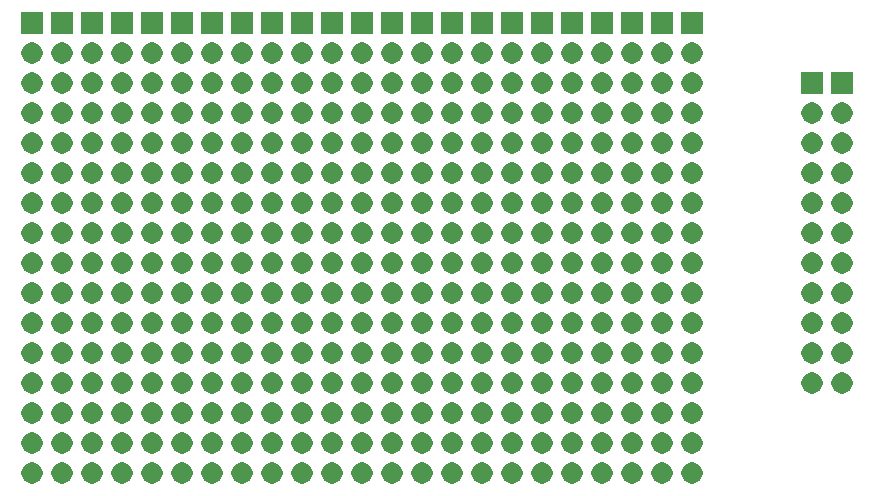
<source format=gbr>
G04 #@! TF.GenerationSoftware,KiCad,Pcbnew,(5.1.5)-3*
G04 #@! TF.CreationDate,2020-01-02T02:10:15+03:00*
G04 #@! TF.ProjectId,Sharp 11Pin Breadboard,53686172-7020-4313-9150-696e20427265,rev?*
G04 #@! TF.SameCoordinates,Original*
G04 #@! TF.FileFunction,Soldermask,Bot*
G04 #@! TF.FilePolarity,Negative*
%FSLAX46Y46*%
G04 Gerber Fmt 4.6, Leading zero omitted, Abs format (unit mm)*
G04 Created by KiCad (PCBNEW (5.1.5)-3) date 2020-01-02 02:10:15*
%MOMM*%
%LPD*%
G04 APERTURE LIST*
%ADD10C,0.100000*%
G04 APERTURE END LIST*
D10*
G36*
X99173512Y-88003927D02*
G01*
X99322812Y-88033624D01*
X99486784Y-88101544D01*
X99634354Y-88200147D01*
X99759853Y-88325646D01*
X99858456Y-88473216D01*
X99926376Y-88637188D01*
X99961000Y-88811259D01*
X99961000Y-88988741D01*
X99926376Y-89162812D01*
X99858456Y-89326784D01*
X99759853Y-89474354D01*
X99634354Y-89599853D01*
X99486784Y-89698456D01*
X99322812Y-89766376D01*
X99173512Y-89796073D01*
X99148742Y-89801000D01*
X98971258Y-89801000D01*
X98946488Y-89796073D01*
X98797188Y-89766376D01*
X98633216Y-89698456D01*
X98485646Y-89599853D01*
X98360147Y-89474354D01*
X98261544Y-89326784D01*
X98193624Y-89162812D01*
X98159000Y-88988741D01*
X98159000Y-88811259D01*
X98193624Y-88637188D01*
X98261544Y-88473216D01*
X98360147Y-88325646D01*
X98485646Y-88200147D01*
X98633216Y-88101544D01*
X98797188Y-88033624D01*
X98946488Y-88003927D01*
X98971258Y-87999000D01*
X99148742Y-87999000D01*
X99173512Y-88003927D01*
G37*
G36*
X129653512Y-88003927D02*
G01*
X129802812Y-88033624D01*
X129966784Y-88101544D01*
X130114354Y-88200147D01*
X130239853Y-88325646D01*
X130338456Y-88473216D01*
X130406376Y-88637188D01*
X130441000Y-88811259D01*
X130441000Y-88988741D01*
X130406376Y-89162812D01*
X130338456Y-89326784D01*
X130239853Y-89474354D01*
X130114354Y-89599853D01*
X129966784Y-89698456D01*
X129802812Y-89766376D01*
X129653512Y-89796073D01*
X129628742Y-89801000D01*
X129451258Y-89801000D01*
X129426488Y-89796073D01*
X129277188Y-89766376D01*
X129113216Y-89698456D01*
X128965646Y-89599853D01*
X128840147Y-89474354D01*
X128741544Y-89326784D01*
X128673624Y-89162812D01*
X128639000Y-88988741D01*
X128639000Y-88811259D01*
X128673624Y-88637188D01*
X128741544Y-88473216D01*
X128840147Y-88325646D01*
X128965646Y-88200147D01*
X129113216Y-88101544D01*
X129277188Y-88033624D01*
X129426488Y-88003927D01*
X129451258Y-87999000D01*
X129628742Y-87999000D01*
X129653512Y-88003927D01*
G37*
G36*
X155053512Y-88003927D02*
G01*
X155202812Y-88033624D01*
X155366784Y-88101544D01*
X155514354Y-88200147D01*
X155639853Y-88325646D01*
X155738456Y-88473216D01*
X155806376Y-88637188D01*
X155841000Y-88811259D01*
X155841000Y-88988741D01*
X155806376Y-89162812D01*
X155738456Y-89326784D01*
X155639853Y-89474354D01*
X155514354Y-89599853D01*
X155366784Y-89698456D01*
X155202812Y-89766376D01*
X155053512Y-89796073D01*
X155028742Y-89801000D01*
X154851258Y-89801000D01*
X154826488Y-89796073D01*
X154677188Y-89766376D01*
X154513216Y-89698456D01*
X154365646Y-89599853D01*
X154240147Y-89474354D01*
X154141544Y-89326784D01*
X154073624Y-89162812D01*
X154039000Y-88988741D01*
X154039000Y-88811259D01*
X154073624Y-88637188D01*
X154141544Y-88473216D01*
X154240147Y-88325646D01*
X154365646Y-88200147D01*
X154513216Y-88101544D01*
X154677188Y-88033624D01*
X154826488Y-88003927D01*
X154851258Y-87999000D01*
X155028742Y-87999000D01*
X155053512Y-88003927D01*
G37*
G36*
X152513512Y-88003927D02*
G01*
X152662812Y-88033624D01*
X152826784Y-88101544D01*
X152974354Y-88200147D01*
X153099853Y-88325646D01*
X153198456Y-88473216D01*
X153266376Y-88637188D01*
X153301000Y-88811259D01*
X153301000Y-88988741D01*
X153266376Y-89162812D01*
X153198456Y-89326784D01*
X153099853Y-89474354D01*
X152974354Y-89599853D01*
X152826784Y-89698456D01*
X152662812Y-89766376D01*
X152513512Y-89796073D01*
X152488742Y-89801000D01*
X152311258Y-89801000D01*
X152286488Y-89796073D01*
X152137188Y-89766376D01*
X151973216Y-89698456D01*
X151825646Y-89599853D01*
X151700147Y-89474354D01*
X151601544Y-89326784D01*
X151533624Y-89162812D01*
X151499000Y-88988741D01*
X151499000Y-88811259D01*
X151533624Y-88637188D01*
X151601544Y-88473216D01*
X151700147Y-88325646D01*
X151825646Y-88200147D01*
X151973216Y-88101544D01*
X152137188Y-88033624D01*
X152286488Y-88003927D01*
X152311258Y-87999000D01*
X152488742Y-87999000D01*
X152513512Y-88003927D01*
G37*
G36*
X149973512Y-88003927D02*
G01*
X150122812Y-88033624D01*
X150286784Y-88101544D01*
X150434354Y-88200147D01*
X150559853Y-88325646D01*
X150658456Y-88473216D01*
X150726376Y-88637188D01*
X150761000Y-88811259D01*
X150761000Y-88988741D01*
X150726376Y-89162812D01*
X150658456Y-89326784D01*
X150559853Y-89474354D01*
X150434354Y-89599853D01*
X150286784Y-89698456D01*
X150122812Y-89766376D01*
X149973512Y-89796073D01*
X149948742Y-89801000D01*
X149771258Y-89801000D01*
X149746488Y-89796073D01*
X149597188Y-89766376D01*
X149433216Y-89698456D01*
X149285646Y-89599853D01*
X149160147Y-89474354D01*
X149061544Y-89326784D01*
X148993624Y-89162812D01*
X148959000Y-88988741D01*
X148959000Y-88811259D01*
X148993624Y-88637188D01*
X149061544Y-88473216D01*
X149160147Y-88325646D01*
X149285646Y-88200147D01*
X149433216Y-88101544D01*
X149597188Y-88033624D01*
X149746488Y-88003927D01*
X149771258Y-87999000D01*
X149948742Y-87999000D01*
X149973512Y-88003927D01*
G37*
G36*
X147433512Y-88003927D02*
G01*
X147582812Y-88033624D01*
X147746784Y-88101544D01*
X147894354Y-88200147D01*
X148019853Y-88325646D01*
X148118456Y-88473216D01*
X148186376Y-88637188D01*
X148221000Y-88811259D01*
X148221000Y-88988741D01*
X148186376Y-89162812D01*
X148118456Y-89326784D01*
X148019853Y-89474354D01*
X147894354Y-89599853D01*
X147746784Y-89698456D01*
X147582812Y-89766376D01*
X147433512Y-89796073D01*
X147408742Y-89801000D01*
X147231258Y-89801000D01*
X147206488Y-89796073D01*
X147057188Y-89766376D01*
X146893216Y-89698456D01*
X146745646Y-89599853D01*
X146620147Y-89474354D01*
X146521544Y-89326784D01*
X146453624Y-89162812D01*
X146419000Y-88988741D01*
X146419000Y-88811259D01*
X146453624Y-88637188D01*
X146521544Y-88473216D01*
X146620147Y-88325646D01*
X146745646Y-88200147D01*
X146893216Y-88101544D01*
X147057188Y-88033624D01*
X147206488Y-88003927D01*
X147231258Y-87999000D01*
X147408742Y-87999000D01*
X147433512Y-88003927D01*
G37*
G36*
X144893512Y-88003927D02*
G01*
X145042812Y-88033624D01*
X145206784Y-88101544D01*
X145354354Y-88200147D01*
X145479853Y-88325646D01*
X145578456Y-88473216D01*
X145646376Y-88637188D01*
X145681000Y-88811259D01*
X145681000Y-88988741D01*
X145646376Y-89162812D01*
X145578456Y-89326784D01*
X145479853Y-89474354D01*
X145354354Y-89599853D01*
X145206784Y-89698456D01*
X145042812Y-89766376D01*
X144893512Y-89796073D01*
X144868742Y-89801000D01*
X144691258Y-89801000D01*
X144666488Y-89796073D01*
X144517188Y-89766376D01*
X144353216Y-89698456D01*
X144205646Y-89599853D01*
X144080147Y-89474354D01*
X143981544Y-89326784D01*
X143913624Y-89162812D01*
X143879000Y-88988741D01*
X143879000Y-88811259D01*
X143913624Y-88637188D01*
X143981544Y-88473216D01*
X144080147Y-88325646D01*
X144205646Y-88200147D01*
X144353216Y-88101544D01*
X144517188Y-88033624D01*
X144666488Y-88003927D01*
X144691258Y-87999000D01*
X144868742Y-87999000D01*
X144893512Y-88003927D01*
G37*
G36*
X142353512Y-88003927D02*
G01*
X142502812Y-88033624D01*
X142666784Y-88101544D01*
X142814354Y-88200147D01*
X142939853Y-88325646D01*
X143038456Y-88473216D01*
X143106376Y-88637188D01*
X143141000Y-88811259D01*
X143141000Y-88988741D01*
X143106376Y-89162812D01*
X143038456Y-89326784D01*
X142939853Y-89474354D01*
X142814354Y-89599853D01*
X142666784Y-89698456D01*
X142502812Y-89766376D01*
X142353512Y-89796073D01*
X142328742Y-89801000D01*
X142151258Y-89801000D01*
X142126488Y-89796073D01*
X141977188Y-89766376D01*
X141813216Y-89698456D01*
X141665646Y-89599853D01*
X141540147Y-89474354D01*
X141441544Y-89326784D01*
X141373624Y-89162812D01*
X141339000Y-88988741D01*
X141339000Y-88811259D01*
X141373624Y-88637188D01*
X141441544Y-88473216D01*
X141540147Y-88325646D01*
X141665646Y-88200147D01*
X141813216Y-88101544D01*
X141977188Y-88033624D01*
X142126488Y-88003927D01*
X142151258Y-87999000D01*
X142328742Y-87999000D01*
X142353512Y-88003927D01*
G37*
G36*
X139813512Y-88003927D02*
G01*
X139962812Y-88033624D01*
X140126784Y-88101544D01*
X140274354Y-88200147D01*
X140399853Y-88325646D01*
X140498456Y-88473216D01*
X140566376Y-88637188D01*
X140601000Y-88811259D01*
X140601000Y-88988741D01*
X140566376Y-89162812D01*
X140498456Y-89326784D01*
X140399853Y-89474354D01*
X140274354Y-89599853D01*
X140126784Y-89698456D01*
X139962812Y-89766376D01*
X139813512Y-89796073D01*
X139788742Y-89801000D01*
X139611258Y-89801000D01*
X139586488Y-89796073D01*
X139437188Y-89766376D01*
X139273216Y-89698456D01*
X139125646Y-89599853D01*
X139000147Y-89474354D01*
X138901544Y-89326784D01*
X138833624Y-89162812D01*
X138799000Y-88988741D01*
X138799000Y-88811259D01*
X138833624Y-88637188D01*
X138901544Y-88473216D01*
X139000147Y-88325646D01*
X139125646Y-88200147D01*
X139273216Y-88101544D01*
X139437188Y-88033624D01*
X139586488Y-88003927D01*
X139611258Y-87999000D01*
X139788742Y-87999000D01*
X139813512Y-88003927D01*
G37*
G36*
X137273512Y-88003927D02*
G01*
X137422812Y-88033624D01*
X137586784Y-88101544D01*
X137734354Y-88200147D01*
X137859853Y-88325646D01*
X137958456Y-88473216D01*
X138026376Y-88637188D01*
X138061000Y-88811259D01*
X138061000Y-88988741D01*
X138026376Y-89162812D01*
X137958456Y-89326784D01*
X137859853Y-89474354D01*
X137734354Y-89599853D01*
X137586784Y-89698456D01*
X137422812Y-89766376D01*
X137273512Y-89796073D01*
X137248742Y-89801000D01*
X137071258Y-89801000D01*
X137046488Y-89796073D01*
X136897188Y-89766376D01*
X136733216Y-89698456D01*
X136585646Y-89599853D01*
X136460147Y-89474354D01*
X136361544Y-89326784D01*
X136293624Y-89162812D01*
X136259000Y-88988741D01*
X136259000Y-88811259D01*
X136293624Y-88637188D01*
X136361544Y-88473216D01*
X136460147Y-88325646D01*
X136585646Y-88200147D01*
X136733216Y-88101544D01*
X136897188Y-88033624D01*
X137046488Y-88003927D01*
X137071258Y-87999000D01*
X137248742Y-87999000D01*
X137273512Y-88003927D01*
G37*
G36*
X134733512Y-88003927D02*
G01*
X134882812Y-88033624D01*
X135046784Y-88101544D01*
X135194354Y-88200147D01*
X135319853Y-88325646D01*
X135418456Y-88473216D01*
X135486376Y-88637188D01*
X135521000Y-88811259D01*
X135521000Y-88988741D01*
X135486376Y-89162812D01*
X135418456Y-89326784D01*
X135319853Y-89474354D01*
X135194354Y-89599853D01*
X135046784Y-89698456D01*
X134882812Y-89766376D01*
X134733512Y-89796073D01*
X134708742Y-89801000D01*
X134531258Y-89801000D01*
X134506488Y-89796073D01*
X134357188Y-89766376D01*
X134193216Y-89698456D01*
X134045646Y-89599853D01*
X133920147Y-89474354D01*
X133821544Y-89326784D01*
X133753624Y-89162812D01*
X133719000Y-88988741D01*
X133719000Y-88811259D01*
X133753624Y-88637188D01*
X133821544Y-88473216D01*
X133920147Y-88325646D01*
X134045646Y-88200147D01*
X134193216Y-88101544D01*
X134357188Y-88033624D01*
X134506488Y-88003927D01*
X134531258Y-87999000D01*
X134708742Y-87999000D01*
X134733512Y-88003927D01*
G37*
G36*
X132193512Y-88003927D02*
G01*
X132342812Y-88033624D01*
X132506784Y-88101544D01*
X132654354Y-88200147D01*
X132779853Y-88325646D01*
X132878456Y-88473216D01*
X132946376Y-88637188D01*
X132981000Y-88811259D01*
X132981000Y-88988741D01*
X132946376Y-89162812D01*
X132878456Y-89326784D01*
X132779853Y-89474354D01*
X132654354Y-89599853D01*
X132506784Y-89698456D01*
X132342812Y-89766376D01*
X132193512Y-89796073D01*
X132168742Y-89801000D01*
X131991258Y-89801000D01*
X131966488Y-89796073D01*
X131817188Y-89766376D01*
X131653216Y-89698456D01*
X131505646Y-89599853D01*
X131380147Y-89474354D01*
X131281544Y-89326784D01*
X131213624Y-89162812D01*
X131179000Y-88988741D01*
X131179000Y-88811259D01*
X131213624Y-88637188D01*
X131281544Y-88473216D01*
X131380147Y-88325646D01*
X131505646Y-88200147D01*
X131653216Y-88101544D01*
X131817188Y-88033624D01*
X131966488Y-88003927D01*
X131991258Y-87999000D01*
X132168742Y-87999000D01*
X132193512Y-88003927D01*
G37*
G36*
X127113512Y-88003927D02*
G01*
X127262812Y-88033624D01*
X127426784Y-88101544D01*
X127574354Y-88200147D01*
X127699853Y-88325646D01*
X127798456Y-88473216D01*
X127866376Y-88637188D01*
X127901000Y-88811259D01*
X127901000Y-88988741D01*
X127866376Y-89162812D01*
X127798456Y-89326784D01*
X127699853Y-89474354D01*
X127574354Y-89599853D01*
X127426784Y-89698456D01*
X127262812Y-89766376D01*
X127113512Y-89796073D01*
X127088742Y-89801000D01*
X126911258Y-89801000D01*
X126886488Y-89796073D01*
X126737188Y-89766376D01*
X126573216Y-89698456D01*
X126425646Y-89599853D01*
X126300147Y-89474354D01*
X126201544Y-89326784D01*
X126133624Y-89162812D01*
X126099000Y-88988741D01*
X126099000Y-88811259D01*
X126133624Y-88637188D01*
X126201544Y-88473216D01*
X126300147Y-88325646D01*
X126425646Y-88200147D01*
X126573216Y-88101544D01*
X126737188Y-88033624D01*
X126886488Y-88003927D01*
X126911258Y-87999000D01*
X127088742Y-87999000D01*
X127113512Y-88003927D01*
G37*
G36*
X104253512Y-88003927D02*
G01*
X104402812Y-88033624D01*
X104566784Y-88101544D01*
X104714354Y-88200147D01*
X104839853Y-88325646D01*
X104938456Y-88473216D01*
X105006376Y-88637188D01*
X105041000Y-88811259D01*
X105041000Y-88988741D01*
X105006376Y-89162812D01*
X104938456Y-89326784D01*
X104839853Y-89474354D01*
X104714354Y-89599853D01*
X104566784Y-89698456D01*
X104402812Y-89766376D01*
X104253512Y-89796073D01*
X104228742Y-89801000D01*
X104051258Y-89801000D01*
X104026488Y-89796073D01*
X103877188Y-89766376D01*
X103713216Y-89698456D01*
X103565646Y-89599853D01*
X103440147Y-89474354D01*
X103341544Y-89326784D01*
X103273624Y-89162812D01*
X103239000Y-88988741D01*
X103239000Y-88811259D01*
X103273624Y-88637188D01*
X103341544Y-88473216D01*
X103440147Y-88325646D01*
X103565646Y-88200147D01*
X103713216Y-88101544D01*
X103877188Y-88033624D01*
X104026488Y-88003927D01*
X104051258Y-87999000D01*
X104228742Y-87999000D01*
X104253512Y-88003927D01*
G37*
G36*
X101713512Y-88003927D02*
G01*
X101862812Y-88033624D01*
X102026784Y-88101544D01*
X102174354Y-88200147D01*
X102299853Y-88325646D01*
X102398456Y-88473216D01*
X102466376Y-88637188D01*
X102501000Y-88811259D01*
X102501000Y-88988741D01*
X102466376Y-89162812D01*
X102398456Y-89326784D01*
X102299853Y-89474354D01*
X102174354Y-89599853D01*
X102026784Y-89698456D01*
X101862812Y-89766376D01*
X101713512Y-89796073D01*
X101688742Y-89801000D01*
X101511258Y-89801000D01*
X101486488Y-89796073D01*
X101337188Y-89766376D01*
X101173216Y-89698456D01*
X101025646Y-89599853D01*
X100900147Y-89474354D01*
X100801544Y-89326784D01*
X100733624Y-89162812D01*
X100699000Y-88988741D01*
X100699000Y-88811259D01*
X100733624Y-88637188D01*
X100801544Y-88473216D01*
X100900147Y-88325646D01*
X101025646Y-88200147D01*
X101173216Y-88101544D01*
X101337188Y-88033624D01*
X101486488Y-88003927D01*
X101511258Y-87999000D01*
X101688742Y-87999000D01*
X101713512Y-88003927D01*
G37*
G36*
X106793512Y-88003927D02*
G01*
X106942812Y-88033624D01*
X107106784Y-88101544D01*
X107254354Y-88200147D01*
X107379853Y-88325646D01*
X107478456Y-88473216D01*
X107546376Y-88637188D01*
X107581000Y-88811259D01*
X107581000Y-88988741D01*
X107546376Y-89162812D01*
X107478456Y-89326784D01*
X107379853Y-89474354D01*
X107254354Y-89599853D01*
X107106784Y-89698456D01*
X106942812Y-89766376D01*
X106793512Y-89796073D01*
X106768742Y-89801000D01*
X106591258Y-89801000D01*
X106566488Y-89796073D01*
X106417188Y-89766376D01*
X106253216Y-89698456D01*
X106105646Y-89599853D01*
X105980147Y-89474354D01*
X105881544Y-89326784D01*
X105813624Y-89162812D01*
X105779000Y-88988741D01*
X105779000Y-88811259D01*
X105813624Y-88637188D01*
X105881544Y-88473216D01*
X105980147Y-88325646D01*
X106105646Y-88200147D01*
X106253216Y-88101544D01*
X106417188Y-88033624D01*
X106566488Y-88003927D01*
X106591258Y-87999000D01*
X106768742Y-87999000D01*
X106793512Y-88003927D01*
G37*
G36*
X109333512Y-88003927D02*
G01*
X109482812Y-88033624D01*
X109646784Y-88101544D01*
X109794354Y-88200147D01*
X109919853Y-88325646D01*
X110018456Y-88473216D01*
X110086376Y-88637188D01*
X110121000Y-88811259D01*
X110121000Y-88988741D01*
X110086376Y-89162812D01*
X110018456Y-89326784D01*
X109919853Y-89474354D01*
X109794354Y-89599853D01*
X109646784Y-89698456D01*
X109482812Y-89766376D01*
X109333512Y-89796073D01*
X109308742Y-89801000D01*
X109131258Y-89801000D01*
X109106488Y-89796073D01*
X108957188Y-89766376D01*
X108793216Y-89698456D01*
X108645646Y-89599853D01*
X108520147Y-89474354D01*
X108421544Y-89326784D01*
X108353624Y-89162812D01*
X108319000Y-88988741D01*
X108319000Y-88811259D01*
X108353624Y-88637188D01*
X108421544Y-88473216D01*
X108520147Y-88325646D01*
X108645646Y-88200147D01*
X108793216Y-88101544D01*
X108957188Y-88033624D01*
X109106488Y-88003927D01*
X109131258Y-87999000D01*
X109308742Y-87999000D01*
X109333512Y-88003927D01*
G37*
G36*
X111873512Y-88003927D02*
G01*
X112022812Y-88033624D01*
X112186784Y-88101544D01*
X112334354Y-88200147D01*
X112459853Y-88325646D01*
X112558456Y-88473216D01*
X112626376Y-88637188D01*
X112661000Y-88811259D01*
X112661000Y-88988741D01*
X112626376Y-89162812D01*
X112558456Y-89326784D01*
X112459853Y-89474354D01*
X112334354Y-89599853D01*
X112186784Y-89698456D01*
X112022812Y-89766376D01*
X111873512Y-89796073D01*
X111848742Y-89801000D01*
X111671258Y-89801000D01*
X111646488Y-89796073D01*
X111497188Y-89766376D01*
X111333216Y-89698456D01*
X111185646Y-89599853D01*
X111060147Y-89474354D01*
X110961544Y-89326784D01*
X110893624Y-89162812D01*
X110859000Y-88988741D01*
X110859000Y-88811259D01*
X110893624Y-88637188D01*
X110961544Y-88473216D01*
X111060147Y-88325646D01*
X111185646Y-88200147D01*
X111333216Y-88101544D01*
X111497188Y-88033624D01*
X111646488Y-88003927D01*
X111671258Y-87999000D01*
X111848742Y-87999000D01*
X111873512Y-88003927D01*
G37*
G36*
X114413512Y-88003927D02*
G01*
X114562812Y-88033624D01*
X114726784Y-88101544D01*
X114874354Y-88200147D01*
X114999853Y-88325646D01*
X115098456Y-88473216D01*
X115166376Y-88637188D01*
X115201000Y-88811259D01*
X115201000Y-88988741D01*
X115166376Y-89162812D01*
X115098456Y-89326784D01*
X114999853Y-89474354D01*
X114874354Y-89599853D01*
X114726784Y-89698456D01*
X114562812Y-89766376D01*
X114413512Y-89796073D01*
X114388742Y-89801000D01*
X114211258Y-89801000D01*
X114186488Y-89796073D01*
X114037188Y-89766376D01*
X113873216Y-89698456D01*
X113725646Y-89599853D01*
X113600147Y-89474354D01*
X113501544Y-89326784D01*
X113433624Y-89162812D01*
X113399000Y-88988741D01*
X113399000Y-88811259D01*
X113433624Y-88637188D01*
X113501544Y-88473216D01*
X113600147Y-88325646D01*
X113725646Y-88200147D01*
X113873216Y-88101544D01*
X114037188Y-88033624D01*
X114186488Y-88003927D01*
X114211258Y-87999000D01*
X114388742Y-87999000D01*
X114413512Y-88003927D01*
G37*
G36*
X116953512Y-88003927D02*
G01*
X117102812Y-88033624D01*
X117266784Y-88101544D01*
X117414354Y-88200147D01*
X117539853Y-88325646D01*
X117638456Y-88473216D01*
X117706376Y-88637188D01*
X117741000Y-88811259D01*
X117741000Y-88988741D01*
X117706376Y-89162812D01*
X117638456Y-89326784D01*
X117539853Y-89474354D01*
X117414354Y-89599853D01*
X117266784Y-89698456D01*
X117102812Y-89766376D01*
X116953512Y-89796073D01*
X116928742Y-89801000D01*
X116751258Y-89801000D01*
X116726488Y-89796073D01*
X116577188Y-89766376D01*
X116413216Y-89698456D01*
X116265646Y-89599853D01*
X116140147Y-89474354D01*
X116041544Y-89326784D01*
X115973624Y-89162812D01*
X115939000Y-88988741D01*
X115939000Y-88811259D01*
X115973624Y-88637188D01*
X116041544Y-88473216D01*
X116140147Y-88325646D01*
X116265646Y-88200147D01*
X116413216Y-88101544D01*
X116577188Y-88033624D01*
X116726488Y-88003927D01*
X116751258Y-87999000D01*
X116928742Y-87999000D01*
X116953512Y-88003927D01*
G37*
G36*
X119493512Y-88003927D02*
G01*
X119642812Y-88033624D01*
X119806784Y-88101544D01*
X119954354Y-88200147D01*
X120079853Y-88325646D01*
X120178456Y-88473216D01*
X120246376Y-88637188D01*
X120281000Y-88811259D01*
X120281000Y-88988741D01*
X120246376Y-89162812D01*
X120178456Y-89326784D01*
X120079853Y-89474354D01*
X119954354Y-89599853D01*
X119806784Y-89698456D01*
X119642812Y-89766376D01*
X119493512Y-89796073D01*
X119468742Y-89801000D01*
X119291258Y-89801000D01*
X119266488Y-89796073D01*
X119117188Y-89766376D01*
X118953216Y-89698456D01*
X118805646Y-89599853D01*
X118680147Y-89474354D01*
X118581544Y-89326784D01*
X118513624Y-89162812D01*
X118479000Y-88988741D01*
X118479000Y-88811259D01*
X118513624Y-88637188D01*
X118581544Y-88473216D01*
X118680147Y-88325646D01*
X118805646Y-88200147D01*
X118953216Y-88101544D01*
X119117188Y-88033624D01*
X119266488Y-88003927D01*
X119291258Y-87999000D01*
X119468742Y-87999000D01*
X119493512Y-88003927D01*
G37*
G36*
X122033512Y-88003927D02*
G01*
X122182812Y-88033624D01*
X122346784Y-88101544D01*
X122494354Y-88200147D01*
X122619853Y-88325646D01*
X122718456Y-88473216D01*
X122786376Y-88637188D01*
X122821000Y-88811259D01*
X122821000Y-88988741D01*
X122786376Y-89162812D01*
X122718456Y-89326784D01*
X122619853Y-89474354D01*
X122494354Y-89599853D01*
X122346784Y-89698456D01*
X122182812Y-89766376D01*
X122033512Y-89796073D01*
X122008742Y-89801000D01*
X121831258Y-89801000D01*
X121806488Y-89796073D01*
X121657188Y-89766376D01*
X121493216Y-89698456D01*
X121345646Y-89599853D01*
X121220147Y-89474354D01*
X121121544Y-89326784D01*
X121053624Y-89162812D01*
X121019000Y-88988741D01*
X121019000Y-88811259D01*
X121053624Y-88637188D01*
X121121544Y-88473216D01*
X121220147Y-88325646D01*
X121345646Y-88200147D01*
X121493216Y-88101544D01*
X121657188Y-88033624D01*
X121806488Y-88003927D01*
X121831258Y-87999000D01*
X122008742Y-87999000D01*
X122033512Y-88003927D01*
G37*
G36*
X124573512Y-88003927D02*
G01*
X124722812Y-88033624D01*
X124886784Y-88101544D01*
X125034354Y-88200147D01*
X125159853Y-88325646D01*
X125258456Y-88473216D01*
X125326376Y-88637188D01*
X125361000Y-88811259D01*
X125361000Y-88988741D01*
X125326376Y-89162812D01*
X125258456Y-89326784D01*
X125159853Y-89474354D01*
X125034354Y-89599853D01*
X124886784Y-89698456D01*
X124722812Y-89766376D01*
X124573512Y-89796073D01*
X124548742Y-89801000D01*
X124371258Y-89801000D01*
X124346488Y-89796073D01*
X124197188Y-89766376D01*
X124033216Y-89698456D01*
X123885646Y-89599853D01*
X123760147Y-89474354D01*
X123661544Y-89326784D01*
X123593624Y-89162812D01*
X123559000Y-88988741D01*
X123559000Y-88811259D01*
X123593624Y-88637188D01*
X123661544Y-88473216D01*
X123760147Y-88325646D01*
X123885646Y-88200147D01*
X124033216Y-88101544D01*
X124197188Y-88033624D01*
X124346488Y-88003927D01*
X124371258Y-87999000D01*
X124548742Y-87999000D01*
X124573512Y-88003927D01*
G37*
G36*
X152513512Y-85463927D02*
G01*
X152662812Y-85493624D01*
X152826784Y-85561544D01*
X152974354Y-85660147D01*
X153099853Y-85785646D01*
X153198456Y-85933216D01*
X153266376Y-86097188D01*
X153301000Y-86271259D01*
X153301000Y-86448741D01*
X153266376Y-86622812D01*
X153198456Y-86786784D01*
X153099853Y-86934354D01*
X152974354Y-87059853D01*
X152826784Y-87158456D01*
X152662812Y-87226376D01*
X152513512Y-87256073D01*
X152488742Y-87261000D01*
X152311258Y-87261000D01*
X152286488Y-87256073D01*
X152137188Y-87226376D01*
X151973216Y-87158456D01*
X151825646Y-87059853D01*
X151700147Y-86934354D01*
X151601544Y-86786784D01*
X151533624Y-86622812D01*
X151499000Y-86448741D01*
X151499000Y-86271259D01*
X151533624Y-86097188D01*
X151601544Y-85933216D01*
X151700147Y-85785646D01*
X151825646Y-85660147D01*
X151973216Y-85561544D01*
X152137188Y-85493624D01*
X152286488Y-85463927D01*
X152311258Y-85459000D01*
X152488742Y-85459000D01*
X152513512Y-85463927D01*
G37*
G36*
X104253512Y-85463927D02*
G01*
X104402812Y-85493624D01*
X104566784Y-85561544D01*
X104714354Y-85660147D01*
X104839853Y-85785646D01*
X104938456Y-85933216D01*
X105006376Y-86097188D01*
X105041000Y-86271259D01*
X105041000Y-86448741D01*
X105006376Y-86622812D01*
X104938456Y-86786784D01*
X104839853Y-86934354D01*
X104714354Y-87059853D01*
X104566784Y-87158456D01*
X104402812Y-87226376D01*
X104253512Y-87256073D01*
X104228742Y-87261000D01*
X104051258Y-87261000D01*
X104026488Y-87256073D01*
X103877188Y-87226376D01*
X103713216Y-87158456D01*
X103565646Y-87059853D01*
X103440147Y-86934354D01*
X103341544Y-86786784D01*
X103273624Y-86622812D01*
X103239000Y-86448741D01*
X103239000Y-86271259D01*
X103273624Y-86097188D01*
X103341544Y-85933216D01*
X103440147Y-85785646D01*
X103565646Y-85660147D01*
X103713216Y-85561544D01*
X103877188Y-85493624D01*
X104026488Y-85463927D01*
X104051258Y-85459000D01*
X104228742Y-85459000D01*
X104253512Y-85463927D01*
G37*
G36*
X137273512Y-85463927D02*
G01*
X137422812Y-85493624D01*
X137586784Y-85561544D01*
X137734354Y-85660147D01*
X137859853Y-85785646D01*
X137958456Y-85933216D01*
X138026376Y-86097188D01*
X138061000Y-86271259D01*
X138061000Y-86448741D01*
X138026376Y-86622812D01*
X137958456Y-86786784D01*
X137859853Y-86934354D01*
X137734354Y-87059853D01*
X137586784Y-87158456D01*
X137422812Y-87226376D01*
X137273512Y-87256073D01*
X137248742Y-87261000D01*
X137071258Y-87261000D01*
X137046488Y-87256073D01*
X136897188Y-87226376D01*
X136733216Y-87158456D01*
X136585646Y-87059853D01*
X136460147Y-86934354D01*
X136361544Y-86786784D01*
X136293624Y-86622812D01*
X136259000Y-86448741D01*
X136259000Y-86271259D01*
X136293624Y-86097188D01*
X136361544Y-85933216D01*
X136460147Y-85785646D01*
X136585646Y-85660147D01*
X136733216Y-85561544D01*
X136897188Y-85493624D01*
X137046488Y-85463927D01*
X137071258Y-85459000D01*
X137248742Y-85459000D01*
X137273512Y-85463927D01*
G37*
G36*
X149973512Y-85463927D02*
G01*
X150122812Y-85493624D01*
X150286784Y-85561544D01*
X150434354Y-85660147D01*
X150559853Y-85785646D01*
X150658456Y-85933216D01*
X150726376Y-86097188D01*
X150761000Y-86271259D01*
X150761000Y-86448741D01*
X150726376Y-86622812D01*
X150658456Y-86786784D01*
X150559853Y-86934354D01*
X150434354Y-87059853D01*
X150286784Y-87158456D01*
X150122812Y-87226376D01*
X149973512Y-87256073D01*
X149948742Y-87261000D01*
X149771258Y-87261000D01*
X149746488Y-87256073D01*
X149597188Y-87226376D01*
X149433216Y-87158456D01*
X149285646Y-87059853D01*
X149160147Y-86934354D01*
X149061544Y-86786784D01*
X148993624Y-86622812D01*
X148959000Y-86448741D01*
X148959000Y-86271259D01*
X148993624Y-86097188D01*
X149061544Y-85933216D01*
X149160147Y-85785646D01*
X149285646Y-85660147D01*
X149433216Y-85561544D01*
X149597188Y-85493624D01*
X149746488Y-85463927D01*
X149771258Y-85459000D01*
X149948742Y-85459000D01*
X149973512Y-85463927D01*
G37*
G36*
X147433512Y-85463927D02*
G01*
X147582812Y-85493624D01*
X147746784Y-85561544D01*
X147894354Y-85660147D01*
X148019853Y-85785646D01*
X148118456Y-85933216D01*
X148186376Y-86097188D01*
X148221000Y-86271259D01*
X148221000Y-86448741D01*
X148186376Y-86622812D01*
X148118456Y-86786784D01*
X148019853Y-86934354D01*
X147894354Y-87059853D01*
X147746784Y-87158456D01*
X147582812Y-87226376D01*
X147433512Y-87256073D01*
X147408742Y-87261000D01*
X147231258Y-87261000D01*
X147206488Y-87256073D01*
X147057188Y-87226376D01*
X146893216Y-87158456D01*
X146745646Y-87059853D01*
X146620147Y-86934354D01*
X146521544Y-86786784D01*
X146453624Y-86622812D01*
X146419000Y-86448741D01*
X146419000Y-86271259D01*
X146453624Y-86097188D01*
X146521544Y-85933216D01*
X146620147Y-85785646D01*
X146745646Y-85660147D01*
X146893216Y-85561544D01*
X147057188Y-85493624D01*
X147206488Y-85463927D01*
X147231258Y-85459000D01*
X147408742Y-85459000D01*
X147433512Y-85463927D01*
G37*
G36*
X155053512Y-85463927D02*
G01*
X155202812Y-85493624D01*
X155366784Y-85561544D01*
X155514354Y-85660147D01*
X155639853Y-85785646D01*
X155738456Y-85933216D01*
X155806376Y-86097188D01*
X155841000Y-86271259D01*
X155841000Y-86448741D01*
X155806376Y-86622812D01*
X155738456Y-86786784D01*
X155639853Y-86934354D01*
X155514354Y-87059853D01*
X155366784Y-87158456D01*
X155202812Y-87226376D01*
X155053512Y-87256073D01*
X155028742Y-87261000D01*
X154851258Y-87261000D01*
X154826488Y-87256073D01*
X154677188Y-87226376D01*
X154513216Y-87158456D01*
X154365646Y-87059853D01*
X154240147Y-86934354D01*
X154141544Y-86786784D01*
X154073624Y-86622812D01*
X154039000Y-86448741D01*
X154039000Y-86271259D01*
X154073624Y-86097188D01*
X154141544Y-85933216D01*
X154240147Y-85785646D01*
X154365646Y-85660147D01*
X154513216Y-85561544D01*
X154677188Y-85493624D01*
X154826488Y-85463927D01*
X154851258Y-85459000D01*
X155028742Y-85459000D01*
X155053512Y-85463927D01*
G37*
G36*
X144893512Y-85463927D02*
G01*
X145042812Y-85493624D01*
X145206784Y-85561544D01*
X145354354Y-85660147D01*
X145479853Y-85785646D01*
X145578456Y-85933216D01*
X145646376Y-86097188D01*
X145681000Y-86271259D01*
X145681000Y-86448741D01*
X145646376Y-86622812D01*
X145578456Y-86786784D01*
X145479853Y-86934354D01*
X145354354Y-87059853D01*
X145206784Y-87158456D01*
X145042812Y-87226376D01*
X144893512Y-87256073D01*
X144868742Y-87261000D01*
X144691258Y-87261000D01*
X144666488Y-87256073D01*
X144517188Y-87226376D01*
X144353216Y-87158456D01*
X144205646Y-87059853D01*
X144080147Y-86934354D01*
X143981544Y-86786784D01*
X143913624Y-86622812D01*
X143879000Y-86448741D01*
X143879000Y-86271259D01*
X143913624Y-86097188D01*
X143981544Y-85933216D01*
X144080147Y-85785646D01*
X144205646Y-85660147D01*
X144353216Y-85561544D01*
X144517188Y-85493624D01*
X144666488Y-85463927D01*
X144691258Y-85459000D01*
X144868742Y-85459000D01*
X144893512Y-85463927D01*
G37*
G36*
X142353512Y-85463927D02*
G01*
X142502812Y-85493624D01*
X142666784Y-85561544D01*
X142814354Y-85660147D01*
X142939853Y-85785646D01*
X143038456Y-85933216D01*
X143106376Y-86097188D01*
X143141000Y-86271259D01*
X143141000Y-86448741D01*
X143106376Y-86622812D01*
X143038456Y-86786784D01*
X142939853Y-86934354D01*
X142814354Y-87059853D01*
X142666784Y-87158456D01*
X142502812Y-87226376D01*
X142353512Y-87256073D01*
X142328742Y-87261000D01*
X142151258Y-87261000D01*
X142126488Y-87256073D01*
X141977188Y-87226376D01*
X141813216Y-87158456D01*
X141665646Y-87059853D01*
X141540147Y-86934354D01*
X141441544Y-86786784D01*
X141373624Y-86622812D01*
X141339000Y-86448741D01*
X141339000Y-86271259D01*
X141373624Y-86097188D01*
X141441544Y-85933216D01*
X141540147Y-85785646D01*
X141665646Y-85660147D01*
X141813216Y-85561544D01*
X141977188Y-85493624D01*
X142126488Y-85463927D01*
X142151258Y-85459000D01*
X142328742Y-85459000D01*
X142353512Y-85463927D01*
G37*
G36*
X139813512Y-85463927D02*
G01*
X139962812Y-85493624D01*
X140126784Y-85561544D01*
X140274354Y-85660147D01*
X140399853Y-85785646D01*
X140498456Y-85933216D01*
X140566376Y-86097188D01*
X140601000Y-86271259D01*
X140601000Y-86448741D01*
X140566376Y-86622812D01*
X140498456Y-86786784D01*
X140399853Y-86934354D01*
X140274354Y-87059853D01*
X140126784Y-87158456D01*
X139962812Y-87226376D01*
X139813512Y-87256073D01*
X139788742Y-87261000D01*
X139611258Y-87261000D01*
X139586488Y-87256073D01*
X139437188Y-87226376D01*
X139273216Y-87158456D01*
X139125646Y-87059853D01*
X139000147Y-86934354D01*
X138901544Y-86786784D01*
X138833624Y-86622812D01*
X138799000Y-86448741D01*
X138799000Y-86271259D01*
X138833624Y-86097188D01*
X138901544Y-85933216D01*
X139000147Y-85785646D01*
X139125646Y-85660147D01*
X139273216Y-85561544D01*
X139437188Y-85493624D01*
X139586488Y-85463927D01*
X139611258Y-85459000D01*
X139788742Y-85459000D01*
X139813512Y-85463927D01*
G37*
G36*
X101713512Y-85463927D02*
G01*
X101862812Y-85493624D01*
X102026784Y-85561544D01*
X102174354Y-85660147D01*
X102299853Y-85785646D01*
X102398456Y-85933216D01*
X102466376Y-86097188D01*
X102501000Y-86271259D01*
X102501000Y-86448741D01*
X102466376Y-86622812D01*
X102398456Y-86786784D01*
X102299853Y-86934354D01*
X102174354Y-87059853D01*
X102026784Y-87158456D01*
X101862812Y-87226376D01*
X101713512Y-87256073D01*
X101688742Y-87261000D01*
X101511258Y-87261000D01*
X101486488Y-87256073D01*
X101337188Y-87226376D01*
X101173216Y-87158456D01*
X101025646Y-87059853D01*
X100900147Y-86934354D01*
X100801544Y-86786784D01*
X100733624Y-86622812D01*
X100699000Y-86448741D01*
X100699000Y-86271259D01*
X100733624Y-86097188D01*
X100801544Y-85933216D01*
X100900147Y-85785646D01*
X101025646Y-85660147D01*
X101173216Y-85561544D01*
X101337188Y-85493624D01*
X101486488Y-85463927D01*
X101511258Y-85459000D01*
X101688742Y-85459000D01*
X101713512Y-85463927D01*
G37*
G36*
X99173512Y-85463927D02*
G01*
X99322812Y-85493624D01*
X99486784Y-85561544D01*
X99634354Y-85660147D01*
X99759853Y-85785646D01*
X99858456Y-85933216D01*
X99926376Y-86097188D01*
X99961000Y-86271259D01*
X99961000Y-86448741D01*
X99926376Y-86622812D01*
X99858456Y-86786784D01*
X99759853Y-86934354D01*
X99634354Y-87059853D01*
X99486784Y-87158456D01*
X99322812Y-87226376D01*
X99173512Y-87256073D01*
X99148742Y-87261000D01*
X98971258Y-87261000D01*
X98946488Y-87256073D01*
X98797188Y-87226376D01*
X98633216Y-87158456D01*
X98485646Y-87059853D01*
X98360147Y-86934354D01*
X98261544Y-86786784D01*
X98193624Y-86622812D01*
X98159000Y-86448741D01*
X98159000Y-86271259D01*
X98193624Y-86097188D01*
X98261544Y-85933216D01*
X98360147Y-85785646D01*
X98485646Y-85660147D01*
X98633216Y-85561544D01*
X98797188Y-85493624D01*
X98946488Y-85463927D01*
X98971258Y-85459000D01*
X99148742Y-85459000D01*
X99173512Y-85463927D01*
G37*
G36*
X116953512Y-85463927D02*
G01*
X117102812Y-85493624D01*
X117266784Y-85561544D01*
X117414354Y-85660147D01*
X117539853Y-85785646D01*
X117638456Y-85933216D01*
X117706376Y-86097188D01*
X117741000Y-86271259D01*
X117741000Y-86448741D01*
X117706376Y-86622812D01*
X117638456Y-86786784D01*
X117539853Y-86934354D01*
X117414354Y-87059853D01*
X117266784Y-87158456D01*
X117102812Y-87226376D01*
X116953512Y-87256073D01*
X116928742Y-87261000D01*
X116751258Y-87261000D01*
X116726488Y-87256073D01*
X116577188Y-87226376D01*
X116413216Y-87158456D01*
X116265646Y-87059853D01*
X116140147Y-86934354D01*
X116041544Y-86786784D01*
X115973624Y-86622812D01*
X115939000Y-86448741D01*
X115939000Y-86271259D01*
X115973624Y-86097188D01*
X116041544Y-85933216D01*
X116140147Y-85785646D01*
X116265646Y-85660147D01*
X116413216Y-85561544D01*
X116577188Y-85493624D01*
X116726488Y-85463927D01*
X116751258Y-85459000D01*
X116928742Y-85459000D01*
X116953512Y-85463927D01*
G37*
G36*
X109333512Y-85463927D02*
G01*
X109482812Y-85493624D01*
X109646784Y-85561544D01*
X109794354Y-85660147D01*
X109919853Y-85785646D01*
X110018456Y-85933216D01*
X110086376Y-86097188D01*
X110121000Y-86271259D01*
X110121000Y-86448741D01*
X110086376Y-86622812D01*
X110018456Y-86786784D01*
X109919853Y-86934354D01*
X109794354Y-87059853D01*
X109646784Y-87158456D01*
X109482812Y-87226376D01*
X109333512Y-87256073D01*
X109308742Y-87261000D01*
X109131258Y-87261000D01*
X109106488Y-87256073D01*
X108957188Y-87226376D01*
X108793216Y-87158456D01*
X108645646Y-87059853D01*
X108520147Y-86934354D01*
X108421544Y-86786784D01*
X108353624Y-86622812D01*
X108319000Y-86448741D01*
X108319000Y-86271259D01*
X108353624Y-86097188D01*
X108421544Y-85933216D01*
X108520147Y-85785646D01*
X108645646Y-85660147D01*
X108793216Y-85561544D01*
X108957188Y-85493624D01*
X109106488Y-85463927D01*
X109131258Y-85459000D01*
X109308742Y-85459000D01*
X109333512Y-85463927D01*
G37*
G36*
X122033512Y-85463927D02*
G01*
X122182812Y-85493624D01*
X122346784Y-85561544D01*
X122494354Y-85660147D01*
X122619853Y-85785646D01*
X122718456Y-85933216D01*
X122786376Y-86097188D01*
X122821000Y-86271259D01*
X122821000Y-86448741D01*
X122786376Y-86622812D01*
X122718456Y-86786784D01*
X122619853Y-86934354D01*
X122494354Y-87059853D01*
X122346784Y-87158456D01*
X122182812Y-87226376D01*
X122033512Y-87256073D01*
X122008742Y-87261000D01*
X121831258Y-87261000D01*
X121806488Y-87256073D01*
X121657188Y-87226376D01*
X121493216Y-87158456D01*
X121345646Y-87059853D01*
X121220147Y-86934354D01*
X121121544Y-86786784D01*
X121053624Y-86622812D01*
X121019000Y-86448741D01*
X121019000Y-86271259D01*
X121053624Y-86097188D01*
X121121544Y-85933216D01*
X121220147Y-85785646D01*
X121345646Y-85660147D01*
X121493216Y-85561544D01*
X121657188Y-85493624D01*
X121806488Y-85463927D01*
X121831258Y-85459000D01*
X122008742Y-85459000D01*
X122033512Y-85463927D01*
G37*
G36*
X124573512Y-85463927D02*
G01*
X124722812Y-85493624D01*
X124886784Y-85561544D01*
X125034354Y-85660147D01*
X125159853Y-85785646D01*
X125258456Y-85933216D01*
X125326376Y-86097188D01*
X125361000Y-86271259D01*
X125361000Y-86448741D01*
X125326376Y-86622812D01*
X125258456Y-86786784D01*
X125159853Y-86934354D01*
X125034354Y-87059853D01*
X124886784Y-87158456D01*
X124722812Y-87226376D01*
X124573512Y-87256073D01*
X124548742Y-87261000D01*
X124371258Y-87261000D01*
X124346488Y-87256073D01*
X124197188Y-87226376D01*
X124033216Y-87158456D01*
X123885646Y-87059853D01*
X123760147Y-86934354D01*
X123661544Y-86786784D01*
X123593624Y-86622812D01*
X123559000Y-86448741D01*
X123559000Y-86271259D01*
X123593624Y-86097188D01*
X123661544Y-85933216D01*
X123760147Y-85785646D01*
X123885646Y-85660147D01*
X124033216Y-85561544D01*
X124197188Y-85493624D01*
X124346488Y-85463927D01*
X124371258Y-85459000D01*
X124548742Y-85459000D01*
X124573512Y-85463927D01*
G37*
G36*
X132193512Y-85463927D02*
G01*
X132342812Y-85493624D01*
X132506784Y-85561544D01*
X132654354Y-85660147D01*
X132779853Y-85785646D01*
X132878456Y-85933216D01*
X132946376Y-86097188D01*
X132981000Y-86271259D01*
X132981000Y-86448741D01*
X132946376Y-86622812D01*
X132878456Y-86786784D01*
X132779853Y-86934354D01*
X132654354Y-87059853D01*
X132506784Y-87158456D01*
X132342812Y-87226376D01*
X132193512Y-87256073D01*
X132168742Y-87261000D01*
X131991258Y-87261000D01*
X131966488Y-87256073D01*
X131817188Y-87226376D01*
X131653216Y-87158456D01*
X131505646Y-87059853D01*
X131380147Y-86934354D01*
X131281544Y-86786784D01*
X131213624Y-86622812D01*
X131179000Y-86448741D01*
X131179000Y-86271259D01*
X131213624Y-86097188D01*
X131281544Y-85933216D01*
X131380147Y-85785646D01*
X131505646Y-85660147D01*
X131653216Y-85561544D01*
X131817188Y-85493624D01*
X131966488Y-85463927D01*
X131991258Y-85459000D01*
X132168742Y-85459000D01*
X132193512Y-85463927D01*
G37*
G36*
X129653512Y-85463927D02*
G01*
X129802812Y-85493624D01*
X129966784Y-85561544D01*
X130114354Y-85660147D01*
X130239853Y-85785646D01*
X130338456Y-85933216D01*
X130406376Y-86097188D01*
X130441000Y-86271259D01*
X130441000Y-86448741D01*
X130406376Y-86622812D01*
X130338456Y-86786784D01*
X130239853Y-86934354D01*
X130114354Y-87059853D01*
X129966784Y-87158456D01*
X129802812Y-87226376D01*
X129653512Y-87256073D01*
X129628742Y-87261000D01*
X129451258Y-87261000D01*
X129426488Y-87256073D01*
X129277188Y-87226376D01*
X129113216Y-87158456D01*
X128965646Y-87059853D01*
X128840147Y-86934354D01*
X128741544Y-86786784D01*
X128673624Y-86622812D01*
X128639000Y-86448741D01*
X128639000Y-86271259D01*
X128673624Y-86097188D01*
X128741544Y-85933216D01*
X128840147Y-85785646D01*
X128965646Y-85660147D01*
X129113216Y-85561544D01*
X129277188Y-85493624D01*
X129426488Y-85463927D01*
X129451258Y-85459000D01*
X129628742Y-85459000D01*
X129653512Y-85463927D01*
G37*
G36*
X119493512Y-85463927D02*
G01*
X119642812Y-85493624D01*
X119806784Y-85561544D01*
X119954354Y-85660147D01*
X120079853Y-85785646D01*
X120178456Y-85933216D01*
X120246376Y-86097188D01*
X120281000Y-86271259D01*
X120281000Y-86448741D01*
X120246376Y-86622812D01*
X120178456Y-86786784D01*
X120079853Y-86934354D01*
X119954354Y-87059853D01*
X119806784Y-87158456D01*
X119642812Y-87226376D01*
X119493512Y-87256073D01*
X119468742Y-87261000D01*
X119291258Y-87261000D01*
X119266488Y-87256073D01*
X119117188Y-87226376D01*
X118953216Y-87158456D01*
X118805646Y-87059853D01*
X118680147Y-86934354D01*
X118581544Y-86786784D01*
X118513624Y-86622812D01*
X118479000Y-86448741D01*
X118479000Y-86271259D01*
X118513624Y-86097188D01*
X118581544Y-85933216D01*
X118680147Y-85785646D01*
X118805646Y-85660147D01*
X118953216Y-85561544D01*
X119117188Y-85493624D01*
X119266488Y-85463927D01*
X119291258Y-85459000D01*
X119468742Y-85459000D01*
X119493512Y-85463927D01*
G37*
G36*
X114413512Y-85463927D02*
G01*
X114562812Y-85493624D01*
X114726784Y-85561544D01*
X114874354Y-85660147D01*
X114999853Y-85785646D01*
X115098456Y-85933216D01*
X115166376Y-86097188D01*
X115201000Y-86271259D01*
X115201000Y-86448741D01*
X115166376Y-86622812D01*
X115098456Y-86786784D01*
X114999853Y-86934354D01*
X114874354Y-87059853D01*
X114726784Y-87158456D01*
X114562812Y-87226376D01*
X114413512Y-87256073D01*
X114388742Y-87261000D01*
X114211258Y-87261000D01*
X114186488Y-87256073D01*
X114037188Y-87226376D01*
X113873216Y-87158456D01*
X113725646Y-87059853D01*
X113600147Y-86934354D01*
X113501544Y-86786784D01*
X113433624Y-86622812D01*
X113399000Y-86448741D01*
X113399000Y-86271259D01*
X113433624Y-86097188D01*
X113501544Y-85933216D01*
X113600147Y-85785646D01*
X113725646Y-85660147D01*
X113873216Y-85561544D01*
X114037188Y-85493624D01*
X114186488Y-85463927D01*
X114211258Y-85459000D01*
X114388742Y-85459000D01*
X114413512Y-85463927D01*
G37*
G36*
X134733512Y-85463927D02*
G01*
X134882812Y-85493624D01*
X135046784Y-85561544D01*
X135194354Y-85660147D01*
X135319853Y-85785646D01*
X135418456Y-85933216D01*
X135486376Y-86097188D01*
X135521000Y-86271259D01*
X135521000Y-86448741D01*
X135486376Y-86622812D01*
X135418456Y-86786784D01*
X135319853Y-86934354D01*
X135194354Y-87059853D01*
X135046784Y-87158456D01*
X134882812Y-87226376D01*
X134733512Y-87256073D01*
X134708742Y-87261000D01*
X134531258Y-87261000D01*
X134506488Y-87256073D01*
X134357188Y-87226376D01*
X134193216Y-87158456D01*
X134045646Y-87059853D01*
X133920147Y-86934354D01*
X133821544Y-86786784D01*
X133753624Y-86622812D01*
X133719000Y-86448741D01*
X133719000Y-86271259D01*
X133753624Y-86097188D01*
X133821544Y-85933216D01*
X133920147Y-85785646D01*
X134045646Y-85660147D01*
X134193216Y-85561544D01*
X134357188Y-85493624D01*
X134506488Y-85463927D01*
X134531258Y-85459000D01*
X134708742Y-85459000D01*
X134733512Y-85463927D01*
G37*
G36*
X111873512Y-85463927D02*
G01*
X112022812Y-85493624D01*
X112186784Y-85561544D01*
X112334354Y-85660147D01*
X112459853Y-85785646D01*
X112558456Y-85933216D01*
X112626376Y-86097188D01*
X112661000Y-86271259D01*
X112661000Y-86448741D01*
X112626376Y-86622812D01*
X112558456Y-86786784D01*
X112459853Y-86934354D01*
X112334354Y-87059853D01*
X112186784Y-87158456D01*
X112022812Y-87226376D01*
X111873512Y-87256073D01*
X111848742Y-87261000D01*
X111671258Y-87261000D01*
X111646488Y-87256073D01*
X111497188Y-87226376D01*
X111333216Y-87158456D01*
X111185646Y-87059853D01*
X111060147Y-86934354D01*
X110961544Y-86786784D01*
X110893624Y-86622812D01*
X110859000Y-86448741D01*
X110859000Y-86271259D01*
X110893624Y-86097188D01*
X110961544Y-85933216D01*
X111060147Y-85785646D01*
X111185646Y-85660147D01*
X111333216Y-85561544D01*
X111497188Y-85493624D01*
X111646488Y-85463927D01*
X111671258Y-85459000D01*
X111848742Y-85459000D01*
X111873512Y-85463927D01*
G37*
G36*
X106793512Y-85463927D02*
G01*
X106942812Y-85493624D01*
X107106784Y-85561544D01*
X107254354Y-85660147D01*
X107379853Y-85785646D01*
X107478456Y-85933216D01*
X107546376Y-86097188D01*
X107581000Y-86271259D01*
X107581000Y-86448741D01*
X107546376Y-86622812D01*
X107478456Y-86786784D01*
X107379853Y-86934354D01*
X107254354Y-87059853D01*
X107106784Y-87158456D01*
X106942812Y-87226376D01*
X106793512Y-87256073D01*
X106768742Y-87261000D01*
X106591258Y-87261000D01*
X106566488Y-87256073D01*
X106417188Y-87226376D01*
X106253216Y-87158456D01*
X106105646Y-87059853D01*
X105980147Y-86934354D01*
X105881544Y-86786784D01*
X105813624Y-86622812D01*
X105779000Y-86448741D01*
X105779000Y-86271259D01*
X105813624Y-86097188D01*
X105881544Y-85933216D01*
X105980147Y-85785646D01*
X106105646Y-85660147D01*
X106253216Y-85561544D01*
X106417188Y-85493624D01*
X106566488Y-85463927D01*
X106591258Y-85459000D01*
X106768742Y-85459000D01*
X106793512Y-85463927D01*
G37*
G36*
X127113512Y-85463927D02*
G01*
X127262812Y-85493624D01*
X127426784Y-85561544D01*
X127574354Y-85660147D01*
X127699853Y-85785646D01*
X127798456Y-85933216D01*
X127866376Y-86097188D01*
X127901000Y-86271259D01*
X127901000Y-86448741D01*
X127866376Y-86622812D01*
X127798456Y-86786784D01*
X127699853Y-86934354D01*
X127574354Y-87059853D01*
X127426784Y-87158456D01*
X127262812Y-87226376D01*
X127113512Y-87256073D01*
X127088742Y-87261000D01*
X126911258Y-87261000D01*
X126886488Y-87256073D01*
X126737188Y-87226376D01*
X126573216Y-87158456D01*
X126425646Y-87059853D01*
X126300147Y-86934354D01*
X126201544Y-86786784D01*
X126133624Y-86622812D01*
X126099000Y-86448741D01*
X126099000Y-86271259D01*
X126133624Y-86097188D01*
X126201544Y-85933216D01*
X126300147Y-85785646D01*
X126425646Y-85660147D01*
X126573216Y-85561544D01*
X126737188Y-85493624D01*
X126886488Y-85463927D01*
X126911258Y-85459000D01*
X127088742Y-85459000D01*
X127113512Y-85463927D01*
G37*
G36*
X127113512Y-82923927D02*
G01*
X127262812Y-82953624D01*
X127426784Y-83021544D01*
X127574354Y-83120147D01*
X127699853Y-83245646D01*
X127798456Y-83393216D01*
X127866376Y-83557188D01*
X127901000Y-83731259D01*
X127901000Y-83908741D01*
X127866376Y-84082812D01*
X127798456Y-84246784D01*
X127699853Y-84394354D01*
X127574354Y-84519853D01*
X127426784Y-84618456D01*
X127262812Y-84686376D01*
X127113512Y-84716073D01*
X127088742Y-84721000D01*
X126911258Y-84721000D01*
X126886488Y-84716073D01*
X126737188Y-84686376D01*
X126573216Y-84618456D01*
X126425646Y-84519853D01*
X126300147Y-84394354D01*
X126201544Y-84246784D01*
X126133624Y-84082812D01*
X126099000Y-83908741D01*
X126099000Y-83731259D01*
X126133624Y-83557188D01*
X126201544Y-83393216D01*
X126300147Y-83245646D01*
X126425646Y-83120147D01*
X126573216Y-83021544D01*
X126737188Y-82953624D01*
X126886488Y-82923927D01*
X126911258Y-82919000D01*
X127088742Y-82919000D01*
X127113512Y-82923927D01*
G37*
G36*
X104253512Y-82923927D02*
G01*
X104402812Y-82953624D01*
X104566784Y-83021544D01*
X104714354Y-83120147D01*
X104839853Y-83245646D01*
X104938456Y-83393216D01*
X105006376Y-83557188D01*
X105041000Y-83731259D01*
X105041000Y-83908741D01*
X105006376Y-84082812D01*
X104938456Y-84246784D01*
X104839853Y-84394354D01*
X104714354Y-84519853D01*
X104566784Y-84618456D01*
X104402812Y-84686376D01*
X104253512Y-84716073D01*
X104228742Y-84721000D01*
X104051258Y-84721000D01*
X104026488Y-84716073D01*
X103877188Y-84686376D01*
X103713216Y-84618456D01*
X103565646Y-84519853D01*
X103440147Y-84394354D01*
X103341544Y-84246784D01*
X103273624Y-84082812D01*
X103239000Y-83908741D01*
X103239000Y-83731259D01*
X103273624Y-83557188D01*
X103341544Y-83393216D01*
X103440147Y-83245646D01*
X103565646Y-83120147D01*
X103713216Y-83021544D01*
X103877188Y-82953624D01*
X104026488Y-82923927D01*
X104051258Y-82919000D01*
X104228742Y-82919000D01*
X104253512Y-82923927D01*
G37*
G36*
X132193512Y-82923927D02*
G01*
X132342812Y-82953624D01*
X132506784Y-83021544D01*
X132654354Y-83120147D01*
X132779853Y-83245646D01*
X132878456Y-83393216D01*
X132946376Y-83557188D01*
X132981000Y-83731259D01*
X132981000Y-83908741D01*
X132946376Y-84082812D01*
X132878456Y-84246784D01*
X132779853Y-84394354D01*
X132654354Y-84519853D01*
X132506784Y-84618456D01*
X132342812Y-84686376D01*
X132193512Y-84716073D01*
X132168742Y-84721000D01*
X131991258Y-84721000D01*
X131966488Y-84716073D01*
X131817188Y-84686376D01*
X131653216Y-84618456D01*
X131505646Y-84519853D01*
X131380147Y-84394354D01*
X131281544Y-84246784D01*
X131213624Y-84082812D01*
X131179000Y-83908741D01*
X131179000Y-83731259D01*
X131213624Y-83557188D01*
X131281544Y-83393216D01*
X131380147Y-83245646D01*
X131505646Y-83120147D01*
X131653216Y-83021544D01*
X131817188Y-82953624D01*
X131966488Y-82923927D01*
X131991258Y-82919000D01*
X132168742Y-82919000D01*
X132193512Y-82923927D01*
G37*
G36*
X152513512Y-82923927D02*
G01*
X152662812Y-82953624D01*
X152826784Y-83021544D01*
X152974354Y-83120147D01*
X153099853Y-83245646D01*
X153198456Y-83393216D01*
X153266376Y-83557188D01*
X153301000Y-83731259D01*
X153301000Y-83908741D01*
X153266376Y-84082812D01*
X153198456Y-84246784D01*
X153099853Y-84394354D01*
X152974354Y-84519853D01*
X152826784Y-84618456D01*
X152662812Y-84686376D01*
X152513512Y-84716073D01*
X152488742Y-84721000D01*
X152311258Y-84721000D01*
X152286488Y-84716073D01*
X152137188Y-84686376D01*
X151973216Y-84618456D01*
X151825646Y-84519853D01*
X151700147Y-84394354D01*
X151601544Y-84246784D01*
X151533624Y-84082812D01*
X151499000Y-83908741D01*
X151499000Y-83731259D01*
X151533624Y-83557188D01*
X151601544Y-83393216D01*
X151700147Y-83245646D01*
X151825646Y-83120147D01*
X151973216Y-83021544D01*
X152137188Y-82953624D01*
X152286488Y-82923927D01*
X152311258Y-82919000D01*
X152488742Y-82919000D01*
X152513512Y-82923927D01*
G37*
G36*
X149973512Y-82923927D02*
G01*
X150122812Y-82953624D01*
X150286784Y-83021544D01*
X150434354Y-83120147D01*
X150559853Y-83245646D01*
X150658456Y-83393216D01*
X150726376Y-83557188D01*
X150761000Y-83731259D01*
X150761000Y-83908741D01*
X150726376Y-84082812D01*
X150658456Y-84246784D01*
X150559853Y-84394354D01*
X150434354Y-84519853D01*
X150286784Y-84618456D01*
X150122812Y-84686376D01*
X149973512Y-84716073D01*
X149948742Y-84721000D01*
X149771258Y-84721000D01*
X149746488Y-84716073D01*
X149597188Y-84686376D01*
X149433216Y-84618456D01*
X149285646Y-84519853D01*
X149160147Y-84394354D01*
X149061544Y-84246784D01*
X148993624Y-84082812D01*
X148959000Y-83908741D01*
X148959000Y-83731259D01*
X148993624Y-83557188D01*
X149061544Y-83393216D01*
X149160147Y-83245646D01*
X149285646Y-83120147D01*
X149433216Y-83021544D01*
X149597188Y-82953624D01*
X149746488Y-82923927D01*
X149771258Y-82919000D01*
X149948742Y-82919000D01*
X149973512Y-82923927D01*
G37*
G36*
X147433512Y-82923927D02*
G01*
X147582812Y-82953624D01*
X147746784Y-83021544D01*
X147894354Y-83120147D01*
X148019853Y-83245646D01*
X148118456Y-83393216D01*
X148186376Y-83557188D01*
X148221000Y-83731259D01*
X148221000Y-83908741D01*
X148186376Y-84082812D01*
X148118456Y-84246784D01*
X148019853Y-84394354D01*
X147894354Y-84519853D01*
X147746784Y-84618456D01*
X147582812Y-84686376D01*
X147433512Y-84716073D01*
X147408742Y-84721000D01*
X147231258Y-84721000D01*
X147206488Y-84716073D01*
X147057188Y-84686376D01*
X146893216Y-84618456D01*
X146745646Y-84519853D01*
X146620147Y-84394354D01*
X146521544Y-84246784D01*
X146453624Y-84082812D01*
X146419000Y-83908741D01*
X146419000Y-83731259D01*
X146453624Y-83557188D01*
X146521544Y-83393216D01*
X146620147Y-83245646D01*
X146745646Y-83120147D01*
X146893216Y-83021544D01*
X147057188Y-82953624D01*
X147206488Y-82923927D01*
X147231258Y-82919000D01*
X147408742Y-82919000D01*
X147433512Y-82923927D01*
G37*
G36*
X155053512Y-82923927D02*
G01*
X155202812Y-82953624D01*
X155366784Y-83021544D01*
X155514354Y-83120147D01*
X155639853Y-83245646D01*
X155738456Y-83393216D01*
X155806376Y-83557188D01*
X155841000Y-83731259D01*
X155841000Y-83908741D01*
X155806376Y-84082812D01*
X155738456Y-84246784D01*
X155639853Y-84394354D01*
X155514354Y-84519853D01*
X155366784Y-84618456D01*
X155202812Y-84686376D01*
X155053512Y-84716073D01*
X155028742Y-84721000D01*
X154851258Y-84721000D01*
X154826488Y-84716073D01*
X154677188Y-84686376D01*
X154513216Y-84618456D01*
X154365646Y-84519853D01*
X154240147Y-84394354D01*
X154141544Y-84246784D01*
X154073624Y-84082812D01*
X154039000Y-83908741D01*
X154039000Y-83731259D01*
X154073624Y-83557188D01*
X154141544Y-83393216D01*
X154240147Y-83245646D01*
X154365646Y-83120147D01*
X154513216Y-83021544D01*
X154677188Y-82953624D01*
X154826488Y-82923927D01*
X154851258Y-82919000D01*
X155028742Y-82919000D01*
X155053512Y-82923927D01*
G37*
G36*
X124573512Y-82923927D02*
G01*
X124722812Y-82953624D01*
X124886784Y-83021544D01*
X125034354Y-83120147D01*
X125159853Y-83245646D01*
X125258456Y-83393216D01*
X125326376Y-83557188D01*
X125361000Y-83731259D01*
X125361000Y-83908741D01*
X125326376Y-84082812D01*
X125258456Y-84246784D01*
X125159853Y-84394354D01*
X125034354Y-84519853D01*
X124886784Y-84618456D01*
X124722812Y-84686376D01*
X124573512Y-84716073D01*
X124548742Y-84721000D01*
X124371258Y-84721000D01*
X124346488Y-84716073D01*
X124197188Y-84686376D01*
X124033216Y-84618456D01*
X123885646Y-84519853D01*
X123760147Y-84394354D01*
X123661544Y-84246784D01*
X123593624Y-84082812D01*
X123559000Y-83908741D01*
X123559000Y-83731259D01*
X123593624Y-83557188D01*
X123661544Y-83393216D01*
X123760147Y-83245646D01*
X123885646Y-83120147D01*
X124033216Y-83021544D01*
X124197188Y-82953624D01*
X124346488Y-82923927D01*
X124371258Y-82919000D01*
X124548742Y-82919000D01*
X124573512Y-82923927D01*
G37*
G36*
X129653512Y-82923927D02*
G01*
X129802812Y-82953624D01*
X129966784Y-83021544D01*
X130114354Y-83120147D01*
X130239853Y-83245646D01*
X130338456Y-83393216D01*
X130406376Y-83557188D01*
X130441000Y-83731259D01*
X130441000Y-83908741D01*
X130406376Y-84082812D01*
X130338456Y-84246784D01*
X130239853Y-84394354D01*
X130114354Y-84519853D01*
X129966784Y-84618456D01*
X129802812Y-84686376D01*
X129653512Y-84716073D01*
X129628742Y-84721000D01*
X129451258Y-84721000D01*
X129426488Y-84716073D01*
X129277188Y-84686376D01*
X129113216Y-84618456D01*
X128965646Y-84519853D01*
X128840147Y-84394354D01*
X128741544Y-84246784D01*
X128673624Y-84082812D01*
X128639000Y-83908741D01*
X128639000Y-83731259D01*
X128673624Y-83557188D01*
X128741544Y-83393216D01*
X128840147Y-83245646D01*
X128965646Y-83120147D01*
X129113216Y-83021544D01*
X129277188Y-82953624D01*
X129426488Y-82923927D01*
X129451258Y-82919000D01*
X129628742Y-82919000D01*
X129653512Y-82923927D01*
G37*
G36*
X101713512Y-82923927D02*
G01*
X101862812Y-82953624D01*
X102026784Y-83021544D01*
X102174354Y-83120147D01*
X102299853Y-83245646D01*
X102398456Y-83393216D01*
X102466376Y-83557188D01*
X102501000Y-83731259D01*
X102501000Y-83908741D01*
X102466376Y-84082812D01*
X102398456Y-84246784D01*
X102299853Y-84394354D01*
X102174354Y-84519853D01*
X102026784Y-84618456D01*
X101862812Y-84686376D01*
X101713512Y-84716073D01*
X101688742Y-84721000D01*
X101511258Y-84721000D01*
X101486488Y-84716073D01*
X101337188Y-84686376D01*
X101173216Y-84618456D01*
X101025646Y-84519853D01*
X100900147Y-84394354D01*
X100801544Y-84246784D01*
X100733624Y-84082812D01*
X100699000Y-83908741D01*
X100699000Y-83731259D01*
X100733624Y-83557188D01*
X100801544Y-83393216D01*
X100900147Y-83245646D01*
X101025646Y-83120147D01*
X101173216Y-83021544D01*
X101337188Y-82953624D01*
X101486488Y-82923927D01*
X101511258Y-82919000D01*
X101688742Y-82919000D01*
X101713512Y-82923927D01*
G37*
G36*
X99173512Y-82923927D02*
G01*
X99322812Y-82953624D01*
X99486784Y-83021544D01*
X99634354Y-83120147D01*
X99759853Y-83245646D01*
X99858456Y-83393216D01*
X99926376Y-83557188D01*
X99961000Y-83731259D01*
X99961000Y-83908741D01*
X99926376Y-84082812D01*
X99858456Y-84246784D01*
X99759853Y-84394354D01*
X99634354Y-84519853D01*
X99486784Y-84618456D01*
X99322812Y-84686376D01*
X99173512Y-84716073D01*
X99148742Y-84721000D01*
X98971258Y-84721000D01*
X98946488Y-84716073D01*
X98797188Y-84686376D01*
X98633216Y-84618456D01*
X98485646Y-84519853D01*
X98360147Y-84394354D01*
X98261544Y-84246784D01*
X98193624Y-84082812D01*
X98159000Y-83908741D01*
X98159000Y-83731259D01*
X98193624Y-83557188D01*
X98261544Y-83393216D01*
X98360147Y-83245646D01*
X98485646Y-83120147D01*
X98633216Y-83021544D01*
X98797188Y-82953624D01*
X98946488Y-82923927D01*
X98971258Y-82919000D01*
X99148742Y-82919000D01*
X99173512Y-82923927D01*
G37*
G36*
X111873512Y-82923927D02*
G01*
X112022812Y-82953624D01*
X112186784Y-83021544D01*
X112334354Y-83120147D01*
X112459853Y-83245646D01*
X112558456Y-83393216D01*
X112626376Y-83557188D01*
X112661000Y-83731259D01*
X112661000Y-83908741D01*
X112626376Y-84082812D01*
X112558456Y-84246784D01*
X112459853Y-84394354D01*
X112334354Y-84519853D01*
X112186784Y-84618456D01*
X112022812Y-84686376D01*
X111873512Y-84716073D01*
X111848742Y-84721000D01*
X111671258Y-84721000D01*
X111646488Y-84716073D01*
X111497188Y-84686376D01*
X111333216Y-84618456D01*
X111185646Y-84519853D01*
X111060147Y-84394354D01*
X110961544Y-84246784D01*
X110893624Y-84082812D01*
X110859000Y-83908741D01*
X110859000Y-83731259D01*
X110893624Y-83557188D01*
X110961544Y-83393216D01*
X111060147Y-83245646D01*
X111185646Y-83120147D01*
X111333216Y-83021544D01*
X111497188Y-82953624D01*
X111646488Y-82923927D01*
X111671258Y-82919000D01*
X111848742Y-82919000D01*
X111873512Y-82923927D01*
G37*
G36*
X106793512Y-82923927D02*
G01*
X106942812Y-82953624D01*
X107106784Y-83021544D01*
X107254354Y-83120147D01*
X107379853Y-83245646D01*
X107478456Y-83393216D01*
X107546376Y-83557188D01*
X107581000Y-83731259D01*
X107581000Y-83908741D01*
X107546376Y-84082812D01*
X107478456Y-84246784D01*
X107379853Y-84394354D01*
X107254354Y-84519853D01*
X107106784Y-84618456D01*
X106942812Y-84686376D01*
X106793512Y-84716073D01*
X106768742Y-84721000D01*
X106591258Y-84721000D01*
X106566488Y-84716073D01*
X106417188Y-84686376D01*
X106253216Y-84618456D01*
X106105646Y-84519853D01*
X105980147Y-84394354D01*
X105881544Y-84246784D01*
X105813624Y-84082812D01*
X105779000Y-83908741D01*
X105779000Y-83731259D01*
X105813624Y-83557188D01*
X105881544Y-83393216D01*
X105980147Y-83245646D01*
X106105646Y-83120147D01*
X106253216Y-83021544D01*
X106417188Y-82953624D01*
X106566488Y-82923927D01*
X106591258Y-82919000D01*
X106768742Y-82919000D01*
X106793512Y-82923927D01*
G37*
G36*
X134733512Y-82923927D02*
G01*
X134882812Y-82953624D01*
X135046784Y-83021544D01*
X135194354Y-83120147D01*
X135319853Y-83245646D01*
X135418456Y-83393216D01*
X135486376Y-83557188D01*
X135521000Y-83731259D01*
X135521000Y-83908741D01*
X135486376Y-84082812D01*
X135418456Y-84246784D01*
X135319853Y-84394354D01*
X135194354Y-84519853D01*
X135046784Y-84618456D01*
X134882812Y-84686376D01*
X134733512Y-84716073D01*
X134708742Y-84721000D01*
X134531258Y-84721000D01*
X134506488Y-84716073D01*
X134357188Y-84686376D01*
X134193216Y-84618456D01*
X134045646Y-84519853D01*
X133920147Y-84394354D01*
X133821544Y-84246784D01*
X133753624Y-84082812D01*
X133719000Y-83908741D01*
X133719000Y-83731259D01*
X133753624Y-83557188D01*
X133821544Y-83393216D01*
X133920147Y-83245646D01*
X134045646Y-83120147D01*
X134193216Y-83021544D01*
X134357188Y-82953624D01*
X134506488Y-82923927D01*
X134531258Y-82919000D01*
X134708742Y-82919000D01*
X134733512Y-82923927D01*
G37*
G36*
X122033512Y-82923927D02*
G01*
X122182812Y-82953624D01*
X122346784Y-83021544D01*
X122494354Y-83120147D01*
X122619853Y-83245646D01*
X122718456Y-83393216D01*
X122786376Y-83557188D01*
X122821000Y-83731259D01*
X122821000Y-83908741D01*
X122786376Y-84082812D01*
X122718456Y-84246784D01*
X122619853Y-84394354D01*
X122494354Y-84519853D01*
X122346784Y-84618456D01*
X122182812Y-84686376D01*
X122033512Y-84716073D01*
X122008742Y-84721000D01*
X121831258Y-84721000D01*
X121806488Y-84716073D01*
X121657188Y-84686376D01*
X121493216Y-84618456D01*
X121345646Y-84519853D01*
X121220147Y-84394354D01*
X121121544Y-84246784D01*
X121053624Y-84082812D01*
X121019000Y-83908741D01*
X121019000Y-83731259D01*
X121053624Y-83557188D01*
X121121544Y-83393216D01*
X121220147Y-83245646D01*
X121345646Y-83120147D01*
X121493216Y-83021544D01*
X121657188Y-82953624D01*
X121806488Y-82923927D01*
X121831258Y-82919000D01*
X122008742Y-82919000D01*
X122033512Y-82923927D01*
G37*
G36*
X142353512Y-82923927D02*
G01*
X142502812Y-82953624D01*
X142666784Y-83021544D01*
X142814354Y-83120147D01*
X142939853Y-83245646D01*
X143038456Y-83393216D01*
X143106376Y-83557188D01*
X143141000Y-83731259D01*
X143141000Y-83908741D01*
X143106376Y-84082812D01*
X143038456Y-84246784D01*
X142939853Y-84394354D01*
X142814354Y-84519853D01*
X142666784Y-84618456D01*
X142502812Y-84686376D01*
X142353512Y-84716073D01*
X142328742Y-84721000D01*
X142151258Y-84721000D01*
X142126488Y-84716073D01*
X141977188Y-84686376D01*
X141813216Y-84618456D01*
X141665646Y-84519853D01*
X141540147Y-84394354D01*
X141441544Y-84246784D01*
X141373624Y-84082812D01*
X141339000Y-83908741D01*
X141339000Y-83731259D01*
X141373624Y-83557188D01*
X141441544Y-83393216D01*
X141540147Y-83245646D01*
X141665646Y-83120147D01*
X141813216Y-83021544D01*
X141977188Y-82953624D01*
X142126488Y-82923927D01*
X142151258Y-82919000D01*
X142328742Y-82919000D01*
X142353512Y-82923927D01*
G37*
G36*
X119493512Y-82923927D02*
G01*
X119642812Y-82953624D01*
X119806784Y-83021544D01*
X119954354Y-83120147D01*
X120079853Y-83245646D01*
X120178456Y-83393216D01*
X120246376Y-83557188D01*
X120281000Y-83731259D01*
X120281000Y-83908741D01*
X120246376Y-84082812D01*
X120178456Y-84246784D01*
X120079853Y-84394354D01*
X119954354Y-84519853D01*
X119806784Y-84618456D01*
X119642812Y-84686376D01*
X119493512Y-84716073D01*
X119468742Y-84721000D01*
X119291258Y-84721000D01*
X119266488Y-84716073D01*
X119117188Y-84686376D01*
X118953216Y-84618456D01*
X118805646Y-84519853D01*
X118680147Y-84394354D01*
X118581544Y-84246784D01*
X118513624Y-84082812D01*
X118479000Y-83908741D01*
X118479000Y-83731259D01*
X118513624Y-83557188D01*
X118581544Y-83393216D01*
X118680147Y-83245646D01*
X118805646Y-83120147D01*
X118953216Y-83021544D01*
X119117188Y-82953624D01*
X119266488Y-82923927D01*
X119291258Y-82919000D01*
X119468742Y-82919000D01*
X119493512Y-82923927D01*
G37*
G36*
X116953512Y-82923927D02*
G01*
X117102812Y-82953624D01*
X117266784Y-83021544D01*
X117414354Y-83120147D01*
X117539853Y-83245646D01*
X117638456Y-83393216D01*
X117706376Y-83557188D01*
X117741000Y-83731259D01*
X117741000Y-83908741D01*
X117706376Y-84082812D01*
X117638456Y-84246784D01*
X117539853Y-84394354D01*
X117414354Y-84519853D01*
X117266784Y-84618456D01*
X117102812Y-84686376D01*
X116953512Y-84716073D01*
X116928742Y-84721000D01*
X116751258Y-84721000D01*
X116726488Y-84716073D01*
X116577188Y-84686376D01*
X116413216Y-84618456D01*
X116265646Y-84519853D01*
X116140147Y-84394354D01*
X116041544Y-84246784D01*
X115973624Y-84082812D01*
X115939000Y-83908741D01*
X115939000Y-83731259D01*
X115973624Y-83557188D01*
X116041544Y-83393216D01*
X116140147Y-83245646D01*
X116265646Y-83120147D01*
X116413216Y-83021544D01*
X116577188Y-82953624D01*
X116726488Y-82923927D01*
X116751258Y-82919000D01*
X116928742Y-82919000D01*
X116953512Y-82923927D01*
G37*
G36*
X144893512Y-82923927D02*
G01*
X145042812Y-82953624D01*
X145206784Y-83021544D01*
X145354354Y-83120147D01*
X145479853Y-83245646D01*
X145578456Y-83393216D01*
X145646376Y-83557188D01*
X145681000Y-83731259D01*
X145681000Y-83908741D01*
X145646376Y-84082812D01*
X145578456Y-84246784D01*
X145479853Y-84394354D01*
X145354354Y-84519853D01*
X145206784Y-84618456D01*
X145042812Y-84686376D01*
X144893512Y-84716073D01*
X144868742Y-84721000D01*
X144691258Y-84721000D01*
X144666488Y-84716073D01*
X144517188Y-84686376D01*
X144353216Y-84618456D01*
X144205646Y-84519853D01*
X144080147Y-84394354D01*
X143981544Y-84246784D01*
X143913624Y-84082812D01*
X143879000Y-83908741D01*
X143879000Y-83731259D01*
X143913624Y-83557188D01*
X143981544Y-83393216D01*
X144080147Y-83245646D01*
X144205646Y-83120147D01*
X144353216Y-83021544D01*
X144517188Y-82953624D01*
X144666488Y-82923927D01*
X144691258Y-82919000D01*
X144868742Y-82919000D01*
X144893512Y-82923927D01*
G37*
G36*
X114413512Y-82923927D02*
G01*
X114562812Y-82953624D01*
X114726784Y-83021544D01*
X114874354Y-83120147D01*
X114999853Y-83245646D01*
X115098456Y-83393216D01*
X115166376Y-83557188D01*
X115201000Y-83731259D01*
X115201000Y-83908741D01*
X115166376Y-84082812D01*
X115098456Y-84246784D01*
X114999853Y-84394354D01*
X114874354Y-84519853D01*
X114726784Y-84618456D01*
X114562812Y-84686376D01*
X114413512Y-84716073D01*
X114388742Y-84721000D01*
X114211258Y-84721000D01*
X114186488Y-84716073D01*
X114037188Y-84686376D01*
X113873216Y-84618456D01*
X113725646Y-84519853D01*
X113600147Y-84394354D01*
X113501544Y-84246784D01*
X113433624Y-84082812D01*
X113399000Y-83908741D01*
X113399000Y-83731259D01*
X113433624Y-83557188D01*
X113501544Y-83393216D01*
X113600147Y-83245646D01*
X113725646Y-83120147D01*
X113873216Y-83021544D01*
X114037188Y-82953624D01*
X114186488Y-82923927D01*
X114211258Y-82919000D01*
X114388742Y-82919000D01*
X114413512Y-82923927D01*
G37*
G36*
X137273512Y-82923927D02*
G01*
X137422812Y-82953624D01*
X137586784Y-83021544D01*
X137734354Y-83120147D01*
X137859853Y-83245646D01*
X137958456Y-83393216D01*
X138026376Y-83557188D01*
X138061000Y-83731259D01*
X138061000Y-83908741D01*
X138026376Y-84082812D01*
X137958456Y-84246784D01*
X137859853Y-84394354D01*
X137734354Y-84519853D01*
X137586784Y-84618456D01*
X137422812Y-84686376D01*
X137273512Y-84716073D01*
X137248742Y-84721000D01*
X137071258Y-84721000D01*
X137046488Y-84716073D01*
X136897188Y-84686376D01*
X136733216Y-84618456D01*
X136585646Y-84519853D01*
X136460147Y-84394354D01*
X136361544Y-84246784D01*
X136293624Y-84082812D01*
X136259000Y-83908741D01*
X136259000Y-83731259D01*
X136293624Y-83557188D01*
X136361544Y-83393216D01*
X136460147Y-83245646D01*
X136585646Y-83120147D01*
X136733216Y-83021544D01*
X136897188Y-82953624D01*
X137046488Y-82923927D01*
X137071258Y-82919000D01*
X137248742Y-82919000D01*
X137273512Y-82923927D01*
G37*
G36*
X109333512Y-82923927D02*
G01*
X109482812Y-82953624D01*
X109646784Y-83021544D01*
X109794354Y-83120147D01*
X109919853Y-83245646D01*
X110018456Y-83393216D01*
X110086376Y-83557188D01*
X110121000Y-83731259D01*
X110121000Y-83908741D01*
X110086376Y-84082812D01*
X110018456Y-84246784D01*
X109919853Y-84394354D01*
X109794354Y-84519853D01*
X109646784Y-84618456D01*
X109482812Y-84686376D01*
X109333512Y-84716073D01*
X109308742Y-84721000D01*
X109131258Y-84721000D01*
X109106488Y-84716073D01*
X108957188Y-84686376D01*
X108793216Y-84618456D01*
X108645646Y-84519853D01*
X108520147Y-84394354D01*
X108421544Y-84246784D01*
X108353624Y-84082812D01*
X108319000Y-83908741D01*
X108319000Y-83731259D01*
X108353624Y-83557188D01*
X108421544Y-83393216D01*
X108520147Y-83245646D01*
X108645646Y-83120147D01*
X108793216Y-83021544D01*
X108957188Y-82953624D01*
X109106488Y-82923927D01*
X109131258Y-82919000D01*
X109308742Y-82919000D01*
X109333512Y-82923927D01*
G37*
G36*
X139813512Y-82923927D02*
G01*
X139962812Y-82953624D01*
X140126784Y-83021544D01*
X140274354Y-83120147D01*
X140399853Y-83245646D01*
X140498456Y-83393216D01*
X140566376Y-83557188D01*
X140601000Y-83731259D01*
X140601000Y-83908741D01*
X140566376Y-84082812D01*
X140498456Y-84246784D01*
X140399853Y-84394354D01*
X140274354Y-84519853D01*
X140126784Y-84618456D01*
X139962812Y-84686376D01*
X139813512Y-84716073D01*
X139788742Y-84721000D01*
X139611258Y-84721000D01*
X139586488Y-84716073D01*
X139437188Y-84686376D01*
X139273216Y-84618456D01*
X139125646Y-84519853D01*
X139000147Y-84394354D01*
X138901544Y-84246784D01*
X138833624Y-84082812D01*
X138799000Y-83908741D01*
X138799000Y-83731259D01*
X138833624Y-83557188D01*
X138901544Y-83393216D01*
X139000147Y-83245646D01*
X139125646Y-83120147D01*
X139273216Y-83021544D01*
X139437188Y-82953624D01*
X139586488Y-82923927D01*
X139611258Y-82919000D01*
X139788742Y-82919000D01*
X139813512Y-82923927D01*
G37*
G36*
X139813512Y-80383927D02*
G01*
X139962812Y-80413624D01*
X140126784Y-80481544D01*
X140274354Y-80580147D01*
X140399853Y-80705646D01*
X140498456Y-80853216D01*
X140566376Y-81017188D01*
X140601000Y-81191259D01*
X140601000Y-81368741D01*
X140566376Y-81542812D01*
X140498456Y-81706784D01*
X140399853Y-81854354D01*
X140274354Y-81979853D01*
X140126784Y-82078456D01*
X139962812Y-82146376D01*
X139813512Y-82176073D01*
X139788742Y-82181000D01*
X139611258Y-82181000D01*
X139586488Y-82176073D01*
X139437188Y-82146376D01*
X139273216Y-82078456D01*
X139125646Y-81979853D01*
X139000147Y-81854354D01*
X138901544Y-81706784D01*
X138833624Y-81542812D01*
X138799000Y-81368741D01*
X138799000Y-81191259D01*
X138833624Y-81017188D01*
X138901544Y-80853216D01*
X139000147Y-80705646D01*
X139125646Y-80580147D01*
X139273216Y-80481544D01*
X139437188Y-80413624D01*
X139586488Y-80383927D01*
X139611258Y-80379000D01*
X139788742Y-80379000D01*
X139813512Y-80383927D01*
G37*
G36*
X99173512Y-80383927D02*
G01*
X99322812Y-80413624D01*
X99486784Y-80481544D01*
X99634354Y-80580147D01*
X99759853Y-80705646D01*
X99858456Y-80853216D01*
X99926376Y-81017188D01*
X99961000Y-81191259D01*
X99961000Y-81368741D01*
X99926376Y-81542812D01*
X99858456Y-81706784D01*
X99759853Y-81854354D01*
X99634354Y-81979853D01*
X99486784Y-82078456D01*
X99322812Y-82146376D01*
X99173512Y-82176073D01*
X99148742Y-82181000D01*
X98971258Y-82181000D01*
X98946488Y-82176073D01*
X98797188Y-82146376D01*
X98633216Y-82078456D01*
X98485646Y-81979853D01*
X98360147Y-81854354D01*
X98261544Y-81706784D01*
X98193624Y-81542812D01*
X98159000Y-81368741D01*
X98159000Y-81191259D01*
X98193624Y-81017188D01*
X98261544Y-80853216D01*
X98360147Y-80705646D01*
X98485646Y-80580147D01*
X98633216Y-80481544D01*
X98797188Y-80413624D01*
X98946488Y-80383927D01*
X98971258Y-80379000D01*
X99148742Y-80379000D01*
X99173512Y-80383927D01*
G37*
G36*
X104253512Y-80383927D02*
G01*
X104402812Y-80413624D01*
X104566784Y-80481544D01*
X104714354Y-80580147D01*
X104839853Y-80705646D01*
X104938456Y-80853216D01*
X105006376Y-81017188D01*
X105041000Y-81191259D01*
X105041000Y-81368741D01*
X105006376Y-81542812D01*
X104938456Y-81706784D01*
X104839853Y-81854354D01*
X104714354Y-81979853D01*
X104566784Y-82078456D01*
X104402812Y-82146376D01*
X104253512Y-82176073D01*
X104228742Y-82181000D01*
X104051258Y-82181000D01*
X104026488Y-82176073D01*
X103877188Y-82146376D01*
X103713216Y-82078456D01*
X103565646Y-81979853D01*
X103440147Y-81854354D01*
X103341544Y-81706784D01*
X103273624Y-81542812D01*
X103239000Y-81368741D01*
X103239000Y-81191259D01*
X103273624Y-81017188D01*
X103341544Y-80853216D01*
X103440147Y-80705646D01*
X103565646Y-80580147D01*
X103713216Y-80481544D01*
X103877188Y-80413624D01*
X104026488Y-80383927D01*
X104051258Y-80379000D01*
X104228742Y-80379000D01*
X104253512Y-80383927D01*
G37*
G36*
X147433512Y-80383927D02*
G01*
X147582812Y-80413624D01*
X147746784Y-80481544D01*
X147894354Y-80580147D01*
X148019853Y-80705646D01*
X148118456Y-80853216D01*
X148186376Y-81017188D01*
X148221000Y-81191259D01*
X148221000Y-81368741D01*
X148186376Y-81542812D01*
X148118456Y-81706784D01*
X148019853Y-81854354D01*
X147894354Y-81979853D01*
X147746784Y-82078456D01*
X147582812Y-82146376D01*
X147433512Y-82176073D01*
X147408742Y-82181000D01*
X147231258Y-82181000D01*
X147206488Y-82176073D01*
X147057188Y-82146376D01*
X146893216Y-82078456D01*
X146745646Y-81979853D01*
X146620147Y-81854354D01*
X146521544Y-81706784D01*
X146453624Y-81542812D01*
X146419000Y-81368741D01*
X146419000Y-81191259D01*
X146453624Y-81017188D01*
X146521544Y-80853216D01*
X146620147Y-80705646D01*
X146745646Y-80580147D01*
X146893216Y-80481544D01*
X147057188Y-80413624D01*
X147206488Y-80383927D01*
X147231258Y-80379000D01*
X147408742Y-80379000D01*
X147433512Y-80383927D01*
G37*
G36*
X119493512Y-80383927D02*
G01*
X119642812Y-80413624D01*
X119806784Y-80481544D01*
X119954354Y-80580147D01*
X120079853Y-80705646D01*
X120178456Y-80853216D01*
X120246376Y-81017188D01*
X120281000Y-81191259D01*
X120281000Y-81368741D01*
X120246376Y-81542812D01*
X120178456Y-81706784D01*
X120079853Y-81854354D01*
X119954354Y-81979853D01*
X119806784Y-82078456D01*
X119642812Y-82146376D01*
X119493512Y-82176073D01*
X119468742Y-82181000D01*
X119291258Y-82181000D01*
X119266488Y-82176073D01*
X119117188Y-82146376D01*
X118953216Y-82078456D01*
X118805646Y-81979853D01*
X118680147Y-81854354D01*
X118581544Y-81706784D01*
X118513624Y-81542812D01*
X118479000Y-81368741D01*
X118479000Y-81191259D01*
X118513624Y-81017188D01*
X118581544Y-80853216D01*
X118680147Y-80705646D01*
X118805646Y-80580147D01*
X118953216Y-80481544D01*
X119117188Y-80413624D01*
X119266488Y-80383927D01*
X119291258Y-80379000D01*
X119468742Y-80379000D01*
X119493512Y-80383927D01*
G37*
G36*
X137273512Y-80383927D02*
G01*
X137422812Y-80413624D01*
X137586784Y-80481544D01*
X137734354Y-80580147D01*
X137859853Y-80705646D01*
X137958456Y-80853216D01*
X138026376Y-81017188D01*
X138061000Y-81191259D01*
X138061000Y-81368741D01*
X138026376Y-81542812D01*
X137958456Y-81706784D01*
X137859853Y-81854354D01*
X137734354Y-81979853D01*
X137586784Y-82078456D01*
X137422812Y-82146376D01*
X137273512Y-82176073D01*
X137248742Y-82181000D01*
X137071258Y-82181000D01*
X137046488Y-82176073D01*
X136897188Y-82146376D01*
X136733216Y-82078456D01*
X136585646Y-81979853D01*
X136460147Y-81854354D01*
X136361544Y-81706784D01*
X136293624Y-81542812D01*
X136259000Y-81368741D01*
X136259000Y-81191259D01*
X136293624Y-81017188D01*
X136361544Y-80853216D01*
X136460147Y-80705646D01*
X136585646Y-80580147D01*
X136733216Y-80481544D01*
X136897188Y-80413624D01*
X137046488Y-80383927D01*
X137071258Y-80379000D01*
X137248742Y-80379000D01*
X137273512Y-80383927D01*
G37*
G36*
X144893512Y-80383927D02*
G01*
X145042812Y-80413624D01*
X145206784Y-80481544D01*
X145354354Y-80580147D01*
X145479853Y-80705646D01*
X145578456Y-80853216D01*
X145646376Y-81017188D01*
X145681000Y-81191259D01*
X145681000Y-81368741D01*
X145646376Y-81542812D01*
X145578456Y-81706784D01*
X145479853Y-81854354D01*
X145354354Y-81979853D01*
X145206784Y-82078456D01*
X145042812Y-82146376D01*
X144893512Y-82176073D01*
X144868742Y-82181000D01*
X144691258Y-82181000D01*
X144666488Y-82176073D01*
X144517188Y-82146376D01*
X144353216Y-82078456D01*
X144205646Y-81979853D01*
X144080147Y-81854354D01*
X143981544Y-81706784D01*
X143913624Y-81542812D01*
X143879000Y-81368741D01*
X143879000Y-81191259D01*
X143913624Y-81017188D01*
X143981544Y-80853216D01*
X144080147Y-80705646D01*
X144205646Y-80580147D01*
X144353216Y-80481544D01*
X144517188Y-80413624D01*
X144666488Y-80383927D01*
X144691258Y-80379000D01*
X144868742Y-80379000D01*
X144893512Y-80383927D01*
G37*
G36*
X122033512Y-80383927D02*
G01*
X122182812Y-80413624D01*
X122346784Y-80481544D01*
X122494354Y-80580147D01*
X122619853Y-80705646D01*
X122718456Y-80853216D01*
X122786376Y-81017188D01*
X122821000Y-81191259D01*
X122821000Y-81368741D01*
X122786376Y-81542812D01*
X122718456Y-81706784D01*
X122619853Y-81854354D01*
X122494354Y-81979853D01*
X122346784Y-82078456D01*
X122182812Y-82146376D01*
X122033512Y-82176073D01*
X122008742Y-82181000D01*
X121831258Y-82181000D01*
X121806488Y-82176073D01*
X121657188Y-82146376D01*
X121493216Y-82078456D01*
X121345646Y-81979853D01*
X121220147Y-81854354D01*
X121121544Y-81706784D01*
X121053624Y-81542812D01*
X121019000Y-81368741D01*
X121019000Y-81191259D01*
X121053624Y-81017188D01*
X121121544Y-80853216D01*
X121220147Y-80705646D01*
X121345646Y-80580147D01*
X121493216Y-80481544D01*
X121657188Y-80413624D01*
X121806488Y-80383927D01*
X121831258Y-80379000D01*
X122008742Y-80379000D01*
X122033512Y-80383927D01*
G37*
G36*
X127113512Y-80383927D02*
G01*
X127262812Y-80413624D01*
X127426784Y-80481544D01*
X127574354Y-80580147D01*
X127699853Y-80705646D01*
X127798456Y-80853216D01*
X127866376Y-81017188D01*
X127901000Y-81191259D01*
X127901000Y-81368741D01*
X127866376Y-81542812D01*
X127798456Y-81706784D01*
X127699853Y-81854354D01*
X127574354Y-81979853D01*
X127426784Y-82078456D01*
X127262812Y-82146376D01*
X127113512Y-82176073D01*
X127088742Y-82181000D01*
X126911258Y-82181000D01*
X126886488Y-82176073D01*
X126737188Y-82146376D01*
X126573216Y-82078456D01*
X126425646Y-81979853D01*
X126300147Y-81854354D01*
X126201544Y-81706784D01*
X126133624Y-81542812D01*
X126099000Y-81368741D01*
X126099000Y-81191259D01*
X126133624Y-81017188D01*
X126201544Y-80853216D01*
X126300147Y-80705646D01*
X126425646Y-80580147D01*
X126573216Y-80481544D01*
X126737188Y-80413624D01*
X126886488Y-80383927D01*
X126911258Y-80379000D01*
X127088742Y-80379000D01*
X127113512Y-80383927D01*
G37*
G36*
X142353512Y-80383927D02*
G01*
X142502812Y-80413624D01*
X142666784Y-80481544D01*
X142814354Y-80580147D01*
X142939853Y-80705646D01*
X143038456Y-80853216D01*
X143106376Y-81017188D01*
X143141000Y-81191259D01*
X143141000Y-81368741D01*
X143106376Y-81542812D01*
X143038456Y-81706784D01*
X142939853Y-81854354D01*
X142814354Y-81979853D01*
X142666784Y-82078456D01*
X142502812Y-82146376D01*
X142353512Y-82176073D01*
X142328742Y-82181000D01*
X142151258Y-82181000D01*
X142126488Y-82176073D01*
X141977188Y-82146376D01*
X141813216Y-82078456D01*
X141665646Y-81979853D01*
X141540147Y-81854354D01*
X141441544Y-81706784D01*
X141373624Y-81542812D01*
X141339000Y-81368741D01*
X141339000Y-81191259D01*
X141373624Y-81017188D01*
X141441544Y-80853216D01*
X141540147Y-80705646D01*
X141665646Y-80580147D01*
X141813216Y-80481544D01*
X141977188Y-80413624D01*
X142126488Y-80383927D01*
X142151258Y-80379000D01*
X142328742Y-80379000D01*
X142353512Y-80383927D01*
G37*
G36*
X101713512Y-80383927D02*
G01*
X101862812Y-80413624D01*
X102026784Y-80481544D01*
X102174354Y-80580147D01*
X102299853Y-80705646D01*
X102398456Y-80853216D01*
X102466376Y-81017188D01*
X102501000Y-81191259D01*
X102501000Y-81368741D01*
X102466376Y-81542812D01*
X102398456Y-81706784D01*
X102299853Y-81854354D01*
X102174354Y-81979853D01*
X102026784Y-82078456D01*
X101862812Y-82146376D01*
X101713512Y-82176073D01*
X101688742Y-82181000D01*
X101511258Y-82181000D01*
X101486488Y-82176073D01*
X101337188Y-82146376D01*
X101173216Y-82078456D01*
X101025646Y-81979853D01*
X100900147Y-81854354D01*
X100801544Y-81706784D01*
X100733624Y-81542812D01*
X100699000Y-81368741D01*
X100699000Y-81191259D01*
X100733624Y-81017188D01*
X100801544Y-80853216D01*
X100900147Y-80705646D01*
X101025646Y-80580147D01*
X101173216Y-80481544D01*
X101337188Y-80413624D01*
X101486488Y-80383927D01*
X101511258Y-80379000D01*
X101688742Y-80379000D01*
X101713512Y-80383927D01*
G37*
G36*
X124573512Y-80383927D02*
G01*
X124722812Y-80413624D01*
X124886784Y-80481544D01*
X125034354Y-80580147D01*
X125159853Y-80705646D01*
X125258456Y-80853216D01*
X125326376Y-81017188D01*
X125361000Y-81191259D01*
X125361000Y-81368741D01*
X125326376Y-81542812D01*
X125258456Y-81706784D01*
X125159853Y-81854354D01*
X125034354Y-81979853D01*
X124886784Y-82078456D01*
X124722812Y-82146376D01*
X124573512Y-82176073D01*
X124548742Y-82181000D01*
X124371258Y-82181000D01*
X124346488Y-82176073D01*
X124197188Y-82146376D01*
X124033216Y-82078456D01*
X123885646Y-81979853D01*
X123760147Y-81854354D01*
X123661544Y-81706784D01*
X123593624Y-81542812D01*
X123559000Y-81368741D01*
X123559000Y-81191259D01*
X123593624Y-81017188D01*
X123661544Y-80853216D01*
X123760147Y-80705646D01*
X123885646Y-80580147D01*
X124033216Y-80481544D01*
X124197188Y-80413624D01*
X124346488Y-80383927D01*
X124371258Y-80379000D01*
X124548742Y-80379000D01*
X124573512Y-80383927D01*
G37*
G36*
X129653512Y-80383927D02*
G01*
X129802812Y-80413624D01*
X129966784Y-80481544D01*
X130114354Y-80580147D01*
X130239853Y-80705646D01*
X130338456Y-80853216D01*
X130406376Y-81017188D01*
X130441000Y-81191259D01*
X130441000Y-81368741D01*
X130406376Y-81542812D01*
X130338456Y-81706784D01*
X130239853Y-81854354D01*
X130114354Y-81979853D01*
X129966784Y-82078456D01*
X129802812Y-82146376D01*
X129653512Y-82176073D01*
X129628742Y-82181000D01*
X129451258Y-82181000D01*
X129426488Y-82176073D01*
X129277188Y-82146376D01*
X129113216Y-82078456D01*
X128965646Y-81979853D01*
X128840147Y-81854354D01*
X128741544Y-81706784D01*
X128673624Y-81542812D01*
X128639000Y-81368741D01*
X128639000Y-81191259D01*
X128673624Y-81017188D01*
X128741544Y-80853216D01*
X128840147Y-80705646D01*
X128965646Y-80580147D01*
X129113216Y-80481544D01*
X129277188Y-80413624D01*
X129426488Y-80383927D01*
X129451258Y-80379000D01*
X129628742Y-80379000D01*
X129653512Y-80383927D01*
G37*
G36*
X149973512Y-80383927D02*
G01*
X150122812Y-80413624D01*
X150286784Y-80481544D01*
X150434354Y-80580147D01*
X150559853Y-80705646D01*
X150658456Y-80853216D01*
X150726376Y-81017188D01*
X150761000Y-81191259D01*
X150761000Y-81368741D01*
X150726376Y-81542812D01*
X150658456Y-81706784D01*
X150559853Y-81854354D01*
X150434354Y-81979853D01*
X150286784Y-82078456D01*
X150122812Y-82146376D01*
X149973512Y-82176073D01*
X149948742Y-82181000D01*
X149771258Y-82181000D01*
X149746488Y-82176073D01*
X149597188Y-82146376D01*
X149433216Y-82078456D01*
X149285646Y-81979853D01*
X149160147Y-81854354D01*
X149061544Y-81706784D01*
X148993624Y-81542812D01*
X148959000Y-81368741D01*
X148959000Y-81191259D01*
X148993624Y-81017188D01*
X149061544Y-80853216D01*
X149160147Y-80705646D01*
X149285646Y-80580147D01*
X149433216Y-80481544D01*
X149597188Y-80413624D01*
X149746488Y-80383927D01*
X149771258Y-80379000D01*
X149948742Y-80379000D01*
X149973512Y-80383927D01*
G37*
G36*
X116953512Y-80383927D02*
G01*
X117102812Y-80413624D01*
X117266784Y-80481544D01*
X117414354Y-80580147D01*
X117539853Y-80705646D01*
X117638456Y-80853216D01*
X117706376Y-81017188D01*
X117741000Y-81191259D01*
X117741000Y-81368741D01*
X117706376Y-81542812D01*
X117638456Y-81706784D01*
X117539853Y-81854354D01*
X117414354Y-81979853D01*
X117266784Y-82078456D01*
X117102812Y-82146376D01*
X116953512Y-82176073D01*
X116928742Y-82181000D01*
X116751258Y-82181000D01*
X116726488Y-82176073D01*
X116577188Y-82146376D01*
X116413216Y-82078456D01*
X116265646Y-81979853D01*
X116140147Y-81854354D01*
X116041544Y-81706784D01*
X115973624Y-81542812D01*
X115939000Y-81368741D01*
X115939000Y-81191259D01*
X115973624Y-81017188D01*
X116041544Y-80853216D01*
X116140147Y-80705646D01*
X116265646Y-80580147D01*
X116413216Y-80481544D01*
X116577188Y-80413624D01*
X116726488Y-80383927D01*
X116751258Y-80379000D01*
X116928742Y-80379000D01*
X116953512Y-80383927D01*
G37*
G36*
X109333512Y-80383927D02*
G01*
X109482812Y-80413624D01*
X109646784Y-80481544D01*
X109794354Y-80580147D01*
X109919853Y-80705646D01*
X110018456Y-80853216D01*
X110086376Y-81017188D01*
X110121000Y-81191259D01*
X110121000Y-81368741D01*
X110086376Y-81542812D01*
X110018456Y-81706784D01*
X109919853Y-81854354D01*
X109794354Y-81979853D01*
X109646784Y-82078456D01*
X109482812Y-82146376D01*
X109333512Y-82176073D01*
X109308742Y-82181000D01*
X109131258Y-82181000D01*
X109106488Y-82176073D01*
X108957188Y-82146376D01*
X108793216Y-82078456D01*
X108645646Y-81979853D01*
X108520147Y-81854354D01*
X108421544Y-81706784D01*
X108353624Y-81542812D01*
X108319000Y-81368741D01*
X108319000Y-81191259D01*
X108353624Y-81017188D01*
X108421544Y-80853216D01*
X108520147Y-80705646D01*
X108645646Y-80580147D01*
X108793216Y-80481544D01*
X108957188Y-80413624D01*
X109106488Y-80383927D01*
X109131258Y-80379000D01*
X109308742Y-80379000D01*
X109333512Y-80383927D01*
G37*
G36*
X132193512Y-80383927D02*
G01*
X132342812Y-80413624D01*
X132506784Y-80481544D01*
X132654354Y-80580147D01*
X132779853Y-80705646D01*
X132878456Y-80853216D01*
X132946376Y-81017188D01*
X132981000Y-81191259D01*
X132981000Y-81368741D01*
X132946376Y-81542812D01*
X132878456Y-81706784D01*
X132779853Y-81854354D01*
X132654354Y-81979853D01*
X132506784Y-82078456D01*
X132342812Y-82146376D01*
X132193512Y-82176073D01*
X132168742Y-82181000D01*
X131991258Y-82181000D01*
X131966488Y-82176073D01*
X131817188Y-82146376D01*
X131653216Y-82078456D01*
X131505646Y-81979853D01*
X131380147Y-81854354D01*
X131281544Y-81706784D01*
X131213624Y-81542812D01*
X131179000Y-81368741D01*
X131179000Y-81191259D01*
X131213624Y-81017188D01*
X131281544Y-80853216D01*
X131380147Y-80705646D01*
X131505646Y-80580147D01*
X131653216Y-80481544D01*
X131817188Y-80413624D01*
X131966488Y-80383927D01*
X131991258Y-80379000D01*
X132168742Y-80379000D01*
X132193512Y-80383927D01*
G37*
G36*
X167753512Y-80383927D02*
G01*
X167902812Y-80413624D01*
X168066784Y-80481544D01*
X168214354Y-80580147D01*
X168339853Y-80705646D01*
X168438456Y-80853216D01*
X168506376Y-81017188D01*
X168541000Y-81191259D01*
X168541000Y-81368741D01*
X168506376Y-81542812D01*
X168438456Y-81706784D01*
X168339853Y-81854354D01*
X168214354Y-81979853D01*
X168066784Y-82078456D01*
X167902812Y-82146376D01*
X167753512Y-82176073D01*
X167728742Y-82181000D01*
X167551258Y-82181000D01*
X167526488Y-82176073D01*
X167377188Y-82146376D01*
X167213216Y-82078456D01*
X167065646Y-81979853D01*
X166940147Y-81854354D01*
X166841544Y-81706784D01*
X166773624Y-81542812D01*
X166739000Y-81368741D01*
X166739000Y-81191259D01*
X166773624Y-81017188D01*
X166841544Y-80853216D01*
X166940147Y-80705646D01*
X167065646Y-80580147D01*
X167213216Y-80481544D01*
X167377188Y-80413624D01*
X167526488Y-80383927D01*
X167551258Y-80379000D01*
X167728742Y-80379000D01*
X167753512Y-80383927D01*
G37*
G36*
X111873512Y-80383927D02*
G01*
X112022812Y-80413624D01*
X112186784Y-80481544D01*
X112334354Y-80580147D01*
X112459853Y-80705646D01*
X112558456Y-80853216D01*
X112626376Y-81017188D01*
X112661000Y-81191259D01*
X112661000Y-81368741D01*
X112626376Y-81542812D01*
X112558456Y-81706784D01*
X112459853Y-81854354D01*
X112334354Y-81979853D01*
X112186784Y-82078456D01*
X112022812Y-82146376D01*
X111873512Y-82176073D01*
X111848742Y-82181000D01*
X111671258Y-82181000D01*
X111646488Y-82176073D01*
X111497188Y-82146376D01*
X111333216Y-82078456D01*
X111185646Y-81979853D01*
X111060147Y-81854354D01*
X110961544Y-81706784D01*
X110893624Y-81542812D01*
X110859000Y-81368741D01*
X110859000Y-81191259D01*
X110893624Y-81017188D01*
X110961544Y-80853216D01*
X111060147Y-80705646D01*
X111185646Y-80580147D01*
X111333216Y-80481544D01*
X111497188Y-80413624D01*
X111646488Y-80383927D01*
X111671258Y-80379000D01*
X111848742Y-80379000D01*
X111873512Y-80383927D01*
G37*
G36*
X155053512Y-80383927D02*
G01*
X155202812Y-80413624D01*
X155366784Y-80481544D01*
X155514354Y-80580147D01*
X155639853Y-80705646D01*
X155738456Y-80853216D01*
X155806376Y-81017188D01*
X155841000Y-81191259D01*
X155841000Y-81368741D01*
X155806376Y-81542812D01*
X155738456Y-81706784D01*
X155639853Y-81854354D01*
X155514354Y-81979853D01*
X155366784Y-82078456D01*
X155202812Y-82146376D01*
X155053512Y-82176073D01*
X155028742Y-82181000D01*
X154851258Y-82181000D01*
X154826488Y-82176073D01*
X154677188Y-82146376D01*
X154513216Y-82078456D01*
X154365646Y-81979853D01*
X154240147Y-81854354D01*
X154141544Y-81706784D01*
X154073624Y-81542812D01*
X154039000Y-81368741D01*
X154039000Y-81191259D01*
X154073624Y-81017188D01*
X154141544Y-80853216D01*
X154240147Y-80705646D01*
X154365646Y-80580147D01*
X154513216Y-80481544D01*
X154677188Y-80413624D01*
X154826488Y-80383927D01*
X154851258Y-80379000D01*
X155028742Y-80379000D01*
X155053512Y-80383927D01*
G37*
G36*
X134733512Y-80383927D02*
G01*
X134882812Y-80413624D01*
X135046784Y-80481544D01*
X135194354Y-80580147D01*
X135319853Y-80705646D01*
X135418456Y-80853216D01*
X135486376Y-81017188D01*
X135521000Y-81191259D01*
X135521000Y-81368741D01*
X135486376Y-81542812D01*
X135418456Y-81706784D01*
X135319853Y-81854354D01*
X135194354Y-81979853D01*
X135046784Y-82078456D01*
X134882812Y-82146376D01*
X134733512Y-82176073D01*
X134708742Y-82181000D01*
X134531258Y-82181000D01*
X134506488Y-82176073D01*
X134357188Y-82146376D01*
X134193216Y-82078456D01*
X134045646Y-81979853D01*
X133920147Y-81854354D01*
X133821544Y-81706784D01*
X133753624Y-81542812D01*
X133719000Y-81368741D01*
X133719000Y-81191259D01*
X133753624Y-81017188D01*
X133821544Y-80853216D01*
X133920147Y-80705646D01*
X134045646Y-80580147D01*
X134193216Y-80481544D01*
X134357188Y-80413624D01*
X134506488Y-80383927D01*
X134531258Y-80379000D01*
X134708742Y-80379000D01*
X134733512Y-80383927D01*
G37*
G36*
X106793512Y-80383927D02*
G01*
X106942812Y-80413624D01*
X107106784Y-80481544D01*
X107254354Y-80580147D01*
X107379853Y-80705646D01*
X107478456Y-80853216D01*
X107546376Y-81017188D01*
X107581000Y-81191259D01*
X107581000Y-81368741D01*
X107546376Y-81542812D01*
X107478456Y-81706784D01*
X107379853Y-81854354D01*
X107254354Y-81979853D01*
X107106784Y-82078456D01*
X106942812Y-82146376D01*
X106793512Y-82176073D01*
X106768742Y-82181000D01*
X106591258Y-82181000D01*
X106566488Y-82176073D01*
X106417188Y-82146376D01*
X106253216Y-82078456D01*
X106105646Y-81979853D01*
X105980147Y-81854354D01*
X105881544Y-81706784D01*
X105813624Y-81542812D01*
X105779000Y-81368741D01*
X105779000Y-81191259D01*
X105813624Y-81017188D01*
X105881544Y-80853216D01*
X105980147Y-80705646D01*
X106105646Y-80580147D01*
X106253216Y-80481544D01*
X106417188Y-80413624D01*
X106566488Y-80383927D01*
X106591258Y-80379000D01*
X106768742Y-80379000D01*
X106793512Y-80383927D01*
G37*
G36*
X165213512Y-80383927D02*
G01*
X165362812Y-80413624D01*
X165526784Y-80481544D01*
X165674354Y-80580147D01*
X165799853Y-80705646D01*
X165898456Y-80853216D01*
X165966376Y-81017188D01*
X166001000Y-81191259D01*
X166001000Y-81368741D01*
X165966376Y-81542812D01*
X165898456Y-81706784D01*
X165799853Y-81854354D01*
X165674354Y-81979853D01*
X165526784Y-82078456D01*
X165362812Y-82146376D01*
X165213512Y-82176073D01*
X165188742Y-82181000D01*
X165011258Y-82181000D01*
X164986488Y-82176073D01*
X164837188Y-82146376D01*
X164673216Y-82078456D01*
X164525646Y-81979853D01*
X164400147Y-81854354D01*
X164301544Y-81706784D01*
X164233624Y-81542812D01*
X164199000Y-81368741D01*
X164199000Y-81191259D01*
X164233624Y-81017188D01*
X164301544Y-80853216D01*
X164400147Y-80705646D01*
X164525646Y-80580147D01*
X164673216Y-80481544D01*
X164837188Y-80413624D01*
X164986488Y-80383927D01*
X165011258Y-80379000D01*
X165188742Y-80379000D01*
X165213512Y-80383927D01*
G37*
G36*
X152513512Y-80383927D02*
G01*
X152662812Y-80413624D01*
X152826784Y-80481544D01*
X152974354Y-80580147D01*
X153099853Y-80705646D01*
X153198456Y-80853216D01*
X153266376Y-81017188D01*
X153301000Y-81191259D01*
X153301000Y-81368741D01*
X153266376Y-81542812D01*
X153198456Y-81706784D01*
X153099853Y-81854354D01*
X152974354Y-81979853D01*
X152826784Y-82078456D01*
X152662812Y-82146376D01*
X152513512Y-82176073D01*
X152488742Y-82181000D01*
X152311258Y-82181000D01*
X152286488Y-82176073D01*
X152137188Y-82146376D01*
X151973216Y-82078456D01*
X151825646Y-81979853D01*
X151700147Y-81854354D01*
X151601544Y-81706784D01*
X151533624Y-81542812D01*
X151499000Y-81368741D01*
X151499000Y-81191259D01*
X151533624Y-81017188D01*
X151601544Y-80853216D01*
X151700147Y-80705646D01*
X151825646Y-80580147D01*
X151973216Y-80481544D01*
X152137188Y-80413624D01*
X152286488Y-80383927D01*
X152311258Y-80379000D01*
X152488742Y-80379000D01*
X152513512Y-80383927D01*
G37*
G36*
X114413512Y-80383927D02*
G01*
X114562812Y-80413624D01*
X114726784Y-80481544D01*
X114874354Y-80580147D01*
X114999853Y-80705646D01*
X115098456Y-80853216D01*
X115166376Y-81017188D01*
X115201000Y-81191259D01*
X115201000Y-81368741D01*
X115166376Y-81542812D01*
X115098456Y-81706784D01*
X114999853Y-81854354D01*
X114874354Y-81979853D01*
X114726784Y-82078456D01*
X114562812Y-82146376D01*
X114413512Y-82176073D01*
X114388742Y-82181000D01*
X114211258Y-82181000D01*
X114186488Y-82176073D01*
X114037188Y-82146376D01*
X113873216Y-82078456D01*
X113725646Y-81979853D01*
X113600147Y-81854354D01*
X113501544Y-81706784D01*
X113433624Y-81542812D01*
X113399000Y-81368741D01*
X113399000Y-81191259D01*
X113433624Y-81017188D01*
X113501544Y-80853216D01*
X113600147Y-80705646D01*
X113725646Y-80580147D01*
X113873216Y-80481544D01*
X114037188Y-80413624D01*
X114186488Y-80383927D01*
X114211258Y-80379000D01*
X114388742Y-80379000D01*
X114413512Y-80383927D01*
G37*
G36*
X119493512Y-77843927D02*
G01*
X119642812Y-77873624D01*
X119806784Y-77941544D01*
X119954354Y-78040147D01*
X120079853Y-78165646D01*
X120178456Y-78313216D01*
X120246376Y-78477188D01*
X120281000Y-78651259D01*
X120281000Y-78828741D01*
X120246376Y-79002812D01*
X120178456Y-79166784D01*
X120079853Y-79314354D01*
X119954354Y-79439853D01*
X119806784Y-79538456D01*
X119642812Y-79606376D01*
X119493512Y-79636073D01*
X119468742Y-79641000D01*
X119291258Y-79641000D01*
X119266488Y-79636073D01*
X119117188Y-79606376D01*
X118953216Y-79538456D01*
X118805646Y-79439853D01*
X118680147Y-79314354D01*
X118581544Y-79166784D01*
X118513624Y-79002812D01*
X118479000Y-78828741D01*
X118479000Y-78651259D01*
X118513624Y-78477188D01*
X118581544Y-78313216D01*
X118680147Y-78165646D01*
X118805646Y-78040147D01*
X118953216Y-77941544D01*
X119117188Y-77873624D01*
X119266488Y-77843927D01*
X119291258Y-77839000D01*
X119468742Y-77839000D01*
X119493512Y-77843927D01*
G37*
G36*
X124573512Y-77843927D02*
G01*
X124722812Y-77873624D01*
X124886784Y-77941544D01*
X125034354Y-78040147D01*
X125159853Y-78165646D01*
X125258456Y-78313216D01*
X125326376Y-78477188D01*
X125361000Y-78651259D01*
X125361000Y-78828741D01*
X125326376Y-79002812D01*
X125258456Y-79166784D01*
X125159853Y-79314354D01*
X125034354Y-79439853D01*
X124886784Y-79538456D01*
X124722812Y-79606376D01*
X124573512Y-79636073D01*
X124548742Y-79641000D01*
X124371258Y-79641000D01*
X124346488Y-79636073D01*
X124197188Y-79606376D01*
X124033216Y-79538456D01*
X123885646Y-79439853D01*
X123760147Y-79314354D01*
X123661544Y-79166784D01*
X123593624Y-79002812D01*
X123559000Y-78828741D01*
X123559000Y-78651259D01*
X123593624Y-78477188D01*
X123661544Y-78313216D01*
X123760147Y-78165646D01*
X123885646Y-78040147D01*
X124033216Y-77941544D01*
X124197188Y-77873624D01*
X124346488Y-77843927D01*
X124371258Y-77839000D01*
X124548742Y-77839000D01*
X124573512Y-77843927D01*
G37*
G36*
X122033512Y-77843927D02*
G01*
X122182812Y-77873624D01*
X122346784Y-77941544D01*
X122494354Y-78040147D01*
X122619853Y-78165646D01*
X122718456Y-78313216D01*
X122786376Y-78477188D01*
X122821000Y-78651259D01*
X122821000Y-78828741D01*
X122786376Y-79002812D01*
X122718456Y-79166784D01*
X122619853Y-79314354D01*
X122494354Y-79439853D01*
X122346784Y-79538456D01*
X122182812Y-79606376D01*
X122033512Y-79636073D01*
X122008742Y-79641000D01*
X121831258Y-79641000D01*
X121806488Y-79636073D01*
X121657188Y-79606376D01*
X121493216Y-79538456D01*
X121345646Y-79439853D01*
X121220147Y-79314354D01*
X121121544Y-79166784D01*
X121053624Y-79002812D01*
X121019000Y-78828741D01*
X121019000Y-78651259D01*
X121053624Y-78477188D01*
X121121544Y-78313216D01*
X121220147Y-78165646D01*
X121345646Y-78040147D01*
X121493216Y-77941544D01*
X121657188Y-77873624D01*
X121806488Y-77843927D01*
X121831258Y-77839000D01*
X122008742Y-77839000D01*
X122033512Y-77843927D01*
G37*
G36*
X129653512Y-77843927D02*
G01*
X129802812Y-77873624D01*
X129966784Y-77941544D01*
X130114354Y-78040147D01*
X130239853Y-78165646D01*
X130338456Y-78313216D01*
X130406376Y-78477188D01*
X130441000Y-78651259D01*
X130441000Y-78828741D01*
X130406376Y-79002812D01*
X130338456Y-79166784D01*
X130239853Y-79314354D01*
X130114354Y-79439853D01*
X129966784Y-79538456D01*
X129802812Y-79606376D01*
X129653512Y-79636073D01*
X129628742Y-79641000D01*
X129451258Y-79641000D01*
X129426488Y-79636073D01*
X129277188Y-79606376D01*
X129113216Y-79538456D01*
X128965646Y-79439853D01*
X128840147Y-79314354D01*
X128741544Y-79166784D01*
X128673624Y-79002812D01*
X128639000Y-78828741D01*
X128639000Y-78651259D01*
X128673624Y-78477188D01*
X128741544Y-78313216D01*
X128840147Y-78165646D01*
X128965646Y-78040147D01*
X129113216Y-77941544D01*
X129277188Y-77873624D01*
X129426488Y-77843927D01*
X129451258Y-77839000D01*
X129628742Y-77839000D01*
X129653512Y-77843927D01*
G37*
G36*
X109333512Y-77843927D02*
G01*
X109482812Y-77873624D01*
X109646784Y-77941544D01*
X109794354Y-78040147D01*
X109919853Y-78165646D01*
X110018456Y-78313216D01*
X110086376Y-78477188D01*
X110121000Y-78651259D01*
X110121000Y-78828741D01*
X110086376Y-79002812D01*
X110018456Y-79166784D01*
X109919853Y-79314354D01*
X109794354Y-79439853D01*
X109646784Y-79538456D01*
X109482812Y-79606376D01*
X109333512Y-79636073D01*
X109308742Y-79641000D01*
X109131258Y-79641000D01*
X109106488Y-79636073D01*
X108957188Y-79606376D01*
X108793216Y-79538456D01*
X108645646Y-79439853D01*
X108520147Y-79314354D01*
X108421544Y-79166784D01*
X108353624Y-79002812D01*
X108319000Y-78828741D01*
X108319000Y-78651259D01*
X108353624Y-78477188D01*
X108421544Y-78313216D01*
X108520147Y-78165646D01*
X108645646Y-78040147D01*
X108793216Y-77941544D01*
X108957188Y-77873624D01*
X109106488Y-77843927D01*
X109131258Y-77839000D01*
X109308742Y-77839000D01*
X109333512Y-77843927D01*
G37*
G36*
X134733512Y-77843927D02*
G01*
X134882812Y-77873624D01*
X135046784Y-77941544D01*
X135194354Y-78040147D01*
X135319853Y-78165646D01*
X135418456Y-78313216D01*
X135486376Y-78477188D01*
X135521000Y-78651259D01*
X135521000Y-78828741D01*
X135486376Y-79002812D01*
X135418456Y-79166784D01*
X135319853Y-79314354D01*
X135194354Y-79439853D01*
X135046784Y-79538456D01*
X134882812Y-79606376D01*
X134733512Y-79636073D01*
X134708742Y-79641000D01*
X134531258Y-79641000D01*
X134506488Y-79636073D01*
X134357188Y-79606376D01*
X134193216Y-79538456D01*
X134045646Y-79439853D01*
X133920147Y-79314354D01*
X133821544Y-79166784D01*
X133753624Y-79002812D01*
X133719000Y-78828741D01*
X133719000Y-78651259D01*
X133753624Y-78477188D01*
X133821544Y-78313216D01*
X133920147Y-78165646D01*
X134045646Y-78040147D01*
X134193216Y-77941544D01*
X134357188Y-77873624D01*
X134506488Y-77843927D01*
X134531258Y-77839000D01*
X134708742Y-77839000D01*
X134733512Y-77843927D01*
G37*
G36*
X132193512Y-77843927D02*
G01*
X132342812Y-77873624D01*
X132506784Y-77941544D01*
X132654354Y-78040147D01*
X132779853Y-78165646D01*
X132878456Y-78313216D01*
X132946376Y-78477188D01*
X132981000Y-78651259D01*
X132981000Y-78828741D01*
X132946376Y-79002812D01*
X132878456Y-79166784D01*
X132779853Y-79314354D01*
X132654354Y-79439853D01*
X132506784Y-79538456D01*
X132342812Y-79606376D01*
X132193512Y-79636073D01*
X132168742Y-79641000D01*
X131991258Y-79641000D01*
X131966488Y-79636073D01*
X131817188Y-79606376D01*
X131653216Y-79538456D01*
X131505646Y-79439853D01*
X131380147Y-79314354D01*
X131281544Y-79166784D01*
X131213624Y-79002812D01*
X131179000Y-78828741D01*
X131179000Y-78651259D01*
X131213624Y-78477188D01*
X131281544Y-78313216D01*
X131380147Y-78165646D01*
X131505646Y-78040147D01*
X131653216Y-77941544D01*
X131817188Y-77873624D01*
X131966488Y-77843927D01*
X131991258Y-77839000D01*
X132168742Y-77839000D01*
X132193512Y-77843927D01*
G37*
G36*
X139813512Y-77843927D02*
G01*
X139962812Y-77873624D01*
X140126784Y-77941544D01*
X140274354Y-78040147D01*
X140399853Y-78165646D01*
X140498456Y-78313216D01*
X140566376Y-78477188D01*
X140601000Y-78651259D01*
X140601000Y-78828741D01*
X140566376Y-79002812D01*
X140498456Y-79166784D01*
X140399853Y-79314354D01*
X140274354Y-79439853D01*
X140126784Y-79538456D01*
X139962812Y-79606376D01*
X139813512Y-79636073D01*
X139788742Y-79641000D01*
X139611258Y-79641000D01*
X139586488Y-79636073D01*
X139437188Y-79606376D01*
X139273216Y-79538456D01*
X139125646Y-79439853D01*
X139000147Y-79314354D01*
X138901544Y-79166784D01*
X138833624Y-79002812D01*
X138799000Y-78828741D01*
X138799000Y-78651259D01*
X138833624Y-78477188D01*
X138901544Y-78313216D01*
X139000147Y-78165646D01*
X139125646Y-78040147D01*
X139273216Y-77941544D01*
X139437188Y-77873624D01*
X139586488Y-77843927D01*
X139611258Y-77839000D01*
X139788742Y-77839000D01*
X139813512Y-77843927D01*
G37*
G36*
X167753512Y-77843927D02*
G01*
X167902812Y-77873624D01*
X168066784Y-77941544D01*
X168214354Y-78040147D01*
X168339853Y-78165646D01*
X168438456Y-78313216D01*
X168506376Y-78477188D01*
X168541000Y-78651259D01*
X168541000Y-78828741D01*
X168506376Y-79002812D01*
X168438456Y-79166784D01*
X168339853Y-79314354D01*
X168214354Y-79439853D01*
X168066784Y-79538456D01*
X167902812Y-79606376D01*
X167753512Y-79636073D01*
X167728742Y-79641000D01*
X167551258Y-79641000D01*
X167526488Y-79636073D01*
X167377188Y-79606376D01*
X167213216Y-79538456D01*
X167065646Y-79439853D01*
X166940147Y-79314354D01*
X166841544Y-79166784D01*
X166773624Y-79002812D01*
X166739000Y-78828741D01*
X166739000Y-78651259D01*
X166773624Y-78477188D01*
X166841544Y-78313216D01*
X166940147Y-78165646D01*
X167065646Y-78040147D01*
X167213216Y-77941544D01*
X167377188Y-77873624D01*
X167526488Y-77843927D01*
X167551258Y-77839000D01*
X167728742Y-77839000D01*
X167753512Y-77843927D01*
G37*
G36*
X165213512Y-77843927D02*
G01*
X165362812Y-77873624D01*
X165526784Y-77941544D01*
X165674354Y-78040147D01*
X165799853Y-78165646D01*
X165898456Y-78313216D01*
X165966376Y-78477188D01*
X166001000Y-78651259D01*
X166001000Y-78828741D01*
X165966376Y-79002812D01*
X165898456Y-79166784D01*
X165799853Y-79314354D01*
X165674354Y-79439853D01*
X165526784Y-79538456D01*
X165362812Y-79606376D01*
X165213512Y-79636073D01*
X165188742Y-79641000D01*
X165011258Y-79641000D01*
X164986488Y-79636073D01*
X164837188Y-79606376D01*
X164673216Y-79538456D01*
X164525646Y-79439853D01*
X164400147Y-79314354D01*
X164301544Y-79166784D01*
X164233624Y-79002812D01*
X164199000Y-78828741D01*
X164199000Y-78651259D01*
X164233624Y-78477188D01*
X164301544Y-78313216D01*
X164400147Y-78165646D01*
X164525646Y-78040147D01*
X164673216Y-77941544D01*
X164837188Y-77873624D01*
X164986488Y-77843927D01*
X165011258Y-77839000D01*
X165188742Y-77839000D01*
X165213512Y-77843927D01*
G37*
G36*
X99173512Y-77843927D02*
G01*
X99322812Y-77873624D01*
X99486784Y-77941544D01*
X99634354Y-78040147D01*
X99759853Y-78165646D01*
X99858456Y-78313216D01*
X99926376Y-78477188D01*
X99961000Y-78651259D01*
X99961000Y-78828741D01*
X99926376Y-79002812D01*
X99858456Y-79166784D01*
X99759853Y-79314354D01*
X99634354Y-79439853D01*
X99486784Y-79538456D01*
X99322812Y-79606376D01*
X99173512Y-79636073D01*
X99148742Y-79641000D01*
X98971258Y-79641000D01*
X98946488Y-79636073D01*
X98797188Y-79606376D01*
X98633216Y-79538456D01*
X98485646Y-79439853D01*
X98360147Y-79314354D01*
X98261544Y-79166784D01*
X98193624Y-79002812D01*
X98159000Y-78828741D01*
X98159000Y-78651259D01*
X98193624Y-78477188D01*
X98261544Y-78313216D01*
X98360147Y-78165646D01*
X98485646Y-78040147D01*
X98633216Y-77941544D01*
X98797188Y-77873624D01*
X98946488Y-77843927D01*
X98971258Y-77839000D01*
X99148742Y-77839000D01*
X99173512Y-77843927D01*
G37*
G36*
X152513512Y-77843927D02*
G01*
X152662812Y-77873624D01*
X152826784Y-77941544D01*
X152974354Y-78040147D01*
X153099853Y-78165646D01*
X153198456Y-78313216D01*
X153266376Y-78477188D01*
X153301000Y-78651259D01*
X153301000Y-78828741D01*
X153266376Y-79002812D01*
X153198456Y-79166784D01*
X153099853Y-79314354D01*
X152974354Y-79439853D01*
X152826784Y-79538456D01*
X152662812Y-79606376D01*
X152513512Y-79636073D01*
X152488742Y-79641000D01*
X152311258Y-79641000D01*
X152286488Y-79636073D01*
X152137188Y-79606376D01*
X151973216Y-79538456D01*
X151825646Y-79439853D01*
X151700147Y-79314354D01*
X151601544Y-79166784D01*
X151533624Y-79002812D01*
X151499000Y-78828741D01*
X151499000Y-78651259D01*
X151533624Y-78477188D01*
X151601544Y-78313216D01*
X151700147Y-78165646D01*
X151825646Y-78040147D01*
X151973216Y-77941544D01*
X152137188Y-77873624D01*
X152286488Y-77843927D01*
X152311258Y-77839000D01*
X152488742Y-77839000D01*
X152513512Y-77843927D01*
G37*
G36*
X137273512Y-77843927D02*
G01*
X137422812Y-77873624D01*
X137586784Y-77941544D01*
X137734354Y-78040147D01*
X137859853Y-78165646D01*
X137958456Y-78313216D01*
X138026376Y-78477188D01*
X138061000Y-78651259D01*
X138061000Y-78828741D01*
X138026376Y-79002812D01*
X137958456Y-79166784D01*
X137859853Y-79314354D01*
X137734354Y-79439853D01*
X137586784Y-79538456D01*
X137422812Y-79606376D01*
X137273512Y-79636073D01*
X137248742Y-79641000D01*
X137071258Y-79641000D01*
X137046488Y-79636073D01*
X136897188Y-79606376D01*
X136733216Y-79538456D01*
X136585646Y-79439853D01*
X136460147Y-79314354D01*
X136361544Y-79166784D01*
X136293624Y-79002812D01*
X136259000Y-78828741D01*
X136259000Y-78651259D01*
X136293624Y-78477188D01*
X136361544Y-78313216D01*
X136460147Y-78165646D01*
X136585646Y-78040147D01*
X136733216Y-77941544D01*
X136897188Y-77873624D01*
X137046488Y-77843927D01*
X137071258Y-77839000D01*
X137248742Y-77839000D01*
X137273512Y-77843927D01*
G37*
G36*
X111873512Y-77843927D02*
G01*
X112022812Y-77873624D01*
X112186784Y-77941544D01*
X112334354Y-78040147D01*
X112459853Y-78165646D01*
X112558456Y-78313216D01*
X112626376Y-78477188D01*
X112661000Y-78651259D01*
X112661000Y-78828741D01*
X112626376Y-79002812D01*
X112558456Y-79166784D01*
X112459853Y-79314354D01*
X112334354Y-79439853D01*
X112186784Y-79538456D01*
X112022812Y-79606376D01*
X111873512Y-79636073D01*
X111848742Y-79641000D01*
X111671258Y-79641000D01*
X111646488Y-79636073D01*
X111497188Y-79606376D01*
X111333216Y-79538456D01*
X111185646Y-79439853D01*
X111060147Y-79314354D01*
X110961544Y-79166784D01*
X110893624Y-79002812D01*
X110859000Y-78828741D01*
X110859000Y-78651259D01*
X110893624Y-78477188D01*
X110961544Y-78313216D01*
X111060147Y-78165646D01*
X111185646Y-78040147D01*
X111333216Y-77941544D01*
X111497188Y-77873624D01*
X111646488Y-77843927D01*
X111671258Y-77839000D01*
X111848742Y-77839000D01*
X111873512Y-77843927D01*
G37*
G36*
X114413512Y-77843927D02*
G01*
X114562812Y-77873624D01*
X114726784Y-77941544D01*
X114874354Y-78040147D01*
X114999853Y-78165646D01*
X115098456Y-78313216D01*
X115166376Y-78477188D01*
X115201000Y-78651259D01*
X115201000Y-78828741D01*
X115166376Y-79002812D01*
X115098456Y-79166784D01*
X114999853Y-79314354D01*
X114874354Y-79439853D01*
X114726784Y-79538456D01*
X114562812Y-79606376D01*
X114413512Y-79636073D01*
X114388742Y-79641000D01*
X114211258Y-79641000D01*
X114186488Y-79636073D01*
X114037188Y-79606376D01*
X113873216Y-79538456D01*
X113725646Y-79439853D01*
X113600147Y-79314354D01*
X113501544Y-79166784D01*
X113433624Y-79002812D01*
X113399000Y-78828741D01*
X113399000Y-78651259D01*
X113433624Y-78477188D01*
X113501544Y-78313216D01*
X113600147Y-78165646D01*
X113725646Y-78040147D01*
X113873216Y-77941544D01*
X114037188Y-77873624D01*
X114186488Y-77843927D01*
X114211258Y-77839000D01*
X114388742Y-77839000D01*
X114413512Y-77843927D01*
G37*
G36*
X101713512Y-77843927D02*
G01*
X101862812Y-77873624D01*
X102026784Y-77941544D01*
X102174354Y-78040147D01*
X102299853Y-78165646D01*
X102398456Y-78313216D01*
X102466376Y-78477188D01*
X102501000Y-78651259D01*
X102501000Y-78828741D01*
X102466376Y-79002812D01*
X102398456Y-79166784D01*
X102299853Y-79314354D01*
X102174354Y-79439853D01*
X102026784Y-79538456D01*
X101862812Y-79606376D01*
X101713512Y-79636073D01*
X101688742Y-79641000D01*
X101511258Y-79641000D01*
X101486488Y-79636073D01*
X101337188Y-79606376D01*
X101173216Y-79538456D01*
X101025646Y-79439853D01*
X100900147Y-79314354D01*
X100801544Y-79166784D01*
X100733624Y-79002812D01*
X100699000Y-78828741D01*
X100699000Y-78651259D01*
X100733624Y-78477188D01*
X100801544Y-78313216D01*
X100900147Y-78165646D01*
X101025646Y-78040147D01*
X101173216Y-77941544D01*
X101337188Y-77873624D01*
X101486488Y-77843927D01*
X101511258Y-77839000D01*
X101688742Y-77839000D01*
X101713512Y-77843927D01*
G37*
G36*
X116953512Y-77843927D02*
G01*
X117102812Y-77873624D01*
X117266784Y-77941544D01*
X117414354Y-78040147D01*
X117539853Y-78165646D01*
X117638456Y-78313216D01*
X117706376Y-78477188D01*
X117741000Y-78651259D01*
X117741000Y-78828741D01*
X117706376Y-79002812D01*
X117638456Y-79166784D01*
X117539853Y-79314354D01*
X117414354Y-79439853D01*
X117266784Y-79538456D01*
X117102812Y-79606376D01*
X116953512Y-79636073D01*
X116928742Y-79641000D01*
X116751258Y-79641000D01*
X116726488Y-79636073D01*
X116577188Y-79606376D01*
X116413216Y-79538456D01*
X116265646Y-79439853D01*
X116140147Y-79314354D01*
X116041544Y-79166784D01*
X115973624Y-79002812D01*
X115939000Y-78828741D01*
X115939000Y-78651259D01*
X115973624Y-78477188D01*
X116041544Y-78313216D01*
X116140147Y-78165646D01*
X116265646Y-78040147D01*
X116413216Y-77941544D01*
X116577188Y-77873624D01*
X116726488Y-77843927D01*
X116751258Y-77839000D01*
X116928742Y-77839000D01*
X116953512Y-77843927D01*
G37*
G36*
X149973512Y-77843927D02*
G01*
X150122812Y-77873624D01*
X150286784Y-77941544D01*
X150434354Y-78040147D01*
X150559853Y-78165646D01*
X150658456Y-78313216D01*
X150726376Y-78477188D01*
X150761000Y-78651259D01*
X150761000Y-78828741D01*
X150726376Y-79002812D01*
X150658456Y-79166784D01*
X150559853Y-79314354D01*
X150434354Y-79439853D01*
X150286784Y-79538456D01*
X150122812Y-79606376D01*
X149973512Y-79636073D01*
X149948742Y-79641000D01*
X149771258Y-79641000D01*
X149746488Y-79636073D01*
X149597188Y-79606376D01*
X149433216Y-79538456D01*
X149285646Y-79439853D01*
X149160147Y-79314354D01*
X149061544Y-79166784D01*
X148993624Y-79002812D01*
X148959000Y-78828741D01*
X148959000Y-78651259D01*
X148993624Y-78477188D01*
X149061544Y-78313216D01*
X149160147Y-78165646D01*
X149285646Y-78040147D01*
X149433216Y-77941544D01*
X149597188Y-77873624D01*
X149746488Y-77843927D01*
X149771258Y-77839000D01*
X149948742Y-77839000D01*
X149973512Y-77843927D01*
G37*
G36*
X147433512Y-77843927D02*
G01*
X147582812Y-77873624D01*
X147746784Y-77941544D01*
X147894354Y-78040147D01*
X148019853Y-78165646D01*
X148118456Y-78313216D01*
X148186376Y-78477188D01*
X148221000Y-78651259D01*
X148221000Y-78828741D01*
X148186376Y-79002812D01*
X148118456Y-79166784D01*
X148019853Y-79314354D01*
X147894354Y-79439853D01*
X147746784Y-79538456D01*
X147582812Y-79606376D01*
X147433512Y-79636073D01*
X147408742Y-79641000D01*
X147231258Y-79641000D01*
X147206488Y-79636073D01*
X147057188Y-79606376D01*
X146893216Y-79538456D01*
X146745646Y-79439853D01*
X146620147Y-79314354D01*
X146521544Y-79166784D01*
X146453624Y-79002812D01*
X146419000Y-78828741D01*
X146419000Y-78651259D01*
X146453624Y-78477188D01*
X146521544Y-78313216D01*
X146620147Y-78165646D01*
X146745646Y-78040147D01*
X146893216Y-77941544D01*
X147057188Y-77873624D01*
X147206488Y-77843927D01*
X147231258Y-77839000D01*
X147408742Y-77839000D01*
X147433512Y-77843927D01*
G37*
G36*
X144893512Y-77843927D02*
G01*
X145042812Y-77873624D01*
X145206784Y-77941544D01*
X145354354Y-78040147D01*
X145479853Y-78165646D01*
X145578456Y-78313216D01*
X145646376Y-78477188D01*
X145681000Y-78651259D01*
X145681000Y-78828741D01*
X145646376Y-79002812D01*
X145578456Y-79166784D01*
X145479853Y-79314354D01*
X145354354Y-79439853D01*
X145206784Y-79538456D01*
X145042812Y-79606376D01*
X144893512Y-79636073D01*
X144868742Y-79641000D01*
X144691258Y-79641000D01*
X144666488Y-79636073D01*
X144517188Y-79606376D01*
X144353216Y-79538456D01*
X144205646Y-79439853D01*
X144080147Y-79314354D01*
X143981544Y-79166784D01*
X143913624Y-79002812D01*
X143879000Y-78828741D01*
X143879000Y-78651259D01*
X143913624Y-78477188D01*
X143981544Y-78313216D01*
X144080147Y-78165646D01*
X144205646Y-78040147D01*
X144353216Y-77941544D01*
X144517188Y-77873624D01*
X144666488Y-77843927D01*
X144691258Y-77839000D01*
X144868742Y-77839000D01*
X144893512Y-77843927D01*
G37*
G36*
X104253512Y-77843927D02*
G01*
X104402812Y-77873624D01*
X104566784Y-77941544D01*
X104714354Y-78040147D01*
X104839853Y-78165646D01*
X104938456Y-78313216D01*
X105006376Y-78477188D01*
X105041000Y-78651259D01*
X105041000Y-78828741D01*
X105006376Y-79002812D01*
X104938456Y-79166784D01*
X104839853Y-79314354D01*
X104714354Y-79439853D01*
X104566784Y-79538456D01*
X104402812Y-79606376D01*
X104253512Y-79636073D01*
X104228742Y-79641000D01*
X104051258Y-79641000D01*
X104026488Y-79636073D01*
X103877188Y-79606376D01*
X103713216Y-79538456D01*
X103565646Y-79439853D01*
X103440147Y-79314354D01*
X103341544Y-79166784D01*
X103273624Y-79002812D01*
X103239000Y-78828741D01*
X103239000Y-78651259D01*
X103273624Y-78477188D01*
X103341544Y-78313216D01*
X103440147Y-78165646D01*
X103565646Y-78040147D01*
X103713216Y-77941544D01*
X103877188Y-77873624D01*
X104026488Y-77843927D01*
X104051258Y-77839000D01*
X104228742Y-77839000D01*
X104253512Y-77843927D01*
G37*
G36*
X142353512Y-77843927D02*
G01*
X142502812Y-77873624D01*
X142666784Y-77941544D01*
X142814354Y-78040147D01*
X142939853Y-78165646D01*
X143038456Y-78313216D01*
X143106376Y-78477188D01*
X143141000Y-78651259D01*
X143141000Y-78828741D01*
X143106376Y-79002812D01*
X143038456Y-79166784D01*
X142939853Y-79314354D01*
X142814354Y-79439853D01*
X142666784Y-79538456D01*
X142502812Y-79606376D01*
X142353512Y-79636073D01*
X142328742Y-79641000D01*
X142151258Y-79641000D01*
X142126488Y-79636073D01*
X141977188Y-79606376D01*
X141813216Y-79538456D01*
X141665646Y-79439853D01*
X141540147Y-79314354D01*
X141441544Y-79166784D01*
X141373624Y-79002812D01*
X141339000Y-78828741D01*
X141339000Y-78651259D01*
X141373624Y-78477188D01*
X141441544Y-78313216D01*
X141540147Y-78165646D01*
X141665646Y-78040147D01*
X141813216Y-77941544D01*
X141977188Y-77873624D01*
X142126488Y-77843927D01*
X142151258Y-77839000D01*
X142328742Y-77839000D01*
X142353512Y-77843927D01*
G37*
G36*
X155053512Y-77843927D02*
G01*
X155202812Y-77873624D01*
X155366784Y-77941544D01*
X155514354Y-78040147D01*
X155639853Y-78165646D01*
X155738456Y-78313216D01*
X155806376Y-78477188D01*
X155841000Y-78651259D01*
X155841000Y-78828741D01*
X155806376Y-79002812D01*
X155738456Y-79166784D01*
X155639853Y-79314354D01*
X155514354Y-79439853D01*
X155366784Y-79538456D01*
X155202812Y-79606376D01*
X155053512Y-79636073D01*
X155028742Y-79641000D01*
X154851258Y-79641000D01*
X154826488Y-79636073D01*
X154677188Y-79606376D01*
X154513216Y-79538456D01*
X154365646Y-79439853D01*
X154240147Y-79314354D01*
X154141544Y-79166784D01*
X154073624Y-79002812D01*
X154039000Y-78828741D01*
X154039000Y-78651259D01*
X154073624Y-78477188D01*
X154141544Y-78313216D01*
X154240147Y-78165646D01*
X154365646Y-78040147D01*
X154513216Y-77941544D01*
X154677188Y-77873624D01*
X154826488Y-77843927D01*
X154851258Y-77839000D01*
X155028742Y-77839000D01*
X155053512Y-77843927D01*
G37*
G36*
X127113512Y-77843927D02*
G01*
X127262812Y-77873624D01*
X127426784Y-77941544D01*
X127574354Y-78040147D01*
X127699853Y-78165646D01*
X127798456Y-78313216D01*
X127866376Y-78477188D01*
X127901000Y-78651259D01*
X127901000Y-78828741D01*
X127866376Y-79002812D01*
X127798456Y-79166784D01*
X127699853Y-79314354D01*
X127574354Y-79439853D01*
X127426784Y-79538456D01*
X127262812Y-79606376D01*
X127113512Y-79636073D01*
X127088742Y-79641000D01*
X126911258Y-79641000D01*
X126886488Y-79636073D01*
X126737188Y-79606376D01*
X126573216Y-79538456D01*
X126425646Y-79439853D01*
X126300147Y-79314354D01*
X126201544Y-79166784D01*
X126133624Y-79002812D01*
X126099000Y-78828741D01*
X126099000Y-78651259D01*
X126133624Y-78477188D01*
X126201544Y-78313216D01*
X126300147Y-78165646D01*
X126425646Y-78040147D01*
X126573216Y-77941544D01*
X126737188Y-77873624D01*
X126886488Y-77843927D01*
X126911258Y-77839000D01*
X127088742Y-77839000D01*
X127113512Y-77843927D01*
G37*
G36*
X106793512Y-77843927D02*
G01*
X106942812Y-77873624D01*
X107106784Y-77941544D01*
X107254354Y-78040147D01*
X107379853Y-78165646D01*
X107478456Y-78313216D01*
X107546376Y-78477188D01*
X107581000Y-78651259D01*
X107581000Y-78828741D01*
X107546376Y-79002812D01*
X107478456Y-79166784D01*
X107379853Y-79314354D01*
X107254354Y-79439853D01*
X107106784Y-79538456D01*
X106942812Y-79606376D01*
X106793512Y-79636073D01*
X106768742Y-79641000D01*
X106591258Y-79641000D01*
X106566488Y-79636073D01*
X106417188Y-79606376D01*
X106253216Y-79538456D01*
X106105646Y-79439853D01*
X105980147Y-79314354D01*
X105881544Y-79166784D01*
X105813624Y-79002812D01*
X105779000Y-78828741D01*
X105779000Y-78651259D01*
X105813624Y-78477188D01*
X105881544Y-78313216D01*
X105980147Y-78165646D01*
X106105646Y-78040147D01*
X106253216Y-77941544D01*
X106417188Y-77873624D01*
X106566488Y-77843927D01*
X106591258Y-77839000D01*
X106768742Y-77839000D01*
X106793512Y-77843927D01*
G37*
G36*
X122033512Y-75303927D02*
G01*
X122182812Y-75333624D01*
X122346784Y-75401544D01*
X122494354Y-75500147D01*
X122619853Y-75625646D01*
X122718456Y-75773216D01*
X122786376Y-75937188D01*
X122821000Y-76111259D01*
X122821000Y-76288741D01*
X122786376Y-76462812D01*
X122718456Y-76626784D01*
X122619853Y-76774354D01*
X122494354Y-76899853D01*
X122346784Y-76998456D01*
X122182812Y-77066376D01*
X122033512Y-77096073D01*
X122008742Y-77101000D01*
X121831258Y-77101000D01*
X121806488Y-77096073D01*
X121657188Y-77066376D01*
X121493216Y-76998456D01*
X121345646Y-76899853D01*
X121220147Y-76774354D01*
X121121544Y-76626784D01*
X121053624Y-76462812D01*
X121019000Y-76288741D01*
X121019000Y-76111259D01*
X121053624Y-75937188D01*
X121121544Y-75773216D01*
X121220147Y-75625646D01*
X121345646Y-75500147D01*
X121493216Y-75401544D01*
X121657188Y-75333624D01*
X121806488Y-75303927D01*
X121831258Y-75299000D01*
X122008742Y-75299000D01*
X122033512Y-75303927D01*
G37*
G36*
X127113512Y-75303927D02*
G01*
X127262812Y-75333624D01*
X127426784Y-75401544D01*
X127574354Y-75500147D01*
X127699853Y-75625646D01*
X127798456Y-75773216D01*
X127866376Y-75937188D01*
X127901000Y-76111259D01*
X127901000Y-76288741D01*
X127866376Y-76462812D01*
X127798456Y-76626784D01*
X127699853Y-76774354D01*
X127574354Y-76899853D01*
X127426784Y-76998456D01*
X127262812Y-77066376D01*
X127113512Y-77096073D01*
X127088742Y-77101000D01*
X126911258Y-77101000D01*
X126886488Y-77096073D01*
X126737188Y-77066376D01*
X126573216Y-76998456D01*
X126425646Y-76899853D01*
X126300147Y-76774354D01*
X126201544Y-76626784D01*
X126133624Y-76462812D01*
X126099000Y-76288741D01*
X126099000Y-76111259D01*
X126133624Y-75937188D01*
X126201544Y-75773216D01*
X126300147Y-75625646D01*
X126425646Y-75500147D01*
X126573216Y-75401544D01*
X126737188Y-75333624D01*
X126886488Y-75303927D01*
X126911258Y-75299000D01*
X127088742Y-75299000D01*
X127113512Y-75303927D01*
G37*
G36*
X137273512Y-75303927D02*
G01*
X137422812Y-75333624D01*
X137586784Y-75401544D01*
X137734354Y-75500147D01*
X137859853Y-75625646D01*
X137958456Y-75773216D01*
X138026376Y-75937188D01*
X138061000Y-76111259D01*
X138061000Y-76288741D01*
X138026376Y-76462812D01*
X137958456Y-76626784D01*
X137859853Y-76774354D01*
X137734354Y-76899853D01*
X137586784Y-76998456D01*
X137422812Y-77066376D01*
X137273512Y-77096073D01*
X137248742Y-77101000D01*
X137071258Y-77101000D01*
X137046488Y-77096073D01*
X136897188Y-77066376D01*
X136733216Y-76998456D01*
X136585646Y-76899853D01*
X136460147Y-76774354D01*
X136361544Y-76626784D01*
X136293624Y-76462812D01*
X136259000Y-76288741D01*
X136259000Y-76111259D01*
X136293624Y-75937188D01*
X136361544Y-75773216D01*
X136460147Y-75625646D01*
X136585646Y-75500147D01*
X136733216Y-75401544D01*
X136897188Y-75333624D01*
X137046488Y-75303927D01*
X137071258Y-75299000D01*
X137248742Y-75299000D01*
X137273512Y-75303927D01*
G37*
G36*
X124573512Y-75303927D02*
G01*
X124722812Y-75333624D01*
X124886784Y-75401544D01*
X125034354Y-75500147D01*
X125159853Y-75625646D01*
X125258456Y-75773216D01*
X125326376Y-75937188D01*
X125361000Y-76111259D01*
X125361000Y-76288741D01*
X125326376Y-76462812D01*
X125258456Y-76626784D01*
X125159853Y-76774354D01*
X125034354Y-76899853D01*
X124886784Y-76998456D01*
X124722812Y-77066376D01*
X124573512Y-77096073D01*
X124548742Y-77101000D01*
X124371258Y-77101000D01*
X124346488Y-77096073D01*
X124197188Y-77066376D01*
X124033216Y-76998456D01*
X123885646Y-76899853D01*
X123760147Y-76774354D01*
X123661544Y-76626784D01*
X123593624Y-76462812D01*
X123559000Y-76288741D01*
X123559000Y-76111259D01*
X123593624Y-75937188D01*
X123661544Y-75773216D01*
X123760147Y-75625646D01*
X123885646Y-75500147D01*
X124033216Y-75401544D01*
X124197188Y-75333624D01*
X124346488Y-75303927D01*
X124371258Y-75299000D01*
X124548742Y-75299000D01*
X124573512Y-75303927D01*
G37*
G36*
X129653512Y-75303927D02*
G01*
X129802812Y-75333624D01*
X129966784Y-75401544D01*
X130114354Y-75500147D01*
X130239853Y-75625646D01*
X130338456Y-75773216D01*
X130406376Y-75937188D01*
X130441000Y-76111259D01*
X130441000Y-76288741D01*
X130406376Y-76462812D01*
X130338456Y-76626784D01*
X130239853Y-76774354D01*
X130114354Y-76899853D01*
X129966784Y-76998456D01*
X129802812Y-77066376D01*
X129653512Y-77096073D01*
X129628742Y-77101000D01*
X129451258Y-77101000D01*
X129426488Y-77096073D01*
X129277188Y-77066376D01*
X129113216Y-76998456D01*
X128965646Y-76899853D01*
X128840147Y-76774354D01*
X128741544Y-76626784D01*
X128673624Y-76462812D01*
X128639000Y-76288741D01*
X128639000Y-76111259D01*
X128673624Y-75937188D01*
X128741544Y-75773216D01*
X128840147Y-75625646D01*
X128965646Y-75500147D01*
X129113216Y-75401544D01*
X129277188Y-75333624D01*
X129426488Y-75303927D01*
X129451258Y-75299000D01*
X129628742Y-75299000D01*
X129653512Y-75303927D01*
G37*
G36*
X132193512Y-75303927D02*
G01*
X132342812Y-75333624D01*
X132506784Y-75401544D01*
X132654354Y-75500147D01*
X132779853Y-75625646D01*
X132878456Y-75773216D01*
X132946376Y-75937188D01*
X132981000Y-76111259D01*
X132981000Y-76288741D01*
X132946376Y-76462812D01*
X132878456Y-76626784D01*
X132779853Y-76774354D01*
X132654354Y-76899853D01*
X132506784Y-76998456D01*
X132342812Y-77066376D01*
X132193512Y-77096073D01*
X132168742Y-77101000D01*
X131991258Y-77101000D01*
X131966488Y-77096073D01*
X131817188Y-77066376D01*
X131653216Y-76998456D01*
X131505646Y-76899853D01*
X131380147Y-76774354D01*
X131281544Y-76626784D01*
X131213624Y-76462812D01*
X131179000Y-76288741D01*
X131179000Y-76111259D01*
X131213624Y-75937188D01*
X131281544Y-75773216D01*
X131380147Y-75625646D01*
X131505646Y-75500147D01*
X131653216Y-75401544D01*
X131817188Y-75333624D01*
X131966488Y-75303927D01*
X131991258Y-75299000D01*
X132168742Y-75299000D01*
X132193512Y-75303927D01*
G37*
G36*
X152513512Y-75303927D02*
G01*
X152662812Y-75333624D01*
X152826784Y-75401544D01*
X152974354Y-75500147D01*
X153099853Y-75625646D01*
X153198456Y-75773216D01*
X153266376Y-75937188D01*
X153301000Y-76111259D01*
X153301000Y-76288741D01*
X153266376Y-76462812D01*
X153198456Y-76626784D01*
X153099853Y-76774354D01*
X152974354Y-76899853D01*
X152826784Y-76998456D01*
X152662812Y-77066376D01*
X152513512Y-77096073D01*
X152488742Y-77101000D01*
X152311258Y-77101000D01*
X152286488Y-77096073D01*
X152137188Y-77066376D01*
X151973216Y-76998456D01*
X151825646Y-76899853D01*
X151700147Y-76774354D01*
X151601544Y-76626784D01*
X151533624Y-76462812D01*
X151499000Y-76288741D01*
X151499000Y-76111259D01*
X151533624Y-75937188D01*
X151601544Y-75773216D01*
X151700147Y-75625646D01*
X151825646Y-75500147D01*
X151973216Y-75401544D01*
X152137188Y-75333624D01*
X152286488Y-75303927D01*
X152311258Y-75299000D01*
X152488742Y-75299000D01*
X152513512Y-75303927D01*
G37*
G36*
X167753512Y-75303927D02*
G01*
X167902812Y-75333624D01*
X168066784Y-75401544D01*
X168214354Y-75500147D01*
X168339853Y-75625646D01*
X168438456Y-75773216D01*
X168506376Y-75937188D01*
X168541000Y-76111259D01*
X168541000Y-76288741D01*
X168506376Y-76462812D01*
X168438456Y-76626784D01*
X168339853Y-76774354D01*
X168214354Y-76899853D01*
X168066784Y-76998456D01*
X167902812Y-77066376D01*
X167753512Y-77096073D01*
X167728742Y-77101000D01*
X167551258Y-77101000D01*
X167526488Y-77096073D01*
X167377188Y-77066376D01*
X167213216Y-76998456D01*
X167065646Y-76899853D01*
X166940147Y-76774354D01*
X166841544Y-76626784D01*
X166773624Y-76462812D01*
X166739000Y-76288741D01*
X166739000Y-76111259D01*
X166773624Y-75937188D01*
X166841544Y-75773216D01*
X166940147Y-75625646D01*
X167065646Y-75500147D01*
X167213216Y-75401544D01*
X167377188Y-75333624D01*
X167526488Y-75303927D01*
X167551258Y-75299000D01*
X167728742Y-75299000D01*
X167753512Y-75303927D01*
G37*
G36*
X99173512Y-75303927D02*
G01*
X99322812Y-75333624D01*
X99486784Y-75401544D01*
X99634354Y-75500147D01*
X99759853Y-75625646D01*
X99858456Y-75773216D01*
X99926376Y-75937188D01*
X99961000Y-76111259D01*
X99961000Y-76288741D01*
X99926376Y-76462812D01*
X99858456Y-76626784D01*
X99759853Y-76774354D01*
X99634354Y-76899853D01*
X99486784Y-76998456D01*
X99322812Y-77066376D01*
X99173512Y-77096073D01*
X99148742Y-77101000D01*
X98971258Y-77101000D01*
X98946488Y-77096073D01*
X98797188Y-77066376D01*
X98633216Y-76998456D01*
X98485646Y-76899853D01*
X98360147Y-76774354D01*
X98261544Y-76626784D01*
X98193624Y-76462812D01*
X98159000Y-76288741D01*
X98159000Y-76111259D01*
X98193624Y-75937188D01*
X98261544Y-75773216D01*
X98360147Y-75625646D01*
X98485646Y-75500147D01*
X98633216Y-75401544D01*
X98797188Y-75333624D01*
X98946488Y-75303927D01*
X98971258Y-75299000D01*
X99148742Y-75299000D01*
X99173512Y-75303927D01*
G37*
G36*
X165213512Y-75303927D02*
G01*
X165362812Y-75333624D01*
X165526784Y-75401544D01*
X165674354Y-75500147D01*
X165799853Y-75625646D01*
X165898456Y-75773216D01*
X165966376Y-75937188D01*
X166001000Y-76111259D01*
X166001000Y-76288741D01*
X165966376Y-76462812D01*
X165898456Y-76626784D01*
X165799853Y-76774354D01*
X165674354Y-76899853D01*
X165526784Y-76998456D01*
X165362812Y-77066376D01*
X165213512Y-77096073D01*
X165188742Y-77101000D01*
X165011258Y-77101000D01*
X164986488Y-77096073D01*
X164837188Y-77066376D01*
X164673216Y-76998456D01*
X164525646Y-76899853D01*
X164400147Y-76774354D01*
X164301544Y-76626784D01*
X164233624Y-76462812D01*
X164199000Y-76288741D01*
X164199000Y-76111259D01*
X164233624Y-75937188D01*
X164301544Y-75773216D01*
X164400147Y-75625646D01*
X164525646Y-75500147D01*
X164673216Y-75401544D01*
X164837188Y-75333624D01*
X164986488Y-75303927D01*
X165011258Y-75299000D01*
X165188742Y-75299000D01*
X165213512Y-75303927D01*
G37*
G36*
X101713512Y-75303927D02*
G01*
X101862812Y-75333624D01*
X102026784Y-75401544D01*
X102174354Y-75500147D01*
X102299853Y-75625646D01*
X102398456Y-75773216D01*
X102466376Y-75937188D01*
X102501000Y-76111259D01*
X102501000Y-76288741D01*
X102466376Y-76462812D01*
X102398456Y-76626784D01*
X102299853Y-76774354D01*
X102174354Y-76899853D01*
X102026784Y-76998456D01*
X101862812Y-77066376D01*
X101713512Y-77096073D01*
X101688742Y-77101000D01*
X101511258Y-77101000D01*
X101486488Y-77096073D01*
X101337188Y-77066376D01*
X101173216Y-76998456D01*
X101025646Y-76899853D01*
X100900147Y-76774354D01*
X100801544Y-76626784D01*
X100733624Y-76462812D01*
X100699000Y-76288741D01*
X100699000Y-76111259D01*
X100733624Y-75937188D01*
X100801544Y-75773216D01*
X100900147Y-75625646D01*
X101025646Y-75500147D01*
X101173216Y-75401544D01*
X101337188Y-75333624D01*
X101486488Y-75303927D01*
X101511258Y-75299000D01*
X101688742Y-75299000D01*
X101713512Y-75303927D01*
G37*
G36*
X155053512Y-75303927D02*
G01*
X155202812Y-75333624D01*
X155366784Y-75401544D01*
X155514354Y-75500147D01*
X155639853Y-75625646D01*
X155738456Y-75773216D01*
X155806376Y-75937188D01*
X155841000Y-76111259D01*
X155841000Y-76288741D01*
X155806376Y-76462812D01*
X155738456Y-76626784D01*
X155639853Y-76774354D01*
X155514354Y-76899853D01*
X155366784Y-76998456D01*
X155202812Y-77066376D01*
X155053512Y-77096073D01*
X155028742Y-77101000D01*
X154851258Y-77101000D01*
X154826488Y-77096073D01*
X154677188Y-77066376D01*
X154513216Y-76998456D01*
X154365646Y-76899853D01*
X154240147Y-76774354D01*
X154141544Y-76626784D01*
X154073624Y-76462812D01*
X154039000Y-76288741D01*
X154039000Y-76111259D01*
X154073624Y-75937188D01*
X154141544Y-75773216D01*
X154240147Y-75625646D01*
X154365646Y-75500147D01*
X154513216Y-75401544D01*
X154677188Y-75333624D01*
X154826488Y-75303927D01*
X154851258Y-75299000D01*
X155028742Y-75299000D01*
X155053512Y-75303927D01*
G37*
G36*
X116953512Y-75303927D02*
G01*
X117102812Y-75333624D01*
X117266784Y-75401544D01*
X117414354Y-75500147D01*
X117539853Y-75625646D01*
X117638456Y-75773216D01*
X117706376Y-75937188D01*
X117741000Y-76111259D01*
X117741000Y-76288741D01*
X117706376Y-76462812D01*
X117638456Y-76626784D01*
X117539853Y-76774354D01*
X117414354Y-76899853D01*
X117266784Y-76998456D01*
X117102812Y-77066376D01*
X116953512Y-77096073D01*
X116928742Y-77101000D01*
X116751258Y-77101000D01*
X116726488Y-77096073D01*
X116577188Y-77066376D01*
X116413216Y-76998456D01*
X116265646Y-76899853D01*
X116140147Y-76774354D01*
X116041544Y-76626784D01*
X115973624Y-76462812D01*
X115939000Y-76288741D01*
X115939000Y-76111259D01*
X115973624Y-75937188D01*
X116041544Y-75773216D01*
X116140147Y-75625646D01*
X116265646Y-75500147D01*
X116413216Y-75401544D01*
X116577188Y-75333624D01*
X116726488Y-75303927D01*
X116751258Y-75299000D01*
X116928742Y-75299000D01*
X116953512Y-75303927D01*
G37*
G36*
X144893512Y-75303927D02*
G01*
X145042812Y-75333624D01*
X145206784Y-75401544D01*
X145354354Y-75500147D01*
X145479853Y-75625646D01*
X145578456Y-75773216D01*
X145646376Y-75937188D01*
X145681000Y-76111259D01*
X145681000Y-76288741D01*
X145646376Y-76462812D01*
X145578456Y-76626784D01*
X145479853Y-76774354D01*
X145354354Y-76899853D01*
X145206784Y-76998456D01*
X145042812Y-77066376D01*
X144893512Y-77096073D01*
X144868742Y-77101000D01*
X144691258Y-77101000D01*
X144666488Y-77096073D01*
X144517188Y-77066376D01*
X144353216Y-76998456D01*
X144205646Y-76899853D01*
X144080147Y-76774354D01*
X143981544Y-76626784D01*
X143913624Y-76462812D01*
X143879000Y-76288741D01*
X143879000Y-76111259D01*
X143913624Y-75937188D01*
X143981544Y-75773216D01*
X144080147Y-75625646D01*
X144205646Y-75500147D01*
X144353216Y-75401544D01*
X144517188Y-75333624D01*
X144666488Y-75303927D01*
X144691258Y-75299000D01*
X144868742Y-75299000D01*
X144893512Y-75303927D01*
G37*
G36*
X149973512Y-75303927D02*
G01*
X150122812Y-75333624D01*
X150286784Y-75401544D01*
X150434354Y-75500147D01*
X150559853Y-75625646D01*
X150658456Y-75773216D01*
X150726376Y-75937188D01*
X150761000Y-76111259D01*
X150761000Y-76288741D01*
X150726376Y-76462812D01*
X150658456Y-76626784D01*
X150559853Y-76774354D01*
X150434354Y-76899853D01*
X150286784Y-76998456D01*
X150122812Y-77066376D01*
X149973512Y-77096073D01*
X149948742Y-77101000D01*
X149771258Y-77101000D01*
X149746488Y-77096073D01*
X149597188Y-77066376D01*
X149433216Y-76998456D01*
X149285646Y-76899853D01*
X149160147Y-76774354D01*
X149061544Y-76626784D01*
X148993624Y-76462812D01*
X148959000Y-76288741D01*
X148959000Y-76111259D01*
X148993624Y-75937188D01*
X149061544Y-75773216D01*
X149160147Y-75625646D01*
X149285646Y-75500147D01*
X149433216Y-75401544D01*
X149597188Y-75333624D01*
X149746488Y-75303927D01*
X149771258Y-75299000D01*
X149948742Y-75299000D01*
X149973512Y-75303927D01*
G37*
G36*
X142353512Y-75303927D02*
G01*
X142502812Y-75333624D01*
X142666784Y-75401544D01*
X142814354Y-75500147D01*
X142939853Y-75625646D01*
X143038456Y-75773216D01*
X143106376Y-75937188D01*
X143141000Y-76111259D01*
X143141000Y-76288741D01*
X143106376Y-76462812D01*
X143038456Y-76626784D01*
X142939853Y-76774354D01*
X142814354Y-76899853D01*
X142666784Y-76998456D01*
X142502812Y-77066376D01*
X142353512Y-77096073D01*
X142328742Y-77101000D01*
X142151258Y-77101000D01*
X142126488Y-77096073D01*
X141977188Y-77066376D01*
X141813216Y-76998456D01*
X141665646Y-76899853D01*
X141540147Y-76774354D01*
X141441544Y-76626784D01*
X141373624Y-76462812D01*
X141339000Y-76288741D01*
X141339000Y-76111259D01*
X141373624Y-75937188D01*
X141441544Y-75773216D01*
X141540147Y-75625646D01*
X141665646Y-75500147D01*
X141813216Y-75401544D01*
X141977188Y-75333624D01*
X142126488Y-75303927D01*
X142151258Y-75299000D01*
X142328742Y-75299000D01*
X142353512Y-75303927D01*
G37*
G36*
X139813512Y-75303927D02*
G01*
X139962812Y-75333624D01*
X140126784Y-75401544D01*
X140274354Y-75500147D01*
X140399853Y-75625646D01*
X140498456Y-75773216D01*
X140566376Y-75937188D01*
X140601000Y-76111259D01*
X140601000Y-76288741D01*
X140566376Y-76462812D01*
X140498456Y-76626784D01*
X140399853Y-76774354D01*
X140274354Y-76899853D01*
X140126784Y-76998456D01*
X139962812Y-77066376D01*
X139813512Y-77096073D01*
X139788742Y-77101000D01*
X139611258Y-77101000D01*
X139586488Y-77096073D01*
X139437188Y-77066376D01*
X139273216Y-76998456D01*
X139125646Y-76899853D01*
X139000147Y-76774354D01*
X138901544Y-76626784D01*
X138833624Y-76462812D01*
X138799000Y-76288741D01*
X138799000Y-76111259D01*
X138833624Y-75937188D01*
X138901544Y-75773216D01*
X139000147Y-75625646D01*
X139125646Y-75500147D01*
X139273216Y-75401544D01*
X139437188Y-75333624D01*
X139586488Y-75303927D01*
X139611258Y-75299000D01*
X139788742Y-75299000D01*
X139813512Y-75303927D01*
G37*
G36*
X147433512Y-75303927D02*
G01*
X147582812Y-75333624D01*
X147746784Y-75401544D01*
X147894354Y-75500147D01*
X148019853Y-75625646D01*
X148118456Y-75773216D01*
X148186376Y-75937188D01*
X148221000Y-76111259D01*
X148221000Y-76288741D01*
X148186376Y-76462812D01*
X148118456Y-76626784D01*
X148019853Y-76774354D01*
X147894354Y-76899853D01*
X147746784Y-76998456D01*
X147582812Y-77066376D01*
X147433512Y-77096073D01*
X147408742Y-77101000D01*
X147231258Y-77101000D01*
X147206488Y-77096073D01*
X147057188Y-77066376D01*
X146893216Y-76998456D01*
X146745646Y-76899853D01*
X146620147Y-76774354D01*
X146521544Y-76626784D01*
X146453624Y-76462812D01*
X146419000Y-76288741D01*
X146419000Y-76111259D01*
X146453624Y-75937188D01*
X146521544Y-75773216D01*
X146620147Y-75625646D01*
X146745646Y-75500147D01*
X146893216Y-75401544D01*
X147057188Y-75333624D01*
X147206488Y-75303927D01*
X147231258Y-75299000D01*
X147408742Y-75299000D01*
X147433512Y-75303927D01*
G37*
G36*
X134733512Y-75303927D02*
G01*
X134882812Y-75333624D01*
X135046784Y-75401544D01*
X135194354Y-75500147D01*
X135319853Y-75625646D01*
X135418456Y-75773216D01*
X135486376Y-75937188D01*
X135521000Y-76111259D01*
X135521000Y-76288741D01*
X135486376Y-76462812D01*
X135418456Y-76626784D01*
X135319853Y-76774354D01*
X135194354Y-76899853D01*
X135046784Y-76998456D01*
X134882812Y-77066376D01*
X134733512Y-77096073D01*
X134708742Y-77101000D01*
X134531258Y-77101000D01*
X134506488Y-77096073D01*
X134357188Y-77066376D01*
X134193216Y-76998456D01*
X134045646Y-76899853D01*
X133920147Y-76774354D01*
X133821544Y-76626784D01*
X133753624Y-76462812D01*
X133719000Y-76288741D01*
X133719000Y-76111259D01*
X133753624Y-75937188D01*
X133821544Y-75773216D01*
X133920147Y-75625646D01*
X134045646Y-75500147D01*
X134193216Y-75401544D01*
X134357188Y-75333624D01*
X134506488Y-75303927D01*
X134531258Y-75299000D01*
X134708742Y-75299000D01*
X134733512Y-75303927D01*
G37*
G36*
X106793512Y-75303927D02*
G01*
X106942812Y-75333624D01*
X107106784Y-75401544D01*
X107254354Y-75500147D01*
X107379853Y-75625646D01*
X107478456Y-75773216D01*
X107546376Y-75937188D01*
X107581000Y-76111259D01*
X107581000Y-76288741D01*
X107546376Y-76462812D01*
X107478456Y-76626784D01*
X107379853Y-76774354D01*
X107254354Y-76899853D01*
X107106784Y-76998456D01*
X106942812Y-77066376D01*
X106793512Y-77096073D01*
X106768742Y-77101000D01*
X106591258Y-77101000D01*
X106566488Y-77096073D01*
X106417188Y-77066376D01*
X106253216Y-76998456D01*
X106105646Y-76899853D01*
X105980147Y-76774354D01*
X105881544Y-76626784D01*
X105813624Y-76462812D01*
X105779000Y-76288741D01*
X105779000Y-76111259D01*
X105813624Y-75937188D01*
X105881544Y-75773216D01*
X105980147Y-75625646D01*
X106105646Y-75500147D01*
X106253216Y-75401544D01*
X106417188Y-75333624D01*
X106566488Y-75303927D01*
X106591258Y-75299000D01*
X106768742Y-75299000D01*
X106793512Y-75303927D01*
G37*
G36*
X109333512Y-75303927D02*
G01*
X109482812Y-75333624D01*
X109646784Y-75401544D01*
X109794354Y-75500147D01*
X109919853Y-75625646D01*
X110018456Y-75773216D01*
X110086376Y-75937188D01*
X110121000Y-76111259D01*
X110121000Y-76288741D01*
X110086376Y-76462812D01*
X110018456Y-76626784D01*
X109919853Y-76774354D01*
X109794354Y-76899853D01*
X109646784Y-76998456D01*
X109482812Y-77066376D01*
X109333512Y-77096073D01*
X109308742Y-77101000D01*
X109131258Y-77101000D01*
X109106488Y-77096073D01*
X108957188Y-77066376D01*
X108793216Y-76998456D01*
X108645646Y-76899853D01*
X108520147Y-76774354D01*
X108421544Y-76626784D01*
X108353624Y-76462812D01*
X108319000Y-76288741D01*
X108319000Y-76111259D01*
X108353624Y-75937188D01*
X108421544Y-75773216D01*
X108520147Y-75625646D01*
X108645646Y-75500147D01*
X108793216Y-75401544D01*
X108957188Y-75333624D01*
X109106488Y-75303927D01*
X109131258Y-75299000D01*
X109308742Y-75299000D01*
X109333512Y-75303927D01*
G37*
G36*
X111873512Y-75303927D02*
G01*
X112022812Y-75333624D01*
X112186784Y-75401544D01*
X112334354Y-75500147D01*
X112459853Y-75625646D01*
X112558456Y-75773216D01*
X112626376Y-75937188D01*
X112661000Y-76111259D01*
X112661000Y-76288741D01*
X112626376Y-76462812D01*
X112558456Y-76626784D01*
X112459853Y-76774354D01*
X112334354Y-76899853D01*
X112186784Y-76998456D01*
X112022812Y-77066376D01*
X111873512Y-77096073D01*
X111848742Y-77101000D01*
X111671258Y-77101000D01*
X111646488Y-77096073D01*
X111497188Y-77066376D01*
X111333216Y-76998456D01*
X111185646Y-76899853D01*
X111060147Y-76774354D01*
X110961544Y-76626784D01*
X110893624Y-76462812D01*
X110859000Y-76288741D01*
X110859000Y-76111259D01*
X110893624Y-75937188D01*
X110961544Y-75773216D01*
X111060147Y-75625646D01*
X111185646Y-75500147D01*
X111333216Y-75401544D01*
X111497188Y-75333624D01*
X111646488Y-75303927D01*
X111671258Y-75299000D01*
X111848742Y-75299000D01*
X111873512Y-75303927D01*
G37*
G36*
X114413512Y-75303927D02*
G01*
X114562812Y-75333624D01*
X114726784Y-75401544D01*
X114874354Y-75500147D01*
X114999853Y-75625646D01*
X115098456Y-75773216D01*
X115166376Y-75937188D01*
X115201000Y-76111259D01*
X115201000Y-76288741D01*
X115166376Y-76462812D01*
X115098456Y-76626784D01*
X114999853Y-76774354D01*
X114874354Y-76899853D01*
X114726784Y-76998456D01*
X114562812Y-77066376D01*
X114413512Y-77096073D01*
X114388742Y-77101000D01*
X114211258Y-77101000D01*
X114186488Y-77096073D01*
X114037188Y-77066376D01*
X113873216Y-76998456D01*
X113725646Y-76899853D01*
X113600147Y-76774354D01*
X113501544Y-76626784D01*
X113433624Y-76462812D01*
X113399000Y-76288741D01*
X113399000Y-76111259D01*
X113433624Y-75937188D01*
X113501544Y-75773216D01*
X113600147Y-75625646D01*
X113725646Y-75500147D01*
X113873216Y-75401544D01*
X114037188Y-75333624D01*
X114186488Y-75303927D01*
X114211258Y-75299000D01*
X114388742Y-75299000D01*
X114413512Y-75303927D01*
G37*
G36*
X119493512Y-75303927D02*
G01*
X119642812Y-75333624D01*
X119806784Y-75401544D01*
X119954354Y-75500147D01*
X120079853Y-75625646D01*
X120178456Y-75773216D01*
X120246376Y-75937188D01*
X120281000Y-76111259D01*
X120281000Y-76288741D01*
X120246376Y-76462812D01*
X120178456Y-76626784D01*
X120079853Y-76774354D01*
X119954354Y-76899853D01*
X119806784Y-76998456D01*
X119642812Y-77066376D01*
X119493512Y-77096073D01*
X119468742Y-77101000D01*
X119291258Y-77101000D01*
X119266488Y-77096073D01*
X119117188Y-77066376D01*
X118953216Y-76998456D01*
X118805646Y-76899853D01*
X118680147Y-76774354D01*
X118581544Y-76626784D01*
X118513624Y-76462812D01*
X118479000Y-76288741D01*
X118479000Y-76111259D01*
X118513624Y-75937188D01*
X118581544Y-75773216D01*
X118680147Y-75625646D01*
X118805646Y-75500147D01*
X118953216Y-75401544D01*
X119117188Y-75333624D01*
X119266488Y-75303927D01*
X119291258Y-75299000D01*
X119468742Y-75299000D01*
X119493512Y-75303927D01*
G37*
G36*
X104253512Y-75303927D02*
G01*
X104402812Y-75333624D01*
X104566784Y-75401544D01*
X104714354Y-75500147D01*
X104839853Y-75625646D01*
X104938456Y-75773216D01*
X105006376Y-75937188D01*
X105041000Y-76111259D01*
X105041000Y-76288741D01*
X105006376Y-76462812D01*
X104938456Y-76626784D01*
X104839853Y-76774354D01*
X104714354Y-76899853D01*
X104566784Y-76998456D01*
X104402812Y-77066376D01*
X104253512Y-77096073D01*
X104228742Y-77101000D01*
X104051258Y-77101000D01*
X104026488Y-77096073D01*
X103877188Y-77066376D01*
X103713216Y-76998456D01*
X103565646Y-76899853D01*
X103440147Y-76774354D01*
X103341544Y-76626784D01*
X103273624Y-76462812D01*
X103239000Y-76288741D01*
X103239000Y-76111259D01*
X103273624Y-75937188D01*
X103341544Y-75773216D01*
X103440147Y-75625646D01*
X103565646Y-75500147D01*
X103713216Y-75401544D01*
X103877188Y-75333624D01*
X104026488Y-75303927D01*
X104051258Y-75299000D01*
X104228742Y-75299000D01*
X104253512Y-75303927D01*
G37*
G36*
X124573512Y-72763927D02*
G01*
X124722812Y-72793624D01*
X124886784Y-72861544D01*
X125034354Y-72960147D01*
X125159853Y-73085646D01*
X125258456Y-73233216D01*
X125326376Y-73397188D01*
X125361000Y-73571259D01*
X125361000Y-73748741D01*
X125326376Y-73922812D01*
X125258456Y-74086784D01*
X125159853Y-74234354D01*
X125034354Y-74359853D01*
X124886784Y-74458456D01*
X124722812Y-74526376D01*
X124573512Y-74556073D01*
X124548742Y-74561000D01*
X124371258Y-74561000D01*
X124346488Y-74556073D01*
X124197188Y-74526376D01*
X124033216Y-74458456D01*
X123885646Y-74359853D01*
X123760147Y-74234354D01*
X123661544Y-74086784D01*
X123593624Y-73922812D01*
X123559000Y-73748741D01*
X123559000Y-73571259D01*
X123593624Y-73397188D01*
X123661544Y-73233216D01*
X123760147Y-73085646D01*
X123885646Y-72960147D01*
X124033216Y-72861544D01*
X124197188Y-72793624D01*
X124346488Y-72763927D01*
X124371258Y-72759000D01*
X124548742Y-72759000D01*
X124573512Y-72763927D01*
G37*
G36*
X122033512Y-72763927D02*
G01*
X122182812Y-72793624D01*
X122346784Y-72861544D01*
X122494354Y-72960147D01*
X122619853Y-73085646D01*
X122718456Y-73233216D01*
X122786376Y-73397188D01*
X122821000Y-73571259D01*
X122821000Y-73748741D01*
X122786376Y-73922812D01*
X122718456Y-74086784D01*
X122619853Y-74234354D01*
X122494354Y-74359853D01*
X122346784Y-74458456D01*
X122182812Y-74526376D01*
X122033512Y-74556073D01*
X122008742Y-74561000D01*
X121831258Y-74561000D01*
X121806488Y-74556073D01*
X121657188Y-74526376D01*
X121493216Y-74458456D01*
X121345646Y-74359853D01*
X121220147Y-74234354D01*
X121121544Y-74086784D01*
X121053624Y-73922812D01*
X121019000Y-73748741D01*
X121019000Y-73571259D01*
X121053624Y-73397188D01*
X121121544Y-73233216D01*
X121220147Y-73085646D01*
X121345646Y-72960147D01*
X121493216Y-72861544D01*
X121657188Y-72793624D01*
X121806488Y-72763927D01*
X121831258Y-72759000D01*
X122008742Y-72759000D01*
X122033512Y-72763927D01*
G37*
G36*
X119493512Y-72763927D02*
G01*
X119642812Y-72793624D01*
X119806784Y-72861544D01*
X119954354Y-72960147D01*
X120079853Y-73085646D01*
X120178456Y-73233216D01*
X120246376Y-73397188D01*
X120281000Y-73571259D01*
X120281000Y-73748741D01*
X120246376Y-73922812D01*
X120178456Y-74086784D01*
X120079853Y-74234354D01*
X119954354Y-74359853D01*
X119806784Y-74458456D01*
X119642812Y-74526376D01*
X119493512Y-74556073D01*
X119468742Y-74561000D01*
X119291258Y-74561000D01*
X119266488Y-74556073D01*
X119117188Y-74526376D01*
X118953216Y-74458456D01*
X118805646Y-74359853D01*
X118680147Y-74234354D01*
X118581544Y-74086784D01*
X118513624Y-73922812D01*
X118479000Y-73748741D01*
X118479000Y-73571259D01*
X118513624Y-73397188D01*
X118581544Y-73233216D01*
X118680147Y-73085646D01*
X118805646Y-72960147D01*
X118953216Y-72861544D01*
X119117188Y-72793624D01*
X119266488Y-72763927D01*
X119291258Y-72759000D01*
X119468742Y-72759000D01*
X119493512Y-72763927D01*
G37*
G36*
X116953512Y-72763927D02*
G01*
X117102812Y-72793624D01*
X117266784Y-72861544D01*
X117414354Y-72960147D01*
X117539853Y-73085646D01*
X117638456Y-73233216D01*
X117706376Y-73397188D01*
X117741000Y-73571259D01*
X117741000Y-73748741D01*
X117706376Y-73922812D01*
X117638456Y-74086784D01*
X117539853Y-74234354D01*
X117414354Y-74359853D01*
X117266784Y-74458456D01*
X117102812Y-74526376D01*
X116953512Y-74556073D01*
X116928742Y-74561000D01*
X116751258Y-74561000D01*
X116726488Y-74556073D01*
X116577188Y-74526376D01*
X116413216Y-74458456D01*
X116265646Y-74359853D01*
X116140147Y-74234354D01*
X116041544Y-74086784D01*
X115973624Y-73922812D01*
X115939000Y-73748741D01*
X115939000Y-73571259D01*
X115973624Y-73397188D01*
X116041544Y-73233216D01*
X116140147Y-73085646D01*
X116265646Y-72960147D01*
X116413216Y-72861544D01*
X116577188Y-72793624D01*
X116726488Y-72763927D01*
X116751258Y-72759000D01*
X116928742Y-72759000D01*
X116953512Y-72763927D01*
G37*
G36*
X165213512Y-72763927D02*
G01*
X165362812Y-72793624D01*
X165526784Y-72861544D01*
X165674354Y-72960147D01*
X165799853Y-73085646D01*
X165898456Y-73233216D01*
X165966376Y-73397188D01*
X166001000Y-73571259D01*
X166001000Y-73748741D01*
X165966376Y-73922812D01*
X165898456Y-74086784D01*
X165799853Y-74234354D01*
X165674354Y-74359853D01*
X165526784Y-74458456D01*
X165362812Y-74526376D01*
X165213512Y-74556073D01*
X165188742Y-74561000D01*
X165011258Y-74561000D01*
X164986488Y-74556073D01*
X164837188Y-74526376D01*
X164673216Y-74458456D01*
X164525646Y-74359853D01*
X164400147Y-74234354D01*
X164301544Y-74086784D01*
X164233624Y-73922812D01*
X164199000Y-73748741D01*
X164199000Y-73571259D01*
X164233624Y-73397188D01*
X164301544Y-73233216D01*
X164400147Y-73085646D01*
X164525646Y-72960147D01*
X164673216Y-72861544D01*
X164837188Y-72793624D01*
X164986488Y-72763927D01*
X165011258Y-72759000D01*
X165188742Y-72759000D01*
X165213512Y-72763927D01*
G37*
G36*
X109333512Y-72763927D02*
G01*
X109482812Y-72793624D01*
X109646784Y-72861544D01*
X109794354Y-72960147D01*
X109919853Y-73085646D01*
X110018456Y-73233216D01*
X110086376Y-73397188D01*
X110121000Y-73571259D01*
X110121000Y-73748741D01*
X110086376Y-73922812D01*
X110018456Y-74086784D01*
X109919853Y-74234354D01*
X109794354Y-74359853D01*
X109646784Y-74458456D01*
X109482812Y-74526376D01*
X109333512Y-74556073D01*
X109308742Y-74561000D01*
X109131258Y-74561000D01*
X109106488Y-74556073D01*
X108957188Y-74526376D01*
X108793216Y-74458456D01*
X108645646Y-74359853D01*
X108520147Y-74234354D01*
X108421544Y-74086784D01*
X108353624Y-73922812D01*
X108319000Y-73748741D01*
X108319000Y-73571259D01*
X108353624Y-73397188D01*
X108421544Y-73233216D01*
X108520147Y-73085646D01*
X108645646Y-72960147D01*
X108793216Y-72861544D01*
X108957188Y-72793624D01*
X109106488Y-72763927D01*
X109131258Y-72759000D01*
X109308742Y-72759000D01*
X109333512Y-72763927D01*
G37*
G36*
X167753512Y-72763927D02*
G01*
X167902812Y-72793624D01*
X168066784Y-72861544D01*
X168214354Y-72960147D01*
X168339853Y-73085646D01*
X168438456Y-73233216D01*
X168506376Y-73397188D01*
X168541000Y-73571259D01*
X168541000Y-73748741D01*
X168506376Y-73922812D01*
X168438456Y-74086784D01*
X168339853Y-74234354D01*
X168214354Y-74359853D01*
X168066784Y-74458456D01*
X167902812Y-74526376D01*
X167753512Y-74556073D01*
X167728742Y-74561000D01*
X167551258Y-74561000D01*
X167526488Y-74556073D01*
X167377188Y-74526376D01*
X167213216Y-74458456D01*
X167065646Y-74359853D01*
X166940147Y-74234354D01*
X166841544Y-74086784D01*
X166773624Y-73922812D01*
X166739000Y-73748741D01*
X166739000Y-73571259D01*
X166773624Y-73397188D01*
X166841544Y-73233216D01*
X166940147Y-73085646D01*
X167065646Y-72960147D01*
X167213216Y-72861544D01*
X167377188Y-72793624D01*
X167526488Y-72763927D01*
X167551258Y-72759000D01*
X167728742Y-72759000D01*
X167753512Y-72763927D01*
G37*
G36*
X99173512Y-72763927D02*
G01*
X99322812Y-72793624D01*
X99486784Y-72861544D01*
X99634354Y-72960147D01*
X99759853Y-73085646D01*
X99858456Y-73233216D01*
X99926376Y-73397188D01*
X99961000Y-73571259D01*
X99961000Y-73748741D01*
X99926376Y-73922812D01*
X99858456Y-74086784D01*
X99759853Y-74234354D01*
X99634354Y-74359853D01*
X99486784Y-74458456D01*
X99322812Y-74526376D01*
X99173512Y-74556073D01*
X99148742Y-74561000D01*
X98971258Y-74561000D01*
X98946488Y-74556073D01*
X98797188Y-74526376D01*
X98633216Y-74458456D01*
X98485646Y-74359853D01*
X98360147Y-74234354D01*
X98261544Y-74086784D01*
X98193624Y-73922812D01*
X98159000Y-73748741D01*
X98159000Y-73571259D01*
X98193624Y-73397188D01*
X98261544Y-73233216D01*
X98360147Y-73085646D01*
X98485646Y-72960147D01*
X98633216Y-72861544D01*
X98797188Y-72793624D01*
X98946488Y-72763927D01*
X98971258Y-72759000D01*
X99148742Y-72759000D01*
X99173512Y-72763927D01*
G37*
G36*
X101713512Y-72763927D02*
G01*
X101862812Y-72793624D01*
X102026784Y-72861544D01*
X102174354Y-72960147D01*
X102299853Y-73085646D01*
X102398456Y-73233216D01*
X102466376Y-73397188D01*
X102501000Y-73571259D01*
X102501000Y-73748741D01*
X102466376Y-73922812D01*
X102398456Y-74086784D01*
X102299853Y-74234354D01*
X102174354Y-74359853D01*
X102026784Y-74458456D01*
X101862812Y-74526376D01*
X101713512Y-74556073D01*
X101688742Y-74561000D01*
X101511258Y-74561000D01*
X101486488Y-74556073D01*
X101337188Y-74526376D01*
X101173216Y-74458456D01*
X101025646Y-74359853D01*
X100900147Y-74234354D01*
X100801544Y-74086784D01*
X100733624Y-73922812D01*
X100699000Y-73748741D01*
X100699000Y-73571259D01*
X100733624Y-73397188D01*
X100801544Y-73233216D01*
X100900147Y-73085646D01*
X101025646Y-72960147D01*
X101173216Y-72861544D01*
X101337188Y-72793624D01*
X101486488Y-72763927D01*
X101511258Y-72759000D01*
X101688742Y-72759000D01*
X101713512Y-72763927D01*
G37*
G36*
X104253512Y-72763927D02*
G01*
X104402812Y-72793624D01*
X104566784Y-72861544D01*
X104714354Y-72960147D01*
X104839853Y-73085646D01*
X104938456Y-73233216D01*
X105006376Y-73397188D01*
X105041000Y-73571259D01*
X105041000Y-73748741D01*
X105006376Y-73922812D01*
X104938456Y-74086784D01*
X104839853Y-74234354D01*
X104714354Y-74359853D01*
X104566784Y-74458456D01*
X104402812Y-74526376D01*
X104253512Y-74556073D01*
X104228742Y-74561000D01*
X104051258Y-74561000D01*
X104026488Y-74556073D01*
X103877188Y-74526376D01*
X103713216Y-74458456D01*
X103565646Y-74359853D01*
X103440147Y-74234354D01*
X103341544Y-74086784D01*
X103273624Y-73922812D01*
X103239000Y-73748741D01*
X103239000Y-73571259D01*
X103273624Y-73397188D01*
X103341544Y-73233216D01*
X103440147Y-73085646D01*
X103565646Y-72960147D01*
X103713216Y-72861544D01*
X103877188Y-72793624D01*
X104026488Y-72763927D01*
X104051258Y-72759000D01*
X104228742Y-72759000D01*
X104253512Y-72763927D01*
G37*
G36*
X106793512Y-72763927D02*
G01*
X106942812Y-72793624D01*
X107106784Y-72861544D01*
X107254354Y-72960147D01*
X107379853Y-73085646D01*
X107478456Y-73233216D01*
X107546376Y-73397188D01*
X107581000Y-73571259D01*
X107581000Y-73748741D01*
X107546376Y-73922812D01*
X107478456Y-74086784D01*
X107379853Y-74234354D01*
X107254354Y-74359853D01*
X107106784Y-74458456D01*
X106942812Y-74526376D01*
X106793512Y-74556073D01*
X106768742Y-74561000D01*
X106591258Y-74561000D01*
X106566488Y-74556073D01*
X106417188Y-74526376D01*
X106253216Y-74458456D01*
X106105646Y-74359853D01*
X105980147Y-74234354D01*
X105881544Y-74086784D01*
X105813624Y-73922812D01*
X105779000Y-73748741D01*
X105779000Y-73571259D01*
X105813624Y-73397188D01*
X105881544Y-73233216D01*
X105980147Y-73085646D01*
X106105646Y-72960147D01*
X106253216Y-72861544D01*
X106417188Y-72793624D01*
X106566488Y-72763927D01*
X106591258Y-72759000D01*
X106768742Y-72759000D01*
X106793512Y-72763927D01*
G37*
G36*
X111873512Y-72763927D02*
G01*
X112022812Y-72793624D01*
X112186784Y-72861544D01*
X112334354Y-72960147D01*
X112459853Y-73085646D01*
X112558456Y-73233216D01*
X112626376Y-73397188D01*
X112661000Y-73571259D01*
X112661000Y-73748741D01*
X112626376Y-73922812D01*
X112558456Y-74086784D01*
X112459853Y-74234354D01*
X112334354Y-74359853D01*
X112186784Y-74458456D01*
X112022812Y-74526376D01*
X111873512Y-74556073D01*
X111848742Y-74561000D01*
X111671258Y-74561000D01*
X111646488Y-74556073D01*
X111497188Y-74526376D01*
X111333216Y-74458456D01*
X111185646Y-74359853D01*
X111060147Y-74234354D01*
X110961544Y-74086784D01*
X110893624Y-73922812D01*
X110859000Y-73748741D01*
X110859000Y-73571259D01*
X110893624Y-73397188D01*
X110961544Y-73233216D01*
X111060147Y-73085646D01*
X111185646Y-72960147D01*
X111333216Y-72861544D01*
X111497188Y-72793624D01*
X111646488Y-72763927D01*
X111671258Y-72759000D01*
X111848742Y-72759000D01*
X111873512Y-72763927D01*
G37*
G36*
X127113512Y-72763927D02*
G01*
X127262812Y-72793624D01*
X127426784Y-72861544D01*
X127574354Y-72960147D01*
X127699853Y-73085646D01*
X127798456Y-73233216D01*
X127866376Y-73397188D01*
X127901000Y-73571259D01*
X127901000Y-73748741D01*
X127866376Y-73922812D01*
X127798456Y-74086784D01*
X127699853Y-74234354D01*
X127574354Y-74359853D01*
X127426784Y-74458456D01*
X127262812Y-74526376D01*
X127113512Y-74556073D01*
X127088742Y-74561000D01*
X126911258Y-74561000D01*
X126886488Y-74556073D01*
X126737188Y-74526376D01*
X126573216Y-74458456D01*
X126425646Y-74359853D01*
X126300147Y-74234354D01*
X126201544Y-74086784D01*
X126133624Y-73922812D01*
X126099000Y-73748741D01*
X126099000Y-73571259D01*
X126133624Y-73397188D01*
X126201544Y-73233216D01*
X126300147Y-73085646D01*
X126425646Y-72960147D01*
X126573216Y-72861544D01*
X126737188Y-72793624D01*
X126886488Y-72763927D01*
X126911258Y-72759000D01*
X127088742Y-72759000D01*
X127113512Y-72763927D01*
G37*
G36*
X155053512Y-72763927D02*
G01*
X155202812Y-72793624D01*
X155366784Y-72861544D01*
X155514354Y-72960147D01*
X155639853Y-73085646D01*
X155738456Y-73233216D01*
X155806376Y-73397188D01*
X155841000Y-73571259D01*
X155841000Y-73748741D01*
X155806376Y-73922812D01*
X155738456Y-74086784D01*
X155639853Y-74234354D01*
X155514354Y-74359853D01*
X155366784Y-74458456D01*
X155202812Y-74526376D01*
X155053512Y-74556073D01*
X155028742Y-74561000D01*
X154851258Y-74561000D01*
X154826488Y-74556073D01*
X154677188Y-74526376D01*
X154513216Y-74458456D01*
X154365646Y-74359853D01*
X154240147Y-74234354D01*
X154141544Y-74086784D01*
X154073624Y-73922812D01*
X154039000Y-73748741D01*
X154039000Y-73571259D01*
X154073624Y-73397188D01*
X154141544Y-73233216D01*
X154240147Y-73085646D01*
X154365646Y-72960147D01*
X154513216Y-72861544D01*
X154677188Y-72793624D01*
X154826488Y-72763927D01*
X154851258Y-72759000D01*
X155028742Y-72759000D01*
X155053512Y-72763927D01*
G37*
G36*
X147433512Y-72763927D02*
G01*
X147582812Y-72793624D01*
X147746784Y-72861544D01*
X147894354Y-72960147D01*
X148019853Y-73085646D01*
X148118456Y-73233216D01*
X148186376Y-73397188D01*
X148221000Y-73571259D01*
X148221000Y-73748741D01*
X148186376Y-73922812D01*
X148118456Y-74086784D01*
X148019853Y-74234354D01*
X147894354Y-74359853D01*
X147746784Y-74458456D01*
X147582812Y-74526376D01*
X147433512Y-74556073D01*
X147408742Y-74561000D01*
X147231258Y-74561000D01*
X147206488Y-74556073D01*
X147057188Y-74526376D01*
X146893216Y-74458456D01*
X146745646Y-74359853D01*
X146620147Y-74234354D01*
X146521544Y-74086784D01*
X146453624Y-73922812D01*
X146419000Y-73748741D01*
X146419000Y-73571259D01*
X146453624Y-73397188D01*
X146521544Y-73233216D01*
X146620147Y-73085646D01*
X146745646Y-72960147D01*
X146893216Y-72861544D01*
X147057188Y-72793624D01*
X147206488Y-72763927D01*
X147231258Y-72759000D01*
X147408742Y-72759000D01*
X147433512Y-72763927D01*
G37*
G36*
X114413512Y-72763927D02*
G01*
X114562812Y-72793624D01*
X114726784Y-72861544D01*
X114874354Y-72960147D01*
X114999853Y-73085646D01*
X115098456Y-73233216D01*
X115166376Y-73397188D01*
X115201000Y-73571259D01*
X115201000Y-73748741D01*
X115166376Y-73922812D01*
X115098456Y-74086784D01*
X114999853Y-74234354D01*
X114874354Y-74359853D01*
X114726784Y-74458456D01*
X114562812Y-74526376D01*
X114413512Y-74556073D01*
X114388742Y-74561000D01*
X114211258Y-74561000D01*
X114186488Y-74556073D01*
X114037188Y-74526376D01*
X113873216Y-74458456D01*
X113725646Y-74359853D01*
X113600147Y-74234354D01*
X113501544Y-74086784D01*
X113433624Y-73922812D01*
X113399000Y-73748741D01*
X113399000Y-73571259D01*
X113433624Y-73397188D01*
X113501544Y-73233216D01*
X113600147Y-73085646D01*
X113725646Y-72960147D01*
X113873216Y-72861544D01*
X114037188Y-72793624D01*
X114186488Y-72763927D01*
X114211258Y-72759000D01*
X114388742Y-72759000D01*
X114413512Y-72763927D01*
G37*
G36*
X139813512Y-72763927D02*
G01*
X139962812Y-72793624D01*
X140126784Y-72861544D01*
X140274354Y-72960147D01*
X140399853Y-73085646D01*
X140498456Y-73233216D01*
X140566376Y-73397188D01*
X140601000Y-73571259D01*
X140601000Y-73748741D01*
X140566376Y-73922812D01*
X140498456Y-74086784D01*
X140399853Y-74234354D01*
X140274354Y-74359853D01*
X140126784Y-74458456D01*
X139962812Y-74526376D01*
X139813512Y-74556073D01*
X139788742Y-74561000D01*
X139611258Y-74561000D01*
X139586488Y-74556073D01*
X139437188Y-74526376D01*
X139273216Y-74458456D01*
X139125646Y-74359853D01*
X139000147Y-74234354D01*
X138901544Y-74086784D01*
X138833624Y-73922812D01*
X138799000Y-73748741D01*
X138799000Y-73571259D01*
X138833624Y-73397188D01*
X138901544Y-73233216D01*
X139000147Y-73085646D01*
X139125646Y-72960147D01*
X139273216Y-72861544D01*
X139437188Y-72793624D01*
X139586488Y-72763927D01*
X139611258Y-72759000D01*
X139788742Y-72759000D01*
X139813512Y-72763927D01*
G37*
G36*
X149973512Y-72763927D02*
G01*
X150122812Y-72793624D01*
X150286784Y-72861544D01*
X150434354Y-72960147D01*
X150559853Y-73085646D01*
X150658456Y-73233216D01*
X150726376Y-73397188D01*
X150761000Y-73571259D01*
X150761000Y-73748741D01*
X150726376Y-73922812D01*
X150658456Y-74086784D01*
X150559853Y-74234354D01*
X150434354Y-74359853D01*
X150286784Y-74458456D01*
X150122812Y-74526376D01*
X149973512Y-74556073D01*
X149948742Y-74561000D01*
X149771258Y-74561000D01*
X149746488Y-74556073D01*
X149597188Y-74526376D01*
X149433216Y-74458456D01*
X149285646Y-74359853D01*
X149160147Y-74234354D01*
X149061544Y-74086784D01*
X148993624Y-73922812D01*
X148959000Y-73748741D01*
X148959000Y-73571259D01*
X148993624Y-73397188D01*
X149061544Y-73233216D01*
X149160147Y-73085646D01*
X149285646Y-72960147D01*
X149433216Y-72861544D01*
X149597188Y-72793624D01*
X149746488Y-72763927D01*
X149771258Y-72759000D01*
X149948742Y-72759000D01*
X149973512Y-72763927D01*
G37*
G36*
X142353512Y-72763927D02*
G01*
X142502812Y-72793624D01*
X142666784Y-72861544D01*
X142814354Y-72960147D01*
X142939853Y-73085646D01*
X143038456Y-73233216D01*
X143106376Y-73397188D01*
X143141000Y-73571259D01*
X143141000Y-73748741D01*
X143106376Y-73922812D01*
X143038456Y-74086784D01*
X142939853Y-74234354D01*
X142814354Y-74359853D01*
X142666784Y-74458456D01*
X142502812Y-74526376D01*
X142353512Y-74556073D01*
X142328742Y-74561000D01*
X142151258Y-74561000D01*
X142126488Y-74556073D01*
X141977188Y-74526376D01*
X141813216Y-74458456D01*
X141665646Y-74359853D01*
X141540147Y-74234354D01*
X141441544Y-74086784D01*
X141373624Y-73922812D01*
X141339000Y-73748741D01*
X141339000Y-73571259D01*
X141373624Y-73397188D01*
X141441544Y-73233216D01*
X141540147Y-73085646D01*
X141665646Y-72960147D01*
X141813216Y-72861544D01*
X141977188Y-72793624D01*
X142126488Y-72763927D01*
X142151258Y-72759000D01*
X142328742Y-72759000D01*
X142353512Y-72763927D01*
G37*
G36*
X137273512Y-72763927D02*
G01*
X137422812Y-72793624D01*
X137586784Y-72861544D01*
X137734354Y-72960147D01*
X137859853Y-73085646D01*
X137958456Y-73233216D01*
X138026376Y-73397188D01*
X138061000Y-73571259D01*
X138061000Y-73748741D01*
X138026376Y-73922812D01*
X137958456Y-74086784D01*
X137859853Y-74234354D01*
X137734354Y-74359853D01*
X137586784Y-74458456D01*
X137422812Y-74526376D01*
X137273512Y-74556073D01*
X137248742Y-74561000D01*
X137071258Y-74561000D01*
X137046488Y-74556073D01*
X136897188Y-74526376D01*
X136733216Y-74458456D01*
X136585646Y-74359853D01*
X136460147Y-74234354D01*
X136361544Y-74086784D01*
X136293624Y-73922812D01*
X136259000Y-73748741D01*
X136259000Y-73571259D01*
X136293624Y-73397188D01*
X136361544Y-73233216D01*
X136460147Y-73085646D01*
X136585646Y-72960147D01*
X136733216Y-72861544D01*
X136897188Y-72793624D01*
X137046488Y-72763927D01*
X137071258Y-72759000D01*
X137248742Y-72759000D01*
X137273512Y-72763927D01*
G37*
G36*
X152513512Y-72763927D02*
G01*
X152662812Y-72793624D01*
X152826784Y-72861544D01*
X152974354Y-72960147D01*
X153099853Y-73085646D01*
X153198456Y-73233216D01*
X153266376Y-73397188D01*
X153301000Y-73571259D01*
X153301000Y-73748741D01*
X153266376Y-73922812D01*
X153198456Y-74086784D01*
X153099853Y-74234354D01*
X152974354Y-74359853D01*
X152826784Y-74458456D01*
X152662812Y-74526376D01*
X152513512Y-74556073D01*
X152488742Y-74561000D01*
X152311258Y-74561000D01*
X152286488Y-74556073D01*
X152137188Y-74526376D01*
X151973216Y-74458456D01*
X151825646Y-74359853D01*
X151700147Y-74234354D01*
X151601544Y-74086784D01*
X151533624Y-73922812D01*
X151499000Y-73748741D01*
X151499000Y-73571259D01*
X151533624Y-73397188D01*
X151601544Y-73233216D01*
X151700147Y-73085646D01*
X151825646Y-72960147D01*
X151973216Y-72861544D01*
X152137188Y-72793624D01*
X152286488Y-72763927D01*
X152311258Y-72759000D01*
X152488742Y-72759000D01*
X152513512Y-72763927D01*
G37*
G36*
X134733512Y-72763927D02*
G01*
X134882812Y-72793624D01*
X135046784Y-72861544D01*
X135194354Y-72960147D01*
X135319853Y-73085646D01*
X135418456Y-73233216D01*
X135486376Y-73397188D01*
X135521000Y-73571259D01*
X135521000Y-73748741D01*
X135486376Y-73922812D01*
X135418456Y-74086784D01*
X135319853Y-74234354D01*
X135194354Y-74359853D01*
X135046784Y-74458456D01*
X134882812Y-74526376D01*
X134733512Y-74556073D01*
X134708742Y-74561000D01*
X134531258Y-74561000D01*
X134506488Y-74556073D01*
X134357188Y-74526376D01*
X134193216Y-74458456D01*
X134045646Y-74359853D01*
X133920147Y-74234354D01*
X133821544Y-74086784D01*
X133753624Y-73922812D01*
X133719000Y-73748741D01*
X133719000Y-73571259D01*
X133753624Y-73397188D01*
X133821544Y-73233216D01*
X133920147Y-73085646D01*
X134045646Y-72960147D01*
X134193216Y-72861544D01*
X134357188Y-72793624D01*
X134506488Y-72763927D01*
X134531258Y-72759000D01*
X134708742Y-72759000D01*
X134733512Y-72763927D01*
G37*
G36*
X132193512Y-72763927D02*
G01*
X132342812Y-72793624D01*
X132506784Y-72861544D01*
X132654354Y-72960147D01*
X132779853Y-73085646D01*
X132878456Y-73233216D01*
X132946376Y-73397188D01*
X132981000Y-73571259D01*
X132981000Y-73748741D01*
X132946376Y-73922812D01*
X132878456Y-74086784D01*
X132779853Y-74234354D01*
X132654354Y-74359853D01*
X132506784Y-74458456D01*
X132342812Y-74526376D01*
X132193512Y-74556073D01*
X132168742Y-74561000D01*
X131991258Y-74561000D01*
X131966488Y-74556073D01*
X131817188Y-74526376D01*
X131653216Y-74458456D01*
X131505646Y-74359853D01*
X131380147Y-74234354D01*
X131281544Y-74086784D01*
X131213624Y-73922812D01*
X131179000Y-73748741D01*
X131179000Y-73571259D01*
X131213624Y-73397188D01*
X131281544Y-73233216D01*
X131380147Y-73085646D01*
X131505646Y-72960147D01*
X131653216Y-72861544D01*
X131817188Y-72793624D01*
X131966488Y-72763927D01*
X131991258Y-72759000D01*
X132168742Y-72759000D01*
X132193512Y-72763927D01*
G37*
G36*
X129653512Y-72763927D02*
G01*
X129802812Y-72793624D01*
X129966784Y-72861544D01*
X130114354Y-72960147D01*
X130239853Y-73085646D01*
X130338456Y-73233216D01*
X130406376Y-73397188D01*
X130441000Y-73571259D01*
X130441000Y-73748741D01*
X130406376Y-73922812D01*
X130338456Y-74086784D01*
X130239853Y-74234354D01*
X130114354Y-74359853D01*
X129966784Y-74458456D01*
X129802812Y-74526376D01*
X129653512Y-74556073D01*
X129628742Y-74561000D01*
X129451258Y-74561000D01*
X129426488Y-74556073D01*
X129277188Y-74526376D01*
X129113216Y-74458456D01*
X128965646Y-74359853D01*
X128840147Y-74234354D01*
X128741544Y-74086784D01*
X128673624Y-73922812D01*
X128639000Y-73748741D01*
X128639000Y-73571259D01*
X128673624Y-73397188D01*
X128741544Y-73233216D01*
X128840147Y-73085646D01*
X128965646Y-72960147D01*
X129113216Y-72861544D01*
X129277188Y-72793624D01*
X129426488Y-72763927D01*
X129451258Y-72759000D01*
X129628742Y-72759000D01*
X129653512Y-72763927D01*
G37*
G36*
X144893512Y-72763927D02*
G01*
X145042812Y-72793624D01*
X145206784Y-72861544D01*
X145354354Y-72960147D01*
X145479853Y-73085646D01*
X145578456Y-73233216D01*
X145646376Y-73397188D01*
X145681000Y-73571259D01*
X145681000Y-73748741D01*
X145646376Y-73922812D01*
X145578456Y-74086784D01*
X145479853Y-74234354D01*
X145354354Y-74359853D01*
X145206784Y-74458456D01*
X145042812Y-74526376D01*
X144893512Y-74556073D01*
X144868742Y-74561000D01*
X144691258Y-74561000D01*
X144666488Y-74556073D01*
X144517188Y-74526376D01*
X144353216Y-74458456D01*
X144205646Y-74359853D01*
X144080147Y-74234354D01*
X143981544Y-74086784D01*
X143913624Y-73922812D01*
X143879000Y-73748741D01*
X143879000Y-73571259D01*
X143913624Y-73397188D01*
X143981544Y-73233216D01*
X144080147Y-73085646D01*
X144205646Y-72960147D01*
X144353216Y-72861544D01*
X144517188Y-72793624D01*
X144666488Y-72763927D01*
X144691258Y-72759000D01*
X144868742Y-72759000D01*
X144893512Y-72763927D01*
G37*
G36*
X129653512Y-70223927D02*
G01*
X129802812Y-70253624D01*
X129966784Y-70321544D01*
X130114354Y-70420147D01*
X130239853Y-70545646D01*
X130338456Y-70693216D01*
X130406376Y-70857188D01*
X130441000Y-71031259D01*
X130441000Y-71208741D01*
X130406376Y-71382812D01*
X130338456Y-71546784D01*
X130239853Y-71694354D01*
X130114354Y-71819853D01*
X129966784Y-71918456D01*
X129802812Y-71986376D01*
X129653512Y-72016073D01*
X129628742Y-72021000D01*
X129451258Y-72021000D01*
X129426488Y-72016073D01*
X129277188Y-71986376D01*
X129113216Y-71918456D01*
X128965646Y-71819853D01*
X128840147Y-71694354D01*
X128741544Y-71546784D01*
X128673624Y-71382812D01*
X128639000Y-71208741D01*
X128639000Y-71031259D01*
X128673624Y-70857188D01*
X128741544Y-70693216D01*
X128840147Y-70545646D01*
X128965646Y-70420147D01*
X129113216Y-70321544D01*
X129277188Y-70253624D01*
X129426488Y-70223927D01*
X129451258Y-70219000D01*
X129628742Y-70219000D01*
X129653512Y-70223927D01*
G37*
G36*
X106793512Y-70223927D02*
G01*
X106942812Y-70253624D01*
X107106784Y-70321544D01*
X107254354Y-70420147D01*
X107379853Y-70545646D01*
X107478456Y-70693216D01*
X107546376Y-70857188D01*
X107581000Y-71031259D01*
X107581000Y-71208741D01*
X107546376Y-71382812D01*
X107478456Y-71546784D01*
X107379853Y-71694354D01*
X107254354Y-71819853D01*
X107106784Y-71918456D01*
X106942812Y-71986376D01*
X106793512Y-72016073D01*
X106768742Y-72021000D01*
X106591258Y-72021000D01*
X106566488Y-72016073D01*
X106417188Y-71986376D01*
X106253216Y-71918456D01*
X106105646Y-71819853D01*
X105980147Y-71694354D01*
X105881544Y-71546784D01*
X105813624Y-71382812D01*
X105779000Y-71208741D01*
X105779000Y-71031259D01*
X105813624Y-70857188D01*
X105881544Y-70693216D01*
X105980147Y-70545646D01*
X106105646Y-70420147D01*
X106253216Y-70321544D01*
X106417188Y-70253624D01*
X106566488Y-70223927D01*
X106591258Y-70219000D01*
X106768742Y-70219000D01*
X106793512Y-70223927D01*
G37*
G36*
X142353512Y-70223927D02*
G01*
X142502812Y-70253624D01*
X142666784Y-70321544D01*
X142814354Y-70420147D01*
X142939853Y-70545646D01*
X143038456Y-70693216D01*
X143106376Y-70857188D01*
X143141000Y-71031259D01*
X143141000Y-71208741D01*
X143106376Y-71382812D01*
X143038456Y-71546784D01*
X142939853Y-71694354D01*
X142814354Y-71819853D01*
X142666784Y-71918456D01*
X142502812Y-71986376D01*
X142353512Y-72016073D01*
X142328742Y-72021000D01*
X142151258Y-72021000D01*
X142126488Y-72016073D01*
X141977188Y-71986376D01*
X141813216Y-71918456D01*
X141665646Y-71819853D01*
X141540147Y-71694354D01*
X141441544Y-71546784D01*
X141373624Y-71382812D01*
X141339000Y-71208741D01*
X141339000Y-71031259D01*
X141373624Y-70857188D01*
X141441544Y-70693216D01*
X141540147Y-70545646D01*
X141665646Y-70420147D01*
X141813216Y-70321544D01*
X141977188Y-70253624D01*
X142126488Y-70223927D01*
X142151258Y-70219000D01*
X142328742Y-70219000D01*
X142353512Y-70223927D01*
G37*
G36*
X149973512Y-70223927D02*
G01*
X150122812Y-70253624D01*
X150286784Y-70321544D01*
X150434354Y-70420147D01*
X150559853Y-70545646D01*
X150658456Y-70693216D01*
X150726376Y-70857188D01*
X150761000Y-71031259D01*
X150761000Y-71208741D01*
X150726376Y-71382812D01*
X150658456Y-71546784D01*
X150559853Y-71694354D01*
X150434354Y-71819853D01*
X150286784Y-71918456D01*
X150122812Y-71986376D01*
X149973512Y-72016073D01*
X149948742Y-72021000D01*
X149771258Y-72021000D01*
X149746488Y-72016073D01*
X149597188Y-71986376D01*
X149433216Y-71918456D01*
X149285646Y-71819853D01*
X149160147Y-71694354D01*
X149061544Y-71546784D01*
X148993624Y-71382812D01*
X148959000Y-71208741D01*
X148959000Y-71031259D01*
X148993624Y-70857188D01*
X149061544Y-70693216D01*
X149160147Y-70545646D01*
X149285646Y-70420147D01*
X149433216Y-70321544D01*
X149597188Y-70253624D01*
X149746488Y-70223927D01*
X149771258Y-70219000D01*
X149948742Y-70219000D01*
X149973512Y-70223927D01*
G37*
G36*
X109333512Y-70223927D02*
G01*
X109482812Y-70253624D01*
X109646784Y-70321544D01*
X109794354Y-70420147D01*
X109919853Y-70545646D01*
X110018456Y-70693216D01*
X110086376Y-70857188D01*
X110121000Y-71031259D01*
X110121000Y-71208741D01*
X110086376Y-71382812D01*
X110018456Y-71546784D01*
X109919853Y-71694354D01*
X109794354Y-71819853D01*
X109646784Y-71918456D01*
X109482812Y-71986376D01*
X109333512Y-72016073D01*
X109308742Y-72021000D01*
X109131258Y-72021000D01*
X109106488Y-72016073D01*
X108957188Y-71986376D01*
X108793216Y-71918456D01*
X108645646Y-71819853D01*
X108520147Y-71694354D01*
X108421544Y-71546784D01*
X108353624Y-71382812D01*
X108319000Y-71208741D01*
X108319000Y-71031259D01*
X108353624Y-70857188D01*
X108421544Y-70693216D01*
X108520147Y-70545646D01*
X108645646Y-70420147D01*
X108793216Y-70321544D01*
X108957188Y-70253624D01*
X109106488Y-70223927D01*
X109131258Y-70219000D01*
X109308742Y-70219000D01*
X109333512Y-70223927D01*
G37*
G36*
X101713512Y-70223927D02*
G01*
X101862812Y-70253624D01*
X102026784Y-70321544D01*
X102174354Y-70420147D01*
X102299853Y-70545646D01*
X102398456Y-70693216D01*
X102466376Y-70857188D01*
X102501000Y-71031259D01*
X102501000Y-71208741D01*
X102466376Y-71382812D01*
X102398456Y-71546784D01*
X102299853Y-71694354D01*
X102174354Y-71819853D01*
X102026784Y-71918456D01*
X101862812Y-71986376D01*
X101713512Y-72016073D01*
X101688742Y-72021000D01*
X101511258Y-72021000D01*
X101486488Y-72016073D01*
X101337188Y-71986376D01*
X101173216Y-71918456D01*
X101025646Y-71819853D01*
X100900147Y-71694354D01*
X100801544Y-71546784D01*
X100733624Y-71382812D01*
X100699000Y-71208741D01*
X100699000Y-71031259D01*
X100733624Y-70857188D01*
X100801544Y-70693216D01*
X100900147Y-70545646D01*
X101025646Y-70420147D01*
X101173216Y-70321544D01*
X101337188Y-70253624D01*
X101486488Y-70223927D01*
X101511258Y-70219000D01*
X101688742Y-70219000D01*
X101713512Y-70223927D01*
G37*
G36*
X99173512Y-70223927D02*
G01*
X99322812Y-70253624D01*
X99486784Y-70321544D01*
X99634354Y-70420147D01*
X99759853Y-70545646D01*
X99858456Y-70693216D01*
X99926376Y-70857188D01*
X99961000Y-71031259D01*
X99961000Y-71208741D01*
X99926376Y-71382812D01*
X99858456Y-71546784D01*
X99759853Y-71694354D01*
X99634354Y-71819853D01*
X99486784Y-71918456D01*
X99322812Y-71986376D01*
X99173512Y-72016073D01*
X99148742Y-72021000D01*
X98971258Y-72021000D01*
X98946488Y-72016073D01*
X98797188Y-71986376D01*
X98633216Y-71918456D01*
X98485646Y-71819853D01*
X98360147Y-71694354D01*
X98261544Y-71546784D01*
X98193624Y-71382812D01*
X98159000Y-71208741D01*
X98159000Y-71031259D01*
X98193624Y-70857188D01*
X98261544Y-70693216D01*
X98360147Y-70545646D01*
X98485646Y-70420147D01*
X98633216Y-70321544D01*
X98797188Y-70253624D01*
X98946488Y-70223927D01*
X98971258Y-70219000D01*
X99148742Y-70219000D01*
X99173512Y-70223927D01*
G37*
G36*
X155053512Y-70223927D02*
G01*
X155202812Y-70253624D01*
X155366784Y-70321544D01*
X155514354Y-70420147D01*
X155639853Y-70545646D01*
X155738456Y-70693216D01*
X155806376Y-70857188D01*
X155841000Y-71031259D01*
X155841000Y-71208741D01*
X155806376Y-71382812D01*
X155738456Y-71546784D01*
X155639853Y-71694354D01*
X155514354Y-71819853D01*
X155366784Y-71918456D01*
X155202812Y-71986376D01*
X155053512Y-72016073D01*
X155028742Y-72021000D01*
X154851258Y-72021000D01*
X154826488Y-72016073D01*
X154677188Y-71986376D01*
X154513216Y-71918456D01*
X154365646Y-71819853D01*
X154240147Y-71694354D01*
X154141544Y-71546784D01*
X154073624Y-71382812D01*
X154039000Y-71208741D01*
X154039000Y-71031259D01*
X154073624Y-70857188D01*
X154141544Y-70693216D01*
X154240147Y-70545646D01*
X154365646Y-70420147D01*
X154513216Y-70321544D01*
X154677188Y-70253624D01*
X154826488Y-70223927D01*
X154851258Y-70219000D01*
X155028742Y-70219000D01*
X155053512Y-70223927D01*
G37*
G36*
X152513512Y-70223927D02*
G01*
X152662812Y-70253624D01*
X152826784Y-70321544D01*
X152974354Y-70420147D01*
X153099853Y-70545646D01*
X153198456Y-70693216D01*
X153266376Y-70857188D01*
X153301000Y-71031259D01*
X153301000Y-71208741D01*
X153266376Y-71382812D01*
X153198456Y-71546784D01*
X153099853Y-71694354D01*
X152974354Y-71819853D01*
X152826784Y-71918456D01*
X152662812Y-71986376D01*
X152513512Y-72016073D01*
X152488742Y-72021000D01*
X152311258Y-72021000D01*
X152286488Y-72016073D01*
X152137188Y-71986376D01*
X151973216Y-71918456D01*
X151825646Y-71819853D01*
X151700147Y-71694354D01*
X151601544Y-71546784D01*
X151533624Y-71382812D01*
X151499000Y-71208741D01*
X151499000Y-71031259D01*
X151533624Y-70857188D01*
X151601544Y-70693216D01*
X151700147Y-70545646D01*
X151825646Y-70420147D01*
X151973216Y-70321544D01*
X152137188Y-70253624D01*
X152286488Y-70223927D01*
X152311258Y-70219000D01*
X152488742Y-70219000D01*
X152513512Y-70223927D01*
G37*
G36*
X139813512Y-70223927D02*
G01*
X139962812Y-70253624D01*
X140126784Y-70321544D01*
X140274354Y-70420147D01*
X140399853Y-70545646D01*
X140498456Y-70693216D01*
X140566376Y-70857188D01*
X140601000Y-71031259D01*
X140601000Y-71208741D01*
X140566376Y-71382812D01*
X140498456Y-71546784D01*
X140399853Y-71694354D01*
X140274354Y-71819853D01*
X140126784Y-71918456D01*
X139962812Y-71986376D01*
X139813512Y-72016073D01*
X139788742Y-72021000D01*
X139611258Y-72021000D01*
X139586488Y-72016073D01*
X139437188Y-71986376D01*
X139273216Y-71918456D01*
X139125646Y-71819853D01*
X139000147Y-71694354D01*
X138901544Y-71546784D01*
X138833624Y-71382812D01*
X138799000Y-71208741D01*
X138799000Y-71031259D01*
X138833624Y-70857188D01*
X138901544Y-70693216D01*
X139000147Y-70545646D01*
X139125646Y-70420147D01*
X139273216Y-70321544D01*
X139437188Y-70253624D01*
X139586488Y-70223927D01*
X139611258Y-70219000D01*
X139788742Y-70219000D01*
X139813512Y-70223927D01*
G37*
G36*
X167753512Y-70223927D02*
G01*
X167902812Y-70253624D01*
X168066784Y-70321544D01*
X168214354Y-70420147D01*
X168339853Y-70545646D01*
X168438456Y-70693216D01*
X168506376Y-70857188D01*
X168541000Y-71031259D01*
X168541000Y-71208741D01*
X168506376Y-71382812D01*
X168438456Y-71546784D01*
X168339853Y-71694354D01*
X168214354Y-71819853D01*
X168066784Y-71918456D01*
X167902812Y-71986376D01*
X167753512Y-72016073D01*
X167728742Y-72021000D01*
X167551258Y-72021000D01*
X167526488Y-72016073D01*
X167377188Y-71986376D01*
X167213216Y-71918456D01*
X167065646Y-71819853D01*
X166940147Y-71694354D01*
X166841544Y-71546784D01*
X166773624Y-71382812D01*
X166739000Y-71208741D01*
X166739000Y-71031259D01*
X166773624Y-70857188D01*
X166841544Y-70693216D01*
X166940147Y-70545646D01*
X167065646Y-70420147D01*
X167213216Y-70321544D01*
X167377188Y-70253624D01*
X167526488Y-70223927D01*
X167551258Y-70219000D01*
X167728742Y-70219000D01*
X167753512Y-70223927D01*
G37*
G36*
X144893512Y-70223927D02*
G01*
X145042812Y-70253624D01*
X145206784Y-70321544D01*
X145354354Y-70420147D01*
X145479853Y-70545646D01*
X145578456Y-70693216D01*
X145646376Y-70857188D01*
X145681000Y-71031259D01*
X145681000Y-71208741D01*
X145646376Y-71382812D01*
X145578456Y-71546784D01*
X145479853Y-71694354D01*
X145354354Y-71819853D01*
X145206784Y-71918456D01*
X145042812Y-71986376D01*
X144893512Y-72016073D01*
X144868742Y-72021000D01*
X144691258Y-72021000D01*
X144666488Y-72016073D01*
X144517188Y-71986376D01*
X144353216Y-71918456D01*
X144205646Y-71819853D01*
X144080147Y-71694354D01*
X143981544Y-71546784D01*
X143913624Y-71382812D01*
X143879000Y-71208741D01*
X143879000Y-71031259D01*
X143913624Y-70857188D01*
X143981544Y-70693216D01*
X144080147Y-70545646D01*
X144205646Y-70420147D01*
X144353216Y-70321544D01*
X144517188Y-70253624D01*
X144666488Y-70223927D01*
X144691258Y-70219000D01*
X144868742Y-70219000D01*
X144893512Y-70223927D01*
G37*
G36*
X137273512Y-70223927D02*
G01*
X137422812Y-70253624D01*
X137586784Y-70321544D01*
X137734354Y-70420147D01*
X137859853Y-70545646D01*
X137958456Y-70693216D01*
X138026376Y-70857188D01*
X138061000Y-71031259D01*
X138061000Y-71208741D01*
X138026376Y-71382812D01*
X137958456Y-71546784D01*
X137859853Y-71694354D01*
X137734354Y-71819853D01*
X137586784Y-71918456D01*
X137422812Y-71986376D01*
X137273512Y-72016073D01*
X137248742Y-72021000D01*
X137071258Y-72021000D01*
X137046488Y-72016073D01*
X136897188Y-71986376D01*
X136733216Y-71918456D01*
X136585646Y-71819853D01*
X136460147Y-71694354D01*
X136361544Y-71546784D01*
X136293624Y-71382812D01*
X136259000Y-71208741D01*
X136259000Y-71031259D01*
X136293624Y-70857188D01*
X136361544Y-70693216D01*
X136460147Y-70545646D01*
X136585646Y-70420147D01*
X136733216Y-70321544D01*
X136897188Y-70253624D01*
X137046488Y-70223927D01*
X137071258Y-70219000D01*
X137248742Y-70219000D01*
X137273512Y-70223927D01*
G37*
G36*
X134733512Y-70223927D02*
G01*
X134882812Y-70253624D01*
X135046784Y-70321544D01*
X135194354Y-70420147D01*
X135319853Y-70545646D01*
X135418456Y-70693216D01*
X135486376Y-70857188D01*
X135521000Y-71031259D01*
X135521000Y-71208741D01*
X135486376Y-71382812D01*
X135418456Y-71546784D01*
X135319853Y-71694354D01*
X135194354Y-71819853D01*
X135046784Y-71918456D01*
X134882812Y-71986376D01*
X134733512Y-72016073D01*
X134708742Y-72021000D01*
X134531258Y-72021000D01*
X134506488Y-72016073D01*
X134357188Y-71986376D01*
X134193216Y-71918456D01*
X134045646Y-71819853D01*
X133920147Y-71694354D01*
X133821544Y-71546784D01*
X133753624Y-71382812D01*
X133719000Y-71208741D01*
X133719000Y-71031259D01*
X133753624Y-70857188D01*
X133821544Y-70693216D01*
X133920147Y-70545646D01*
X134045646Y-70420147D01*
X134193216Y-70321544D01*
X134357188Y-70253624D01*
X134506488Y-70223927D01*
X134531258Y-70219000D01*
X134708742Y-70219000D01*
X134733512Y-70223927D01*
G37*
G36*
X147433512Y-70223927D02*
G01*
X147582812Y-70253624D01*
X147746784Y-70321544D01*
X147894354Y-70420147D01*
X148019853Y-70545646D01*
X148118456Y-70693216D01*
X148186376Y-70857188D01*
X148221000Y-71031259D01*
X148221000Y-71208741D01*
X148186376Y-71382812D01*
X148118456Y-71546784D01*
X148019853Y-71694354D01*
X147894354Y-71819853D01*
X147746784Y-71918456D01*
X147582812Y-71986376D01*
X147433512Y-72016073D01*
X147408742Y-72021000D01*
X147231258Y-72021000D01*
X147206488Y-72016073D01*
X147057188Y-71986376D01*
X146893216Y-71918456D01*
X146745646Y-71819853D01*
X146620147Y-71694354D01*
X146521544Y-71546784D01*
X146453624Y-71382812D01*
X146419000Y-71208741D01*
X146419000Y-71031259D01*
X146453624Y-70857188D01*
X146521544Y-70693216D01*
X146620147Y-70545646D01*
X146745646Y-70420147D01*
X146893216Y-70321544D01*
X147057188Y-70253624D01*
X147206488Y-70223927D01*
X147231258Y-70219000D01*
X147408742Y-70219000D01*
X147433512Y-70223927D01*
G37*
G36*
X122033512Y-70223927D02*
G01*
X122182812Y-70253624D01*
X122346784Y-70321544D01*
X122494354Y-70420147D01*
X122619853Y-70545646D01*
X122718456Y-70693216D01*
X122786376Y-70857188D01*
X122821000Y-71031259D01*
X122821000Y-71208741D01*
X122786376Y-71382812D01*
X122718456Y-71546784D01*
X122619853Y-71694354D01*
X122494354Y-71819853D01*
X122346784Y-71918456D01*
X122182812Y-71986376D01*
X122033512Y-72016073D01*
X122008742Y-72021000D01*
X121831258Y-72021000D01*
X121806488Y-72016073D01*
X121657188Y-71986376D01*
X121493216Y-71918456D01*
X121345646Y-71819853D01*
X121220147Y-71694354D01*
X121121544Y-71546784D01*
X121053624Y-71382812D01*
X121019000Y-71208741D01*
X121019000Y-71031259D01*
X121053624Y-70857188D01*
X121121544Y-70693216D01*
X121220147Y-70545646D01*
X121345646Y-70420147D01*
X121493216Y-70321544D01*
X121657188Y-70253624D01*
X121806488Y-70223927D01*
X121831258Y-70219000D01*
X122008742Y-70219000D01*
X122033512Y-70223927D01*
G37*
G36*
X165213512Y-70223927D02*
G01*
X165362812Y-70253624D01*
X165526784Y-70321544D01*
X165674354Y-70420147D01*
X165799853Y-70545646D01*
X165898456Y-70693216D01*
X165966376Y-70857188D01*
X166001000Y-71031259D01*
X166001000Y-71208741D01*
X165966376Y-71382812D01*
X165898456Y-71546784D01*
X165799853Y-71694354D01*
X165674354Y-71819853D01*
X165526784Y-71918456D01*
X165362812Y-71986376D01*
X165213512Y-72016073D01*
X165188742Y-72021000D01*
X165011258Y-72021000D01*
X164986488Y-72016073D01*
X164837188Y-71986376D01*
X164673216Y-71918456D01*
X164525646Y-71819853D01*
X164400147Y-71694354D01*
X164301544Y-71546784D01*
X164233624Y-71382812D01*
X164199000Y-71208741D01*
X164199000Y-71031259D01*
X164233624Y-70857188D01*
X164301544Y-70693216D01*
X164400147Y-70545646D01*
X164525646Y-70420147D01*
X164673216Y-70321544D01*
X164837188Y-70253624D01*
X164986488Y-70223927D01*
X165011258Y-70219000D01*
X165188742Y-70219000D01*
X165213512Y-70223927D01*
G37*
G36*
X132193512Y-70223927D02*
G01*
X132342812Y-70253624D01*
X132506784Y-70321544D01*
X132654354Y-70420147D01*
X132779853Y-70545646D01*
X132878456Y-70693216D01*
X132946376Y-70857188D01*
X132981000Y-71031259D01*
X132981000Y-71208741D01*
X132946376Y-71382812D01*
X132878456Y-71546784D01*
X132779853Y-71694354D01*
X132654354Y-71819853D01*
X132506784Y-71918456D01*
X132342812Y-71986376D01*
X132193512Y-72016073D01*
X132168742Y-72021000D01*
X131991258Y-72021000D01*
X131966488Y-72016073D01*
X131817188Y-71986376D01*
X131653216Y-71918456D01*
X131505646Y-71819853D01*
X131380147Y-71694354D01*
X131281544Y-71546784D01*
X131213624Y-71382812D01*
X131179000Y-71208741D01*
X131179000Y-71031259D01*
X131213624Y-70857188D01*
X131281544Y-70693216D01*
X131380147Y-70545646D01*
X131505646Y-70420147D01*
X131653216Y-70321544D01*
X131817188Y-70253624D01*
X131966488Y-70223927D01*
X131991258Y-70219000D01*
X132168742Y-70219000D01*
X132193512Y-70223927D01*
G37*
G36*
X111873512Y-70223927D02*
G01*
X112022812Y-70253624D01*
X112186784Y-70321544D01*
X112334354Y-70420147D01*
X112459853Y-70545646D01*
X112558456Y-70693216D01*
X112626376Y-70857188D01*
X112661000Y-71031259D01*
X112661000Y-71208741D01*
X112626376Y-71382812D01*
X112558456Y-71546784D01*
X112459853Y-71694354D01*
X112334354Y-71819853D01*
X112186784Y-71918456D01*
X112022812Y-71986376D01*
X111873512Y-72016073D01*
X111848742Y-72021000D01*
X111671258Y-72021000D01*
X111646488Y-72016073D01*
X111497188Y-71986376D01*
X111333216Y-71918456D01*
X111185646Y-71819853D01*
X111060147Y-71694354D01*
X110961544Y-71546784D01*
X110893624Y-71382812D01*
X110859000Y-71208741D01*
X110859000Y-71031259D01*
X110893624Y-70857188D01*
X110961544Y-70693216D01*
X111060147Y-70545646D01*
X111185646Y-70420147D01*
X111333216Y-70321544D01*
X111497188Y-70253624D01*
X111646488Y-70223927D01*
X111671258Y-70219000D01*
X111848742Y-70219000D01*
X111873512Y-70223927D01*
G37*
G36*
X114413512Y-70223927D02*
G01*
X114562812Y-70253624D01*
X114726784Y-70321544D01*
X114874354Y-70420147D01*
X114999853Y-70545646D01*
X115098456Y-70693216D01*
X115166376Y-70857188D01*
X115201000Y-71031259D01*
X115201000Y-71208741D01*
X115166376Y-71382812D01*
X115098456Y-71546784D01*
X114999853Y-71694354D01*
X114874354Y-71819853D01*
X114726784Y-71918456D01*
X114562812Y-71986376D01*
X114413512Y-72016073D01*
X114388742Y-72021000D01*
X114211258Y-72021000D01*
X114186488Y-72016073D01*
X114037188Y-71986376D01*
X113873216Y-71918456D01*
X113725646Y-71819853D01*
X113600147Y-71694354D01*
X113501544Y-71546784D01*
X113433624Y-71382812D01*
X113399000Y-71208741D01*
X113399000Y-71031259D01*
X113433624Y-70857188D01*
X113501544Y-70693216D01*
X113600147Y-70545646D01*
X113725646Y-70420147D01*
X113873216Y-70321544D01*
X114037188Y-70253624D01*
X114186488Y-70223927D01*
X114211258Y-70219000D01*
X114388742Y-70219000D01*
X114413512Y-70223927D01*
G37*
G36*
X116953512Y-70223927D02*
G01*
X117102812Y-70253624D01*
X117266784Y-70321544D01*
X117414354Y-70420147D01*
X117539853Y-70545646D01*
X117638456Y-70693216D01*
X117706376Y-70857188D01*
X117741000Y-71031259D01*
X117741000Y-71208741D01*
X117706376Y-71382812D01*
X117638456Y-71546784D01*
X117539853Y-71694354D01*
X117414354Y-71819853D01*
X117266784Y-71918456D01*
X117102812Y-71986376D01*
X116953512Y-72016073D01*
X116928742Y-72021000D01*
X116751258Y-72021000D01*
X116726488Y-72016073D01*
X116577188Y-71986376D01*
X116413216Y-71918456D01*
X116265646Y-71819853D01*
X116140147Y-71694354D01*
X116041544Y-71546784D01*
X115973624Y-71382812D01*
X115939000Y-71208741D01*
X115939000Y-71031259D01*
X115973624Y-70857188D01*
X116041544Y-70693216D01*
X116140147Y-70545646D01*
X116265646Y-70420147D01*
X116413216Y-70321544D01*
X116577188Y-70253624D01*
X116726488Y-70223927D01*
X116751258Y-70219000D01*
X116928742Y-70219000D01*
X116953512Y-70223927D01*
G37*
G36*
X119493512Y-70223927D02*
G01*
X119642812Y-70253624D01*
X119806784Y-70321544D01*
X119954354Y-70420147D01*
X120079853Y-70545646D01*
X120178456Y-70693216D01*
X120246376Y-70857188D01*
X120281000Y-71031259D01*
X120281000Y-71208741D01*
X120246376Y-71382812D01*
X120178456Y-71546784D01*
X120079853Y-71694354D01*
X119954354Y-71819853D01*
X119806784Y-71918456D01*
X119642812Y-71986376D01*
X119493512Y-72016073D01*
X119468742Y-72021000D01*
X119291258Y-72021000D01*
X119266488Y-72016073D01*
X119117188Y-71986376D01*
X118953216Y-71918456D01*
X118805646Y-71819853D01*
X118680147Y-71694354D01*
X118581544Y-71546784D01*
X118513624Y-71382812D01*
X118479000Y-71208741D01*
X118479000Y-71031259D01*
X118513624Y-70857188D01*
X118581544Y-70693216D01*
X118680147Y-70545646D01*
X118805646Y-70420147D01*
X118953216Y-70321544D01*
X119117188Y-70253624D01*
X119266488Y-70223927D01*
X119291258Y-70219000D01*
X119468742Y-70219000D01*
X119493512Y-70223927D01*
G37*
G36*
X124573512Y-70223927D02*
G01*
X124722812Y-70253624D01*
X124886784Y-70321544D01*
X125034354Y-70420147D01*
X125159853Y-70545646D01*
X125258456Y-70693216D01*
X125326376Y-70857188D01*
X125361000Y-71031259D01*
X125361000Y-71208741D01*
X125326376Y-71382812D01*
X125258456Y-71546784D01*
X125159853Y-71694354D01*
X125034354Y-71819853D01*
X124886784Y-71918456D01*
X124722812Y-71986376D01*
X124573512Y-72016073D01*
X124548742Y-72021000D01*
X124371258Y-72021000D01*
X124346488Y-72016073D01*
X124197188Y-71986376D01*
X124033216Y-71918456D01*
X123885646Y-71819853D01*
X123760147Y-71694354D01*
X123661544Y-71546784D01*
X123593624Y-71382812D01*
X123559000Y-71208741D01*
X123559000Y-71031259D01*
X123593624Y-70857188D01*
X123661544Y-70693216D01*
X123760147Y-70545646D01*
X123885646Y-70420147D01*
X124033216Y-70321544D01*
X124197188Y-70253624D01*
X124346488Y-70223927D01*
X124371258Y-70219000D01*
X124548742Y-70219000D01*
X124573512Y-70223927D01*
G37*
G36*
X127113512Y-70223927D02*
G01*
X127262812Y-70253624D01*
X127426784Y-70321544D01*
X127574354Y-70420147D01*
X127699853Y-70545646D01*
X127798456Y-70693216D01*
X127866376Y-70857188D01*
X127901000Y-71031259D01*
X127901000Y-71208741D01*
X127866376Y-71382812D01*
X127798456Y-71546784D01*
X127699853Y-71694354D01*
X127574354Y-71819853D01*
X127426784Y-71918456D01*
X127262812Y-71986376D01*
X127113512Y-72016073D01*
X127088742Y-72021000D01*
X126911258Y-72021000D01*
X126886488Y-72016073D01*
X126737188Y-71986376D01*
X126573216Y-71918456D01*
X126425646Y-71819853D01*
X126300147Y-71694354D01*
X126201544Y-71546784D01*
X126133624Y-71382812D01*
X126099000Y-71208741D01*
X126099000Y-71031259D01*
X126133624Y-70857188D01*
X126201544Y-70693216D01*
X126300147Y-70545646D01*
X126425646Y-70420147D01*
X126573216Y-70321544D01*
X126737188Y-70253624D01*
X126886488Y-70223927D01*
X126911258Y-70219000D01*
X127088742Y-70219000D01*
X127113512Y-70223927D01*
G37*
G36*
X104253512Y-70223927D02*
G01*
X104402812Y-70253624D01*
X104566784Y-70321544D01*
X104714354Y-70420147D01*
X104839853Y-70545646D01*
X104938456Y-70693216D01*
X105006376Y-70857188D01*
X105041000Y-71031259D01*
X105041000Y-71208741D01*
X105006376Y-71382812D01*
X104938456Y-71546784D01*
X104839853Y-71694354D01*
X104714354Y-71819853D01*
X104566784Y-71918456D01*
X104402812Y-71986376D01*
X104253512Y-72016073D01*
X104228742Y-72021000D01*
X104051258Y-72021000D01*
X104026488Y-72016073D01*
X103877188Y-71986376D01*
X103713216Y-71918456D01*
X103565646Y-71819853D01*
X103440147Y-71694354D01*
X103341544Y-71546784D01*
X103273624Y-71382812D01*
X103239000Y-71208741D01*
X103239000Y-71031259D01*
X103273624Y-70857188D01*
X103341544Y-70693216D01*
X103440147Y-70545646D01*
X103565646Y-70420147D01*
X103713216Y-70321544D01*
X103877188Y-70253624D01*
X104026488Y-70223927D01*
X104051258Y-70219000D01*
X104228742Y-70219000D01*
X104253512Y-70223927D01*
G37*
G36*
X124573512Y-67683927D02*
G01*
X124722812Y-67713624D01*
X124886784Y-67781544D01*
X125034354Y-67880147D01*
X125159853Y-68005646D01*
X125258456Y-68153216D01*
X125326376Y-68317188D01*
X125361000Y-68491259D01*
X125361000Y-68668741D01*
X125326376Y-68842812D01*
X125258456Y-69006784D01*
X125159853Y-69154354D01*
X125034354Y-69279853D01*
X124886784Y-69378456D01*
X124722812Y-69446376D01*
X124573512Y-69476073D01*
X124548742Y-69481000D01*
X124371258Y-69481000D01*
X124346488Y-69476073D01*
X124197188Y-69446376D01*
X124033216Y-69378456D01*
X123885646Y-69279853D01*
X123760147Y-69154354D01*
X123661544Y-69006784D01*
X123593624Y-68842812D01*
X123559000Y-68668741D01*
X123559000Y-68491259D01*
X123593624Y-68317188D01*
X123661544Y-68153216D01*
X123760147Y-68005646D01*
X123885646Y-67880147D01*
X124033216Y-67781544D01*
X124197188Y-67713624D01*
X124346488Y-67683927D01*
X124371258Y-67679000D01*
X124548742Y-67679000D01*
X124573512Y-67683927D01*
G37*
G36*
X122033512Y-67683927D02*
G01*
X122182812Y-67713624D01*
X122346784Y-67781544D01*
X122494354Y-67880147D01*
X122619853Y-68005646D01*
X122718456Y-68153216D01*
X122786376Y-68317188D01*
X122821000Y-68491259D01*
X122821000Y-68668741D01*
X122786376Y-68842812D01*
X122718456Y-69006784D01*
X122619853Y-69154354D01*
X122494354Y-69279853D01*
X122346784Y-69378456D01*
X122182812Y-69446376D01*
X122033512Y-69476073D01*
X122008742Y-69481000D01*
X121831258Y-69481000D01*
X121806488Y-69476073D01*
X121657188Y-69446376D01*
X121493216Y-69378456D01*
X121345646Y-69279853D01*
X121220147Y-69154354D01*
X121121544Y-69006784D01*
X121053624Y-68842812D01*
X121019000Y-68668741D01*
X121019000Y-68491259D01*
X121053624Y-68317188D01*
X121121544Y-68153216D01*
X121220147Y-68005646D01*
X121345646Y-67880147D01*
X121493216Y-67781544D01*
X121657188Y-67713624D01*
X121806488Y-67683927D01*
X121831258Y-67679000D01*
X122008742Y-67679000D01*
X122033512Y-67683927D01*
G37*
G36*
X147433512Y-67683927D02*
G01*
X147582812Y-67713624D01*
X147746784Y-67781544D01*
X147894354Y-67880147D01*
X148019853Y-68005646D01*
X148118456Y-68153216D01*
X148186376Y-68317188D01*
X148221000Y-68491259D01*
X148221000Y-68668741D01*
X148186376Y-68842812D01*
X148118456Y-69006784D01*
X148019853Y-69154354D01*
X147894354Y-69279853D01*
X147746784Y-69378456D01*
X147582812Y-69446376D01*
X147433512Y-69476073D01*
X147408742Y-69481000D01*
X147231258Y-69481000D01*
X147206488Y-69476073D01*
X147057188Y-69446376D01*
X146893216Y-69378456D01*
X146745646Y-69279853D01*
X146620147Y-69154354D01*
X146521544Y-69006784D01*
X146453624Y-68842812D01*
X146419000Y-68668741D01*
X146419000Y-68491259D01*
X146453624Y-68317188D01*
X146521544Y-68153216D01*
X146620147Y-68005646D01*
X146745646Y-67880147D01*
X146893216Y-67781544D01*
X147057188Y-67713624D01*
X147206488Y-67683927D01*
X147231258Y-67679000D01*
X147408742Y-67679000D01*
X147433512Y-67683927D01*
G37*
G36*
X134733512Y-67683927D02*
G01*
X134882812Y-67713624D01*
X135046784Y-67781544D01*
X135194354Y-67880147D01*
X135319853Y-68005646D01*
X135418456Y-68153216D01*
X135486376Y-68317188D01*
X135521000Y-68491259D01*
X135521000Y-68668741D01*
X135486376Y-68842812D01*
X135418456Y-69006784D01*
X135319853Y-69154354D01*
X135194354Y-69279853D01*
X135046784Y-69378456D01*
X134882812Y-69446376D01*
X134733512Y-69476073D01*
X134708742Y-69481000D01*
X134531258Y-69481000D01*
X134506488Y-69476073D01*
X134357188Y-69446376D01*
X134193216Y-69378456D01*
X134045646Y-69279853D01*
X133920147Y-69154354D01*
X133821544Y-69006784D01*
X133753624Y-68842812D01*
X133719000Y-68668741D01*
X133719000Y-68491259D01*
X133753624Y-68317188D01*
X133821544Y-68153216D01*
X133920147Y-68005646D01*
X134045646Y-67880147D01*
X134193216Y-67781544D01*
X134357188Y-67713624D01*
X134506488Y-67683927D01*
X134531258Y-67679000D01*
X134708742Y-67679000D01*
X134733512Y-67683927D01*
G37*
G36*
X129653512Y-67683927D02*
G01*
X129802812Y-67713624D01*
X129966784Y-67781544D01*
X130114354Y-67880147D01*
X130239853Y-68005646D01*
X130338456Y-68153216D01*
X130406376Y-68317188D01*
X130441000Y-68491259D01*
X130441000Y-68668741D01*
X130406376Y-68842812D01*
X130338456Y-69006784D01*
X130239853Y-69154354D01*
X130114354Y-69279853D01*
X129966784Y-69378456D01*
X129802812Y-69446376D01*
X129653512Y-69476073D01*
X129628742Y-69481000D01*
X129451258Y-69481000D01*
X129426488Y-69476073D01*
X129277188Y-69446376D01*
X129113216Y-69378456D01*
X128965646Y-69279853D01*
X128840147Y-69154354D01*
X128741544Y-69006784D01*
X128673624Y-68842812D01*
X128639000Y-68668741D01*
X128639000Y-68491259D01*
X128673624Y-68317188D01*
X128741544Y-68153216D01*
X128840147Y-68005646D01*
X128965646Y-67880147D01*
X129113216Y-67781544D01*
X129277188Y-67713624D01*
X129426488Y-67683927D01*
X129451258Y-67679000D01*
X129628742Y-67679000D01*
X129653512Y-67683927D01*
G37*
G36*
X139813512Y-67683927D02*
G01*
X139962812Y-67713624D01*
X140126784Y-67781544D01*
X140274354Y-67880147D01*
X140399853Y-68005646D01*
X140498456Y-68153216D01*
X140566376Y-68317188D01*
X140601000Y-68491259D01*
X140601000Y-68668741D01*
X140566376Y-68842812D01*
X140498456Y-69006784D01*
X140399853Y-69154354D01*
X140274354Y-69279853D01*
X140126784Y-69378456D01*
X139962812Y-69446376D01*
X139813512Y-69476073D01*
X139788742Y-69481000D01*
X139611258Y-69481000D01*
X139586488Y-69476073D01*
X139437188Y-69446376D01*
X139273216Y-69378456D01*
X139125646Y-69279853D01*
X139000147Y-69154354D01*
X138901544Y-69006784D01*
X138833624Y-68842812D01*
X138799000Y-68668741D01*
X138799000Y-68491259D01*
X138833624Y-68317188D01*
X138901544Y-68153216D01*
X139000147Y-68005646D01*
X139125646Y-67880147D01*
X139273216Y-67781544D01*
X139437188Y-67713624D01*
X139586488Y-67683927D01*
X139611258Y-67679000D01*
X139788742Y-67679000D01*
X139813512Y-67683927D01*
G37*
G36*
X132193512Y-67683927D02*
G01*
X132342812Y-67713624D01*
X132506784Y-67781544D01*
X132654354Y-67880147D01*
X132779853Y-68005646D01*
X132878456Y-68153216D01*
X132946376Y-68317188D01*
X132981000Y-68491259D01*
X132981000Y-68668741D01*
X132946376Y-68842812D01*
X132878456Y-69006784D01*
X132779853Y-69154354D01*
X132654354Y-69279853D01*
X132506784Y-69378456D01*
X132342812Y-69446376D01*
X132193512Y-69476073D01*
X132168742Y-69481000D01*
X131991258Y-69481000D01*
X131966488Y-69476073D01*
X131817188Y-69446376D01*
X131653216Y-69378456D01*
X131505646Y-69279853D01*
X131380147Y-69154354D01*
X131281544Y-69006784D01*
X131213624Y-68842812D01*
X131179000Y-68668741D01*
X131179000Y-68491259D01*
X131213624Y-68317188D01*
X131281544Y-68153216D01*
X131380147Y-68005646D01*
X131505646Y-67880147D01*
X131653216Y-67781544D01*
X131817188Y-67713624D01*
X131966488Y-67683927D01*
X131991258Y-67679000D01*
X132168742Y-67679000D01*
X132193512Y-67683927D01*
G37*
G36*
X104253512Y-67683927D02*
G01*
X104402812Y-67713624D01*
X104566784Y-67781544D01*
X104714354Y-67880147D01*
X104839853Y-68005646D01*
X104938456Y-68153216D01*
X105006376Y-68317188D01*
X105041000Y-68491259D01*
X105041000Y-68668741D01*
X105006376Y-68842812D01*
X104938456Y-69006784D01*
X104839853Y-69154354D01*
X104714354Y-69279853D01*
X104566784Y-69378456D01*
X104402812Y-69446376D01*
X104253512Y-69476073D01*
X104228742Y-69481000D01*
X104051258Y-69481000D01*
X104026488Y-69476073D01*
X103877188Y-69446376D01*
X103713216Y-69378456D01*
X103565646Y-69279853D01*
X103440147Y-69154354D01*
X103341544Y-69006784D01*
X103273624Y-68842812D01*
X103239000Y-68668741D01*
X103239000Y-68491259D01*
X103273624Y-68317188D01*
X103341544Y-68153216D01*
X103440147Y-68005646D01*
X103565646Y-67880147D01*
X103713216Y-67781544D01*
X103877188Y-67713624D01*
X104026488Y-67683927D01*
X104051258Y-67679000D01*
X104228742Y-67679000D01*
X104253512Y-67683927D01*
G37*
G36*
X165213512Y-67683927D02*
G01*
X165362812Y-67713624D01*
X165526784Y-67781544D01*
X165674354Y-67880147D01*
X165799853Y-68005646D01*
X165898456Y-68153216D01*
X165966376Y-68317188D01*
X166001000Y-68491259D01*
X166001000Y-68668741D01*
X165966376Y-68842812D01*
X165898456Y-69006784D01*
X165799853Y-69154354D01*
X165674354Y-69279853D01*
X165526784Y-69378456D01*
X165362812Y-69446376D01*
X165213512Y-69476073D01*
X165188742Y-69481000D01*
X165011258Y-69481000D01*
X164986488Y-69476073D01*
X164837188Y-69446376D01*
X164673216Y-69378456D01*
X164525646Y-69279853D01*
X164400147Y-69154354D01*
X164301544Y-69006784D01*
X164233624Y-68842812D01*
X164199000Y-68668741D01*
X164199000Y-68491259D01*
X164233624Y-68317188D01*
X164301544Y-68153216D01*
X164400147Y-68005646D01*
X164525646Y-67880147D01*
X164673216Y-67781544D01*
X164837188Y-67713624D01*
X164986488Y-67683927D01*
X165011258Y-67679000D01*
X165188742Y-67679000D01*
X165213512Y-67683927D01*
G37*
G36*
X99173512Y-67683927D02*
G01*
X99322812Y-67713624D01*
X99486784Y-67781544D01*
X99634354Y-67880147D01*
X99759853Y-68005646D01*
X99858456Y-68153216D01*
X99926376Y-68317188D01*
X99961000Y-68491259D01*
X99961000Y-68668741D01*
X99926376Y-68842812D01*
X99858456Y-69006784D01*
X99759853Y-69154354D01*
X99634354Y-69279853D01*
X99486784Y-69378456D01*
X99322812Y-69446376D01*
X99173512Y-69476073D01*
X99148742Y-69481000D01*
X98971258Y-69481000D01*
X98946488Y-69476073D01*
X98797188Y-69446376D01*
X98633216Y-69378456D01*
X98485646Y-69279853D01*
X98360147Y-69154354D01*
X98261544Y-69006784D01*
X98193624Y-68842812D01*
X98159000Y-68668741D01*
X98159000Y-68491259D01*
X98193624Y-68317188D01*
X98261544Y-68153216D01*
X98360147Y-68005646D01*
X98485646Y-67880147D01*
X98633216Y-67781544D01*
X98797188Y-67713624D01*
X98946488Y-67683927D01*
X98971258Y-67679000D01*
X99148742Y-67679000D01*
X99173512Y-67683927D01*
G37*
G36*
X106793512Y-67683927D02*
G01*
X106942812Y-67713624D01*
X107106784Y-67781544D01*
X107254354Y-67880147D01*
X107379853Y-68005646D01*
X107478456Y-68153216D01*
X107546376Y-68317188D01*
X107581000Y-68491259D01*
X107581000Y-68668741D01*
X107546376Y-68842812D01*
X107478456Y-69006784D01*
X107379853Y-69154354D01*
X107254354Y-69279853D01*
X107106784Y-69378456D01*
X106942812Y-69446376D01*
X106793512Y-69476073D01*
X106768742Y-69481000D01*
X106591258Y-69481000D01*
X106566488Y-69476073D01*
X106417188Y-69446376D01*
X106253216Y-69378456D01*
X106105646Y-69279853D01*
X105980147Y-69154354D01*
X105881544Y-69006784D01*
X105813624Y-68842812D01*
X105779000Y-68668741D01*
X105779000Y-68491259D01*
X105813624Y-68317188D01*
X105881544Y-68153216D01*
X105980147Y-68005646D01*
X106105646Y-67880147D01*
X106253216Y-67781544D01*
X106417188Y-67713624D01*
X106566488Y-67683927D01*
X106591258Y-67679000D01*
X106768742Y-67679000D01*
X106793512Y-67683927D01*
G37*
G36*
X155053512Y-67683927D02*
G01*
X155202812Y-67713624D01*
X155366784Y-67781544D01*
X155514354Y-67880147D01*
X155639853Y-68005646D01*
X155738456Y-68153216D01*
X155806376Y-68317188D01*
X155841000Y-68491259D01*
X155841000Y-68668741D01*
X155806376Y-68842812D01*
X155738456Y-69006784D01*
X155639853Y-69154354D01*
X155514354Y-69279853D01*
X155366784Y-69378456D01*
X155202812Y-69446376D01*
X155053512Y-69476073D01*
X155028742Y-69481000D01*
X154851258Y-69481000D01*
X154826488Y-69476073D01*
X154677188Y-69446376D01*
X154513216Y-69378456D01*
X154365646Y-69279853D01*
X154240147Y-69154354D01*
X154141544Y-69006784D01*
X154073624Y-68842812D01*
X154039000Y-68668741D01*
X154039000Y-68491259D01*
X154073624Y-68317188D01*
X154141544Y-68153216D01*
X154240147Y-68005646D01*
X154365646Y-67880147D01*
X154513216Y-67781544D01*
X154677188Y-67713624D01*
X154826488Y-67683927D01*
X154851258Y-67679000D01*
X155028742Y-67679000D01*
X155053512Y-67683927D01*
G37*
G36*
X167753512Y-67683927D02*
G01*
X167902812Y-67713624D01*
X168066784Y-67781544D01*
X168214354Y-67880147D01*
X168339853Y-68005646D01*
X168438456Y-68153216D01*
X168506376Y-68317188D01*
X168541000Y-68491259D01*
X168541000Y-68668741D01*
X168506376Y-68842812D01*
X168438456Y-69006784D01*
X168339853Y-69154354D01*
X168214354Y-69279853D01*
X168066784Y-69378456D01*
X167902812Y-69446376D01*
X167753512Y-69476073D01*
X167728742Y-69481000D01*
X167551258Y-69481000D01*
X167526488Y-69476073D01*
X167377188Y-69446376D01*
X167213216Y-69378456D01*
X167065646Y-69279853D01*
X166940147Y-69154354D01*
X166841544Y-69006784D01*
X166773624Y-68842812D01*
X166739000Y-68668741D01*
X166739000Y-68491259D01*
X166773624Y-68317188D01*
X166841544Y-68153216D01*
X166940147Y-68005646D01*
X167065646Y-67880147D01*
X167213216Y-67781544D01*
X167377188Y-67713624D01*
X167526488Y-67683927D01*
X167551258Y-67679000D01*
X167728742Y-67679000D01*
X167753512Y-67683927D01*
G37*
G36*
X137273512Y-67683927D02*
G01*
X137422812Y-67713624D01*
X137586784Y-67781544D01*
X137734354Y-67880147D01*
X137859853Y-68005646D01*
X137958456Y-68153216D01*
X138026376Y-68317188D01*
X138061000Y-68491259D01*
X138061000Y-68668741D01*
X138026376Y-68842812D01*
X137958456Y-69006784D01*
X137859853Y-69154354D01*
X137734354Y-69279853D01*
X137586784Y-69378456D01*
X137422812Y-69446376D01*
X137273512Y-69476073D01*
X137248742Y-69481000D01*
X137071258Y-69481000D01*
X137046488Y-69476073D01*
X136897188Y-69446376D01*
X136733216Y-69378456D01*
X136585646Y-69279853D01*
X136460147Y-69154354D01*
X136361544Y-69006784D01*
X136293624Y-68842812D01*
X136259000Y-68668741D01*
X136259000Y-68491259D01*
X136293624Y-68317188D01*
X136361544Y-68153216D01*
X136460147Y-68005646D01*
X136585646Y-67880147D01*
X136733216Y-67781544D01*
X136897188Y-67713624D01*
X137046488Y-67683927D01*
X137071258Y-67679000D01*
X137248742Y-67679000D01*
X137273512Y-67683927D01*
G37*
G36*
X127113512Y-67683927D02*
G01*
X127262812Y-67713624D01*
X127426784Y-67781544D01*
X127574354Y-67880147D01*
X127699853Y-68005646D01*
X127798456Y-68153216D01*
X127866376Y-68317188D01*
X127901000Y-68491259D01*
X127901000Y-68668741D01*
X127866376Y-68842812D01*
X127798456Y-69006784D01*
X127699853Y-69154354D01*
X127574354Y-69279853D01*
X127426784Y-69378456D01*
X127262812Y-69446376D01*
X127113512Y-69476073D01*
X127088742Y-69481000D01*
X126911258Y-69481000D01*
X126886488Y-69476073D01*
X126737188Y-69446376D01*
X126573216Y-69378456D01*
X126425646Y-69279853D01*
X126300147Y-69154354D01*
X126201544Y-69006784D01*
X126133624Y-68842812D01*
X126099000Y-68668741D01*
X126099000Y-68491259D01*
X126133624Y-68317188D01*
X126201544Y-68153216D01*
X126300147Y-68005646D01*
X126425646Y-67880147D01*
X126573216Y-67781544D01*
X126737188Y-67713624D01*
X126886488Y-67683927D01*
X126911258Y-67679000D01*
X127088742Y-67679000D01*
X127113512Y-67683927D01*
G37*
G36*
X152513512Y-67683927D02*
G01*
X152662812Y-67713624D01*
X152826784Y-67781544D01*
X152974354Y-67880147D01*
X153099853Y-68005646D01*
X153198456Y-68153216D01*
X153266376Y-68317188D01*
X153301000Y-68491259D01*
X153301000Y-68668741D01*
X153266376Y-68842812D01*
X153198456Y-69006784D01*
X153099853Y-69154354D01*
X152974354Y-69279853D01*
X152826784Y-69378456D01*
X152662812Y-69446376D01*
X152513512Y-69476073D01*
X152488742Y-69481000D01*
X152311258Y-69481000D01*
X152286488Y-69476073D01*
X152137188Y-69446376D01*
X151973216Y-69378456D01*
X151825646Y-69279853D01*
X151700147Y-69154354D01*
X151601544Y-69006784D01*
X151533624Y-68842812D01*
X151499000Y-68668741D01*
X151499000Y-68491259D01*
X151533624Y-68317188D01*
X151601544Y-68153216D01*
X151700147Y-68005646D01*
X151825646Y-67880147D01*
X151973216Y-67781544D01*
X152137188Y-67713624D01*
X152286488Y-67683927D01*
X152311258Y-67679000D01*
X152488742Y-67679000D01*
X152513512Y-67683927D01*
G37*
G36*
X144893512Y-67683927D02*
G01*
X145042812Y-67713624D01*
X145206784Y-67781544D01*
X145354354Y-67880147D01*
X145479853Y-68005646D01*
X145578456Y-68153216D01*
X145646376Y-68317188D01*
X145681000Y-68491259D01*
X145681000Y-68668741D01*
X145646376Y-68842812D01*
X145578456Y-69006784D01*
X145479853Y-69154354D01*
X145354354Y-69279853D01*
X145206784Y-69378456D01*
X145042812Y-69446376D01*
X144893512Y-69476073D01*
X144868742Y-69481000D01*
X144691258Y-69481000D01*
X144666488Y-69476073D01*
X144517188Y-69446376D01*
X144353216Y-69378456D01*
X144205646Y-69279853D01*
X144080147Y-69154354D01*
X143981544Y-69006784D01*
X143913624Y-68842812D01*
X143879000Y-68668741D01*
X143879000Y-68491259D01*
X143913624Y-68317188D01*
X143981544Y-68153216D01*
X144080147Y-68005646D01*
X144205646Y-67880147D01*
X144353216Y-67781544D01*
X144517188Y-67713624D01*
X144666488Y-67683927D01*
X144691258Y-67679000D01*
X144868742Y-67679000D01*
X144893512Y-67683927D01*
G37*
G36*
X149973512Y-67683927D02*
G01*
X150122812Y-67713624D01*
X150286784Y-67781544D01*
X150434354Y-67880147D01*
X150559853Y-68005646D01*
X150658456Y-68153216D01*
X150726376Y-68317188D01*
X150761000Y-68491259D01*
X150761000Y-68668741D01*
X150726376Y-68842812D01*
X150658456Y-69006784D01*
X150559853Y-69154354D01*
X150434354Y-69279853D01*
X150286784Y-69378456D01*
X150122812Y-69446376D01*
X149973512Y-69476073D01*
X149948742Y-69481000D01*
X149771258Y-69481000D01*
X149746488Y-69476073D01*
X149597188Y-69446376D01*
X149433216Y-69378456D01*
X149285646Y-69279853D01*
X149160147Y-69154354D01*
X149061544Y-69006784D01*
X148993624Y-68842812D01*
X148959000Y-68668741D01*
X148959000Y-68491259D01*
X148993624Y-68317188D01*
X149061544Y-68153216D01*
X149160147Y-68005646D01*
X149285646Y-67880147D01*
X149433216Y-67781544D01*
X149597188Y-67713624D01*
X149746488Y-67683927D01*
X149771258Y-67679000D01*
X149948742Y-67679000D01*
X149973512Y-67683927D01*
G37*
G36*
X142353512Y-67683927D02*
G01*
X142502812Y-67713624D01*
X142666784Y-67781544D01*
X142814354Y-67880147D01*
X142939853Y-68005646D01*
X143038456Y-68153216D01*
X143106376Y-68317188D01*
X143141000Y-68491259D01*
X143141000Y-68668741D01*
X143106376Y-68842812D01*
X143038456Y-69006784D01*
X142939853Y-69154354D01*
X142814354Y-69279853D01*
X142666784Y-69378456D01*
X142502812Y-69446376D01*
X142353512Y-69476073D01*
X142328742Y-69481000D01*
X142151258Y-69481000D01*
X142126488Y-69476073D01*
X141977188Y-69446376D01*
X141813216Y-693
... [146573 chars truncated]
</source>
